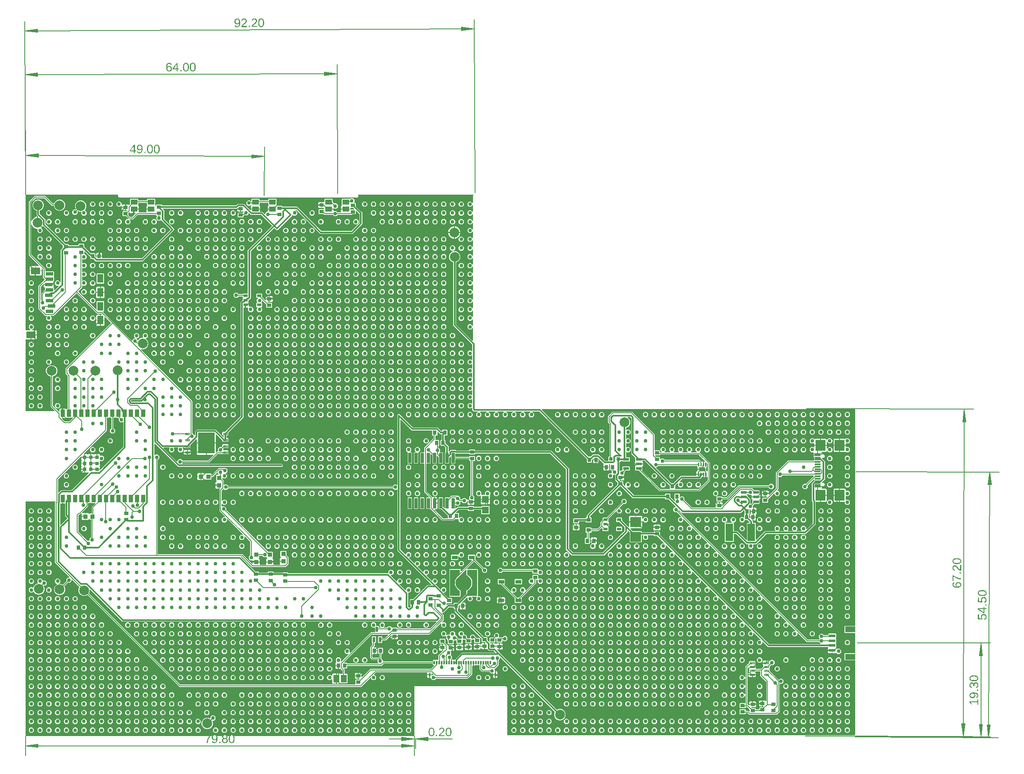
<source format=gbr>
G04 EAGLE Gerber RS-274X export*
G75*
%MOMM*%
%FSLAX34Y34*%
%LPD*%
%INTop Copper*%
%IPPOS*%
%AMOC8*
5,1,8,0,0,1.08239X$1,22.5*%
G01*
G04 Define Apertures*
%ADD10C,0.130000*%
%ADD11R,1.400000X1.050000*%
%ADD12R,0.900000X0.700000*%
%ADD13R,1.400000X1.400000*%
%ADD14R,0.700000X0.900000*%
%ADD15R,2.200000X2.000000*%
%ADD16R,0.800000X0.800000*%
%ADD17R,1.200000X0.600000*%
%ADD18R,0.940000X0.970000*%
%ADD19R,0.970000X0.940000*%
%ADD20R,0.900000X0.800000*%
%ADD21R,1.150000X0.800000*%
%ADD22R,0.800000X0.900000*%
%ADD23R,0.900000X0.600000*%
%ADD24R,0.300000X0.800000*%
%ADD25R,0.400000X0.800000*%
%ADD26R,1.150000X0.300000*%
%ADD27R,2.000000X2.180000*%
%ADD28R,2.000000X1.200000*%
%ADD29R,1.350000X0.600000*%
%ADD30R,1.200000X1.800000*%
%ADD31R,1.900000X1.400000*%
%ADD32R,1.500000X0.700000*%
%ADD33R,0.127000X0.127000*%
%ADD34R,1.500000X3.600000*%
%ADD35R,0.500000X1.050000*%
%ADD36C,0.125000*%
%ADD37R,1.168400X1.600200*%
%ADD38C,2.000000*%
%ADD39C,0.110000*%
%ADD40R,3.400000X4.300000*%
%ADD41R,1.200000X0.550000*%
%ADD42C,0.147500*%
%ADD43C,0.067500*%
%ADD44R,1.300000X0.900000*%
%ADD45R,0.900000X1.500000*%
%ADD46C,0.300000*%
%ADD47C,0.155400*%
%ADD48C,0.756400*%
G36*
X1630462Y188884D02*
X1630165Y188824D01*
X1526268Y188824D01*
X1525982Y188880D01*
X1525729Y189047D01*
X1301547Y413229D01*
X1301384Y413471D01*
X1301324Y413768D01*
X1301324Y419331D01*
X1300431Y420224D01*
X1290169Y420224D01*
X1289276Y419331D01*
X1289276Y418986D01*
X1289225Y418711D01*
X1289061Y418456D01*
X1288811Y418284D01*
X1288514Y418224D01*
X1265286Y418224D01*
X1265011Y418275D01*
X1264756Y418439D01*
X1264584Y418689D01*
X1264524Y418986D01*
X1264524Y419731D01*
X1263631Y420624D01*
X1246268Y420624D01*
X1245982Y420680D01*
X1245729Y420847D01*
X1241317Y425259D01*
X1241164Y425479D01*
X1241095Y425774D01*
X1241145Y426073D01*
X1241309Y426328D01*
X1241559Y426500D01*
X1241856Y426560D01*
X1251238Y426560D01*
X1251238Y438338D01*
X1238460Y438338D01*
X1238460Y429956D01*
X1238413Y429693D01*
X1238254Y429435D01*
X1238006Y429259D01*
X1237710Y429194D01*
X1237412Y429250D01*
X1237159Y429417D01*
X1224347Y442229D01*
X1224184Y442471D01*
X1224124Y442768D01*
X1224124Y447831D01*
X1223231Y448724D01*
X1212969Y448724D01*
X1212076Y447831D01*
X1212076Y440569D01*
X1212969Y439676D01*
X1218032Y439676D01*
X1218318Y439620D01*
X1218571Y439453D01*
X1228903Y429121D01*
X1229066Y428879D01*
X1229126Y428582D01*
X1229126Y421718D01*
X1229070Y421432D01*
X1228903Y421179D01*
X1184971Y377247D01*
X1184729Y377084D01*
X1184432Y377024D01*
X1123568Y377024D01*
X1123282Y377080D01*
X1123029Y377247D01*
X1115247Y385029D01*
X1115084Y385271D01*
X1115024Y385568D01*
X1115024Y549553D01*
X1078553Y586024D01*
X922886Y586024D01*
X922611Y586075D01*
X922356Y586239D01*
X922184Y586489D01*
X922124Y586786D01*
X922124Y587131D01*
X921231Y588024D01*
X910969Y588024D01*
X910076Y587131D01*
X910076Y586786D01*
X910025Y586511D01*
X909861Y586256D01*
X909611Y586084D01*
X909314Y586024D01*
X884113Y586024D01*
X883827Y586080D01*
X883574Y586247D01*
X882473Y587348D01*
X872427Y587348D01*
X869075Y583996D01*
X868855Y583843D01*
X868560Y583773D01*
X868261Y583824D01*
X868006Y583987D01*
X867834Y584238D01*
X867774Y584535D01*
X867774Y595003D01*
X861847Y600929D01*
X861684Y601171D01*
X861624Y601468D01*
X861624Y607031D01*
X860731Y607924D01*
X860386Y607924D01*
X860111Y607975D01*
X859856Y608139D01*
X859684Y608389D01*
X859624Y608686D01*
X859624Y616014D01*
X859675Y616289D01*
X859839Y616544D01*
X860089Y616716D01*
X860386Y616776D01*
X865031Y616776D01*
X865924Y617669D01*
X865924Y627931D01*
X865031Y628824D01*
X855769Y628824D01*
X854876Y627931D01*
X854876Y626586D01*
X854825Y626311D01*
X854661Y626056D01*
X854411Y625884D01*
X854114Y625824D01*
X853745Y625824D01*
X853459Y625880D01*
X853206Y626047D01*
X845905Y633348D01*
X795244Y633348D01*
X794958Y633404D01*
X794705Y633571D01*
X767253Y661024D01*
X764747Y661024D01*
X762976Y659253D01*
X762976Y516042D01*
X762929Y515779D01*
X762770Y515521D01*
X762522Y515346D01*
X762226Y515281D01*
X761928Y515336D01*
X761675Y515504D01*
X760925Y516254D01*
X756529Y516254D01*
X753747Y513472D01*
X753506Y513309D01*
X753209Y513249D01*
X416431Y513249D01*
X416145Y513305D01*
X415893Y513472D01*
X413111Y516254D01*
X408715Y516254D01*
X408359Y515898D01*
X408139Y515745D01*
X407844Y515675D01*
X407545Y515726D01*
X407290Y515889D01*
X407118Y516139D01*
X407058Y516436D01*
X407058Y524213D01*
X403747Y527524D01*
X403584Y527766D01*
X403524Y528063D01*
X403524Y529133D01*
X403571Y529396D01*
X403730Y529654D01*
X403978Y529829D01*
X404274Y529894D01*
X404572Y529839D01*
X404825Y529671D01*
X405802Y528694D01*
X410198Y528694D01*
X413306Y531802D01*
X413306Y536198D01*
X411305Y538199D01*
X411152Y538419D01*
X411082Y538714D01*
X411133Y539013D01*
X411296Y539268D01*
X411436Y539364D01*
X414680Y542608D01*
X414680Y547004D01*
X411572Y550112D01*
X407638Y550112D01*
X407352Y550168D01*
X407326Y550185D01*
X396109Y550185D01*
X382675Y536751D01*
X382455Y536598D01*
X382160Y536528D01*
X381861Y536579D01*
X381606Y536742D01*
X381434Y536993D01*
X381374Y537290D01*
X381374Y538131D01*
X380481Y539024D01*
X369519Y539024D01*
X368691Y538196D01*
X368471Y538043D01*
X368176Y537973D01*
X367877Y538024D01*
X367622Y538188D01*
X367450Y538438D01*
X367437Y538506D01*
X365902Y540040D01*
X360762Y540040D01*
X360762Y525560D01*
X365902Y525560D01*
X367430Y527088D01*
X367437Y527128D01*
X367596Y527386D01*
X367844Y527562D01*
X368140Y527627D01*
X368438Y527571D01*
X368691Y527404D01*
X369519Y526576D01*
X380481Y526576D01*
X381374Y527469D01*
X381374Y530970D01*
X381425Y531245D01*
X381589Y531500D01*
X381839Y531672D01*
X382136Y531732D01*
X384164Y531732D01*
X393533Y541101D01*
X393753Y541254D01*
X394048Y541324D01*
X394347Y541273D01*
X394602Y541110D01*
X394774Y540859D01*
X394834Y540562D01*
X394834Y539530D01*
X396789Y537575D01*
X396942Y537355D01*
X397012Y537060D01*
X396961Y536761D01*
X396798Y536506D01*
X396548Y536334D01*
X396251Y536274D01*
X391969Y536274D01*
X391076Y535381D01*
X391076Y524419D01*
X391904Y523591D01*
X392057Y523371D01*
X392127Y523076D01*
X392076Y522777D01*
X391912Y522522D01*
X391662Y522350D01*
X391594Y522337D01*
X390060Y520802D01*
X390060Y515662D01*
X398062Y515662D01*
X398062Y507442D01*
X398286Y507304D01*
X398461Y507056D01*
X398526Y506760D01*
X398471Y506462D01*
X398303Y506209D01*
X397839Y505745D01*
X397839Y462286D01*
X409518Y450607D01*
X409671Y450387D01*
X409741Y450092D01*
X409690Y449793D01*
X409527Y449538D01*
X409276Y449366D01*
X408979Y449306D01*
X405802Y449306D01*
X402694Y446198D01*
X402694Y441802D01*
X405802Y438694D01*
X410198Y438694D01*
X413306Y441802D01*
X413306Y444979D01*
X413353Y445243D01*
X413512Y445501D01*
X413760Y445676D01*
X414056Y445741D01*
X414354Y445686D01*
X414607Y445518D01*
X445518Y414607D01*
X445671Y414387D01*
X445741Y414092D01*
X445690Y413793D01*
X445527Y413538D01*
X445276Y413366D01*
X444979Y413306D01*
X441802Y413306D01*
X438694Y410198D01*
X438694Y405802D01*
X441802Y402694D01*
X446198Y402694D01*
X449306Y405802D01*
X449306Y408979D01*
X449353Y409243D01*
X449512Y409501D01*
X449760Y409676D01*
X450056Y409741D01*
X450354Y409686D01*
X450607Y409518D01*
X460715Y399410D01*
X460878Y399168D01*
X460938Y398871D01*
X460938Y371800D01*
X460882Y371514D01*
X460715Y371262D01*
X457933Y368480D01*
X457933Y364084D01*
X461041Y360976D01*
X465298Y360976D01*
X465573Y360925D01*
X465828Y360761D01*
X466000Y360511D01*
X466060Y360214D01*
X466060Y358262D01*
X480540Y358262D01*
X480540Y363402D01*
X479012Y364930D01*
X478972Y364937D01*
X478714Y365096D01*
X478538Y365344D01*
X478473Y365640D01*
X478529Y365938D01*
X478696Y366191D01*
X479524Y367019D01*
X479524Y369375D01*
X479575Y369650D01*
X479739Y369905D01*
X479989Y370077D01*
X480286Y370137D01*
X485423Y370137D01*
X485709Y370081D01*
X485961Y369914D01*
X488743Y367132D01*
X493139Y367132D01*
X493775Y367768D01*
X493995Y367921D01*
X494290Y367991D01*
X494589Y367940D01*
X494844Y367777D01*
X495016Y367527D01*
X495076Y367230D01*
X495076Y366819D01*
X495904Y365991D01*
X496057Y365771D01*
X496127Y365476D01*
X496076Y365177D01*
X495912Y364922D01*
X495662Y364750D01*
X495594Y364737D01*
X494060Y363202D01*
X494060Y358062D01*
X508540Y358062D01*
X508540Y363202D01*
X507012Y364730D01*
X506972Y364737D01*
X506714Y364896D01*
X506538Y365144D01*
X506473Y365440D01*
X506529Y365738D01*
X506696Y365991D01*
X507524Y366819D01*
X507524Y377781D01*
X506631Y378674D01*
X497509Y378674D01*
X497223Y378730D01*
X496970Y378897D01*
X411825Y464042D01*
X411662Y464284D01*
X411602Y464581D01*
X411602Y468515D01*
X408494Y471623D01*
X404098Y471623D01*
X403742Y471267D01*
X403522Y471114D01*
X403227Y471044D01*
X402928Y471095D01*
X402673Y471258D01*
X402501Y471508D01*
X402441Y471805D01*
X402441Y476216D01*
X402488Y476479D01*
X402647Y476737D01*
X402895Y476912D01*
X403191Y476977D01*
X403489Y476922D01*
X403742Y476754D01*
X405802Y474694D01*
X410198Y474694D01*
X413306Y477802D01*
X413306Y482198D01*
X410198Y485306D01*
X405802Y485306D01*
X403742Y483246D01*
X403522Y483093D01*
X403227Y483023D01*
X402928Y483074D01*
X402673Y483237D01*
X402501Y483487D01*
X402441Y483784D01*
X402441Y503523D01*
X402497Y503809D01*
X402664Y504062D01*
X405941Y507339D01*
X406171Y507497D01*
X406468Y507562D01*
X406766Y507506D01*
X407018Y507339D01*
X408715Y505642D01*
X413111Y505642D01*
X415893Y508424D01*
X416134Y508587D01*
X416431Y508647D01*
X753209Y508647D01*
X753495Y508591D01*
X753747Y508424D01*
X756529Y505642D01*
X760925Y505642D01*
X761675Y506392D01*
X761895Y506545D01*
X762190Y506615D01*
X762489Y506564D01*
X762744Y506401D01*
X762916Y506151D01*
X762976Y505854D01*
X762976Y380724D01*
X832387Y311313D01*
X832540Y311094D01*
X832610Y310799D01*
X832559Y310500D01*
X832395Y310244D01*
X832145Y310073D01*
X831848Y310012D01*
X824204Y310012D01*
X795186Y280995D01*
X794952Y280835D01*
X794656Y280771D01*
X789006Y280712D01*
X788123Y279810D01*
X788230Y269548D01*
X789132Y268665D01*
X789406Y268668D01*
X789689Y268617D01*
X789945Y268453D01*
X790116Y268203D01*
X790176Y267906D01*
X790176Y266769D01*
X790121Y266483D01*
X789953Y266230D01*
X787539Y263815D01*
X787308Y263657D01*
X787012Y263592D01*
X786714Y263648D01*
X786461Y263815D01*
X785247Y265029D01*
X785084Y265271D01*
X785024Y265568D01*
X785024Y293932D01*
X785075Y294207D01*
X785239Y294462D01*
X785489Y294634D01*
X785786Y294694D01*
X788198Y294694D01*
X791306Y297802D01*
X791306Y302198D01*
X788198Y305306D01*
X783802Y305306D01*
X780694Y302198D01*
X780694Y300092D01*
X780647Y299829D01*
X780488Y299571D01*
X780240Y299395D01*
X779944Y299330D01*
X779646Y299386D01*
X779393Y299553D01*
X767553Y311393D01*
X767400Y311613D01*
X767330Y311908D01*
X767381Y312207D01*
X767545Y312462D01*
X767795Y312634D01*
X768092Y312694D01*
X770198Y312694D01*
X773306Y315802D01*
X773306Y320198D01*
X770198Y323306D01*
X765802Y323306D01*
X762694Y320198D01*
X762694Y318092D01*
X762647Y317829D01*
X762488Y317571D01*
X762240Y317395D01*
X761944Y317330D01*
X761646Y317386D01*
X761393Y317553D01*
X749553Y329393D01*
X749400Y329613D01*
X749330Y329908D01*
X749381Y330207D01*
X749545Y330462D01*
X749795Y330634D01*
X750092Y330694D01*
X752198Y330694D01*
X755306Y333802D01*
X755306Y338198D01*
X752198Y341306D01*
X747802Y341306D01*
X744694Y338198D01*
X744694Y334886D01*
X744643Y334611D01*
X744479Y334356D01*
X744229Y334184D01*
X743932Y334124D01*
X539686Y334124D01*
X539411Y334175D01*
X539156Y334339D01*
X538984Y334589D01*
X538924Y334886D01*
X538924Y335231D01*
X538031Y336124D01*
X527769Y336124D01*
X527192Y335547D01*
X526950Y335384D01*
X526653Y335324D01*
X509686Y335324D01*
X509411Y335375D01*
X509156Y335539D01*
X508984Y335789D01*
X508924Y336086D01*
X508924Y336431D01*
X508031Y337324D01*
X497769Y337324D01*
X496876Y336431D01*
X496876Y336086D01*
X496825Y335811D01*
X496661Y335556D01*
X496411Y335384D01*
X496114Y335324D01*
X479686Y335324D01*
X479411Y335375D01*
X479156Y335539D01*
X478984Y335789D01*
X478924Y336086D01*
X478924Y336831D01*
X478031Y337724D01*
X472468Y337724D01*
X472182Y337780D01*
X471929Y337947D01*
X442579Y367297D01*
X442426Y367517D01*
X442357Y367812D01*
X442407Y368111D01*
X442571Y368366D01*
X442821Y368538D01*
X443118Y368598D01*
X443502Y368598D01*
X443788Y368542D01*
X444041Y368375D01*
X465364Y347052D01*
X533447Y347052D01*
X539412Y353017D01*
X539412Y367235D01*
X535747Y370900D01*
X535584Y371142D01*
X535524Y371439D01*
X535524Y379581D01*
X534631Y380474D01*
X523969Y380474D01*
X523076Y379581D01*
X523076Y368619D01*
X523904Y367791D01*
X524057Y367571D01*
X524127Y367276D01*
X524076Y366977D01*
X523912Y366722D01*
X523662Y366550D01*
X523594Y366537D01*
X522060Y365002D01*
X522060Y359862D01*
X530062Y359862D01*
X530062Y358338D01*
X522060Y358338D01*
X522060Y353198D01*
X522303Y352955D01*
X522456Y352735D01*
X522526Y352440D01*
X522475Y352141D01*
X522312Y351886D01*
X522062Y351714D01*
X521764Y351654D01*
X509302Y351654D01*
X509027Y351705D01*
X508772Y351869D01*
X508600Y352119D01*
X508540Y352416D01*
X508540Y356538D01*
X494060Y356538D01*
X494060Y352416D01*
X494009Y352141D01*
X493845Y351886D01*
X493595Y351714D01*
X493298Y351654D01*
X481302Y351654D01*
X481027Y351705D01*
X480772Y351869D01*
X480600Y352119D01*
X480540Y352416D01*
X480540Y356738D01*
X466060Y356738D01*
X466060Y354704D01*
X466013Y354440D01*
X465854Y354182D01*
X465606Y354007D01*
X465310Y353942D01*
X465012Y353997D01*
X464759Y354165D01*
X445724Y373200D01*
X272388Y373200D01*
X272113Y373251D01*
X271858Y373415D01*
X271686Y373665D01*
X271626Y373962D01*
X271626Y566990D01*
X271682Y567276D01*
X271849Y567528D01*
X274631Y570310D01*
X274631Y574706D01*
X271523Y577814D01*
X267127Y577814D01*
X265801Y576488D01*
X265581Y576335D01*
X265286Y576265D01*
X264987Y576316D01*
X264732Y576479D01*
X264560Y576729D01*
X264500Y577026D01*
X264500Y599384D01*
X264547Y599647D01*
X264706Y599905D01*
X264954Y600081D01*
X265250Y600146D01*
X265548Y600090D01*
X265801Y599923D01*
X312747Y552976D01*
X526320Y552976D01*
X528092Y554747D01*
X528092Y557253D01*
X526320Y559024D01*
X322127Y559024D01*
X321864Y559071D01*
X321606Y559230D01*
X321431Y559478D01*
X321366Y559774D01*
X321421Y560072D01*
X321589Y560325D01*
X322014Y560750D01*
X322255Y560913D01*
X322552Y560973D01*
X376469Y560973D01*
X394714Y579218D01*
X394956Y579381D01*
X395253Y579441D01*
X403910Y579441D01*
X404196Y579385D01*
X404449Y579218D01*
X404841Y578826D01*
X414859Y578826D01*
X416074Y580041D01*
X416074Y585059D01*
X414859Y586274D01*
X406208Y586274D01*
X405933Y586325D01*
X405678Y586489D01*
X405506Y586739D01*
X405446Y587036D01*
X405446Y589634D01*
X405502Y589920D01*
X405669Y590173D01*
X406799Y591303D01*
X407041Y591466D01*
X407338Y591526D01*
X409357Y591526D01*
X409420Y591514D01*
X409478Y591526D01*
X414859Y591526D01*
X416074Y592741D01*
X416074Y597759D01*
X414859Y598974D01*
X404841Y598974D01*
X403626Y597759D01*
X403626Y594954D01*
X403570Y594668D01*
X403403Y594415D01*
X402415Y593427D01*
X402173Y593264D01*
X401876Y593204D01*
X397942Y593204D01*
X394834Y590096D01*
X394834Y585700D01*
X395190Y585344D01*
X395343Y585124D01*
X395413Y584829D01*
X395362Y584530D01*
X395199Y584275D01*
X394949Y584103D01*
X394652Y584043D01*
X393031Y584043D01*
X391741Y582753D01*
X391521Y582600D01*
X391226Y582530D01*
X390927Y582581D01*
X390672Y582744D01*
X390500Y582995D01*
X390440Y583292D01*
X390440Y600838D01*
X371662Y600838D01*
X371662Y577560D01*
X384708Y577560D01*
X384972Y577513D01*
X385230Y577354D01*
X385405Y577106D01*
X385470Y576810D01*
X385415Y576512D01*
X385247Y576259D01*
X374786Y565798D01*
X374544Y565635D01*
X374247Y565575D01*
X322552Y565575D01*
X322266Y565631D01*
X322014Y565798D01*
X319232Y568580D01*
X314836Y568580D01*
X311728Y565472D01*
X311728Y564388D01*
X311681Y564125D01*
X311522Y563867D01*
X311274Y563691D01*
X310978Y563626D01*
X310680Y563682D01*
X310427Y563849D01*
X283351Y590925D01*
X283198Y591145D01*
X283129Y591440D01*
X283179Y591739D01*
X283343Y591994D01*
X283593Y592166D01*
X283890Y592226D01*
X294883Y592226D01*
X295146Y592179D01*
X295404Y592020D01*
X295579Y591772D01*
X295644Y591476D01*
X295589Y591178D01*
X295421Y590925D01*
X294694Y590198D01*
X294694Y585802D01*
X297802Y582694D01*
X302198Y582694D01*
X305306Y585802D01*
X305306Y590198D01*
X304579Y590925D01*
X304426Y591145D01*
X304356Y591440D01*
X304407Y591739D01*
X304570Y591994D01*
X304820Y592166D01*
X305117Y592226D01*
X312883Y592226D01*
X313146Y592179D01*
X313404Y592020D01*
X313579Y591772D01*
X313644Y591476D01*
X313589Y591178D01*
X313421Y590925D01*
X312694Y590198D01*
X312694Y585802D01*
X315802Y582694D01*
X320198Y582694D01*
X323325Y585821D01*
X323306Y585916D01*
X323306Y590198D01*
X322579Y590925D01*
X322426Y591145D01*
X322356Y591440D01*
X322407Y591739D01*
X322570Y591994D01*
X322820Y592166D01*
X323117Y592226D01*
X325925Y592226D01*
X326211Y592170D01*
X326464Y592003D01*
X326941Y591526D01*
X336959Y591526D01*
X338174Y592741D01*
X338174Y596882D01*
X338230Y597168D01*
X338397Y597421D01*
X350059Y609083D01*
X350279Y609236D01*
X350574Y609305D01*
X350873Y609255D01*
X351128Y609091D01*
X351300Y608841D01*
X351360Y608544D01*
X351360Y602362D01*
X390440Y602362D01*
X390440Y618720D01*
X390487Y618984D01*
X390646Y619242D01*
X390894Y619417D01*
X391190Y619482D01*
X391488Y619427D01*
X391741Y619259D01*
X403403Y607597D01*
X403566Y607356D01*
X403626Y607058D01*
X403626Y605441D01*
X404841Y604226D01*
X414859Y604226D01*
X416074Y605441D01*
X416074Y610459D01*
X414859Y611674D01*
X413636Y611674D01*
X413361Y611725D01*
X413106Y611889D01*
X412934Y612139D01*
X412874Y612436D01*
X412874Y616164D01*
X412925Y616439D01*
X413089Y616694D01*
X413339Y616866D01*
X413636Y616926D01*
X414859Y616926D01*
X416074Y618141D01*
X416074Y622282D01*
X416130Y622568D01*
X416297Y622821D01*
X447200Y653723D01*
X447200Y878898D01*
X447251Y879173D01*
X447415Y879428D01*
X447665Y879600D01*
X447962Y879660D01*
X450938Y879660D01*
X450938Y885962D01*
X458740Y885962D01*
X458740Y889252D01*
X457863Y890130D01*
X457705Y890360D01*
X457639Y890656D01*
X457695Y890954D01*
X457724Y890998D01*
X457724Y894390D01*
X457775Y894665D01*
X457939Y894920D01*
X458189Y895092D01*
X458486Y895152D01*
X458705Y895152D01*
X462248Y898695D01*
X462248Y994779D01*
X462304Y995065D01*
X462471Y995318D01*
X509899Y1042746D01*
X510130Y1042904D01*
X510426Y1042969D01*
X510724Y1042914D01*
X510977Y1042746D01*
X514747Y1038976D01*
X517253Y1038976D01*
X547024Y1068747D01*
X547024Y1069633D01*
X547071Y1069896D01*
X547230Y1070154D01*
X547478Y1070329D01*
X547774Y1070394D01*
X548072Y1070339D01*
X548325Y1070171D01*
X549802Y1068694D01*
X554198Y1068694D01*
X557306Y1071802D01*
X557306Y1076198D01*
X554129Y1079375D01*
X553976Y1079595D01*
X553906Y1079890D01*
X553957Y1080189D01*
X554120Y1080444D01*
X554370Y1080616D01*
X554667Y1080676D01*
X554732Y1080676D01*
X555018Y1080620D01*
X555271Y1080453D01*
X604747Y1030976D01*
X671253Y1030976D01*
X691024Y1050747D01*
X691024Y1075253D01*
X689253Y1077024D01*
X688568Y1077024D01*
X688282Y1077080D01*
X688029Y1077247D01*
X677847Y1087429D01*
X677684Y1087671D01*
X677624Y1087968D01*
X677624Y1093531D01*
X676731Y1094424D01*
X674386Y1094424D01*
X674123Y1094471D01*
X673865Y1094630D01*
X673690Y1094878D01*
X673625Y1095174D01*
X673680Y1095472D01*
X673848Y1095725D01*
X674771Y1096648D01*
X674771Y1101044D01*
X671663Y1104152D01*
X667267Y1104152D01*
X666144Y1103029D01*
X665914Y1102871D01*
X665617Y1102806D01*
X665319Y1102861D01*
X665066Y1103029D01*
X664731Y1103364D01*
X649469Y1103364D01*
X648576Y1102471D01*
X648576Y1090709D01*
X648938Y1090347D01*
X649096Y1090117D01*
X649161Y1089821D01*
X649105Y1089522D01*
X648938Y1089270D01*
X647560Y1087892D01*
X647560Y1082352D01*
X666640Y1082352D01*
X666640Y1083614D01*
X666691Y1083889D01*
X666855Y1084144D01*
X667105Y1084316D01*
X667402Y1084376D01*
X672032Y1084376D01*
X672318Y1084320D01*
X672571Y1084153D01*
X673999Y1082725D01*
X674152Y1082505D01*
X674221Y1082210D01*
X674171Y1081911D01*
X674007Y1081656D01*
X673757Y1081484D01*
X673460Y1081424D01*
X667402Y1081424D01*
X667127Y1081475D01*
X667021Y1081543D01*
X667021Y1080828D01*
X647560Y1080828D01*
X647560Y1075746D01*
X647509Y1075471D01*
X647345Y1075216D01*
X647095Y1075044D01*
X646798Y1074984D01*
X641125Y1074984D01*
X640839Y1075040D01*
X640587Y1075207D01*
X637805Y1077989D01*
X633409Y1077989D01*
X632941Y1077521D01*
X632721Y1077368D01*
X632426Y1077298D01*
X632127Y1077349D01*
X631872Y1077512D01*
X631700Y1077762D01*
X631640Y1078059D01*
X631640Y1080828D01*
X621338Y1080828D01*
X621338Y1082352D01*
X631640Y1082352D01*
X631640Y1082697D01*
X631687Y1082960D01*
X631846Y1083218D01*
X632094Y1083393D01*
X632390Y1083458D01*
X632688Y1083403D01*
X632941Y1083235D01*
X633409Y1082767D01*
X637805Y1082767D01*
X640913Y1085875D01*
X640913Y1090271D01*
X637805Y1093379D01*
X633871Y1093379D01*
X633585Y1093435D01*
X633332Y1093602D01*
X630847Y1096087D01*
X630684Y1096329D01*
X630624Y1096626D01*
X630624Y1102471D01*
X629731Y1103364D01*
X614469Y1103364D01*
X613576Y1102471D01*
X613576Y1096902D01*
X613525Y1096627D01*
X613361Y1096372D01*
X613111Y1096200D01*
X612814Y1096140D01*
X608462Y1096140D01*
X608462Y1084060D01*
X611798Y1084060D01*
X612073Y1084009D01*
X612328Y1083845D01*
X612500Y1083595D01*
X612560Y1083298D01*
X612560Y1082886D01*
X612509Y1082611D01*
X612345Y1082356D01*
X612095Y1082184D01*
X611798Y1082124D01*
X602569Y1082124D01*
X601676Y1081231D01*
X601676Y1072969D01*
X602569Y1072076D01*
X611098Y1072076D01*
X611384Y1072020D01*
X611637Y1071853D01*
X613108Y1070382D01*
X630089Y1070382D01*
X630375Y1070326D01*
X630627Y1070159D01*
X633409Y1067377D01*
X637805Y1067377D01*
X640587Y1070159D01*
X640828Y1070322D01*
X641125Y1070382D01*
X668879Y1070382D01*
X669650Y1071153D01*
X669892Y1071316D01*
X670189Y1071376D01*
X676731Y1071376D01*
X677624Y1072269D01*
X677624Y1077260D01*
X677671Y1077523D01*
X677830Y1077781D01*
X678078Y1077957D01*
X678374Y1078022D01*
X678672Y1077966D01*
X678925Y1077799D01*
X684753Y1071971D01*
X684916Y1071729D01*
X684976Y1071432D01*
X684976Y1053568D01*
X684920Y1053282D01*
X684753Y1053029D01*
X668971Y1037247D01*
X668729Y1037084D01*
X668432Y1037024D01*
X607568Y1037024D01*
X607282Y1037080D01*
X607029Y1037247D01*
X557553Y1086724D01*
X528086Y1086724D01*
X527811Y1086775D01*
X527556Y1086939D01*
X527384Y1087189D01*
X527324Y1087486D01*
X527324Y1087831D01*
X526431Y1088724D01*
X515917Y1088724D01*
X515851Y1088709D01*
X515552Y1088765D01*
X515300Y1088933D01*
X514963Y1089270D01*
X514805Y1089500D01*
X514739Y1089796D01*
X514795Y1090094D01*
X514963Y1090347D01*
X515324Y1090709D01*
X515324Y1102471D01*
X514431Y1103364D01*
X499169Y1103364D01*
X498276Y1102471D01*
X498276Y1100370D01*
X498225Y1100095D01*
X498061Y1099840D01*
X497811Y1099668D01*
X497514Y1099608D01*
X481086Y1099608D01*
X480811Y1099659D01*
X480556Y1099823D01*
X480384Y1100073D01*
X480324Y1100370D01*
X480324Y1102471D01*
X479431Y1103364D01*
X464169Y1103364D01*
X463276Y1102471D01*
X463276Y1098918D01*
X463229Y1098655D01*
X463070Y1098397D01*
X462822Y1098222D01*
X462526Y1098157D01*
X462228Y1098212D01*
X461975Y1098380D01*
X460820Y1099535D01*
X456424Y1099535D01*
X453316Y1096427D01*
X453316Y1092031D01*
X456424Y1088923D01*
X460820Y1088923D01*
X462402Y1090505D01*
X462633Y1090663D01*
X462929Y1090728D01*
X463227Y1090673D01*
X463480Y1090505D01*
X463638Y1090347D01*
X463796Y1090117D01*
X463861Y1089821D01*
X463805Y1089522D01*
X463638Y1089270D01*
X462260Y1087892D01*
X462260Y1082352D01*
X481340Y1082352D01*
X481340Y1087892D01*
X479963Y1089270D01*
X479805Y1089500D01*
X479739Y1089796D01*
X479795Y1090094D01*
X479963Y1090347D01*
X480324Y1090709D01*
X480324Y1094244D01*
X480375Y1094519D01*
X480539Y1094774D01*
X480789Y1094946D01*
X481086Y1095006D01*
X497514Y1095006D01*
X497789Y1094955D01*
X498044Y1094791D01*
X498216Y1094541D01*
X498276Y1094244D01*
X498276Y1090709D01*
X498638Y1090347D01*
X498796Y1090117D01*
X498861Y1089821D01*
X498805Y1089522D01*
X498638Y1089270D01*
X497260Y1087892D01*
X497260Y1082352D01*
X507562Y1082352D01*
X507562Y1080828D01*
X497260Y1080828D01*
X497260Y1077212D01*
X497209Y1076937D01*
X497045Y1076682D01*
X496795Y1076510D01*
X496498Y1076450D01*
X494899Y1076450D01*
X491791Y1073342D01*
X491791Y1072325D01*
X491744Y1072062D01*
X491585Y1071804D01*
X491337Y1071628D01*
X491041Y1071563D01*
X490743Y1071619D01*
X490490Y1071786D01*
X485937Y1076340D01*
X482102Y1076340D01*
X481827Y1076391D01*
X481572Y1076555D01*
X481400Y1076805D01*
X481340Y1077102D01*
X481340Y1080828D01*
X462260Y1080828D01*
X462260Y1080720D01*
X462213Y1080456D01*
X462054Y1080198D01*
X461806Y1080023D01*
X461510Y1079958D01*
X461212Y1080013D01*
X460959Y1080181D01*
X448892Y1092248D01*
X434695Y1092248D01*
X431894Y1089447D01*
X431652Y1089284D01*
X431355Y1089224D01*
X280886Y1089224D01*
X280611Y1089275D01*
X280356Y1089439D01*
X280184Y1089689D01*
X280124Y1089986D01*
X280124Y1090331D01*
X279231Y1091224D01*
X268969Y1091224D01*
X268076Y1090331D01*
X268076Y1089196D01*
X268029Y1088932D01*
X267870Y1088674D01*
X267622Y1088499D01*
X267326Y1088434D01*
X267028Y1088489D01*
X266775Y1088657D01*
X266163Y1089270D01*
X266005Y1089500D01*
X265939Y1089796D01*
X265995Y1090094D01*
X266163Y1090347D01*
X266524Y1090709D01*
X266524Y1102471D01*
X265631Y1103364D01*
X250369Y1103364D01*
X249476Y1102471D01*
X249476Y1100370D01*
X249425Y1100095D01*
X249261Y1099840D01*
X249011Y1099668D01*
X248714Y1099608D01*
X232286Y1099608D01*
X232011Y1099659D01*
X231756Y1099823D01*
X231584Y1100073D01*
X231524Y1100370D01*
X231524Y1102471D01*
X230631Y1103364D01*
X215369Y1103364D01*
X214476Y1102471D01*
X214476Y1092198D01*
X214420Y1091912D01*
X214253Y1091659D01*
X212832Y1090238D01*
X212601Y1090080D01*
X212305Y1090015D01*
X212007Y1090070D01*
X211754Y1090238D01*
X210452Y1091540D01*
X205662Y1091540D01*
X205662Y1079460D01*
X207909Y1079460D01*
X208173Y1079413D01*
X208431Y1079254D01*
X208606Y1079006D01*
X208671Y1078710D01*
X208616Y1078412D01*
X208448Y1078159D01*
X208036Y1077747D01*
X207794Y1077584D01*
X207497Y1077524D01*
X199769Y1077524D01*
X198876Y1076631D01*
X198876Y1068369D01*
X199769Y1067476D01*
X206324Y1067476D01*
X206610Y1067420D01*
X206863Y1067253D01*
X211509Y1062607D01*
X211662Y1062387D01*
X211732Y1062092D01*
X211681Y1061793D01*
X211518Y1061538D01*
X211267Y1061366D01*
X210970Y1061306D01*
X207802Y1061306D01*
X204694Y1058198D01*
X204694Y1053802D01*
X207802Y1050694D01*
X212198Y1050694D01*
X215306Y1053802D01*
X215306Y1058198D01*
X213657Y1059847D01*
X213504Y1060067D01*
X213434Y1060362D01*
X213485Y1060661D01*
X213648Y1060916D01*
X213898Y1061088D01*
X214195Y1061148D01*
X221030Y1061148D01*
X230041Y1070159D01*
X230283Y1070322D01*
X230580Y1070382D01*
X267314Y1070382D01*
X267589Y1070331D01*
X267844Y1070167D01*
X268016Y1069917D01*
X268076Y1069620D01*
X268076Y1069069D01*
X268969Y1068176D01*
X269326Y1068176D01*
X269589Y1068129D01*
X269847Y1067970D01*
X270022Y1067722D01*
X270087Y1067426D01*
X270032Y1067128D01*
X269864Y1066875D01*
X268636Y1065647D01*
X268636Y1061251D01*
X271744Y1058143D01*
X276140Y1058143D01*
X277321Y1059325D01*
X277552Y1059483D01*
X277848Y1059548D01*
X278146Y1059492D01*
X278399Y1059325D01*
X280595Y1057129D01*
X297185Y1040539D01*
X297343Y1040308D01*
X297408Y1040012D01*
X297352Y1039714D01*
X297185Y1039461D01*
X238747Y981023D01*
X238505Y980860D01*
X238208Y980800D01*
X158102Y980800D01*
X157827Y980851D01*
X157572Y981015D01*
X157400Y981265D01*
X157340Y981562D01*
X157340Y984538D01*
X145260Y984538D01*
X145260Y984456D01*
X145213Y984193D01*
X145054Y983935D01*
X144806Y983759D01*
X144510Y983694D01*
X144212Y983750D01*
X143959Y983917D01*
X143547Y984329D01*
X143384Y984571D01*
X143324Y984868D01*
X143324Y990431D01*
X142431Y991324D01*
X134068Y991324D01*
X133782Y991380D01*
X133529Y991547D01*
X121147Y1003929D01*
X120984Y1004171D01*
X120924Y1004468D01*
X120924Y1010031D01*
X120031Y1010924D01*
X109769Y1010924D01*
X108876Y1010031D01*
X108876Y1007786D01*
X108825Y1007511D01*
X108661Y1007256D01*
X108411Y1007084D01*
X108114Y1007024D01*
X89686Y1007024D01*
X89411Y1007075D01*
X89156Y1007239D01*
X88984Y1007489D01*
X88924Y1007786D01*
X88924Y1009231D01*
X88031Y1010124D01*
X82468Y1010124D01*
X82182Y1010180D01*
X81929Y1010347D01*
X41171Y1051105D01*
X41008Y1051347D01*
X40948Y1051644D01*
X40948Y1060547D01*
X29147Y1072348D01*
X28984Y1072590D01*
X28924Y1072887D01*
X28924Y1078170D01*
X28977Y1078450D01*
X29143Y1078704D01*
X29394Y1078874D01*
X32428Y1080130D01*
X35670Y1083372D01*
X37424Y1087608D01*
X37424Y1092192D01*
X35670Y1096428D01*
X32428Y1099670D01*
X28192Y1101424D01*
X23608Y1101424D01*
X19372Y1099670D01*
X16130Y1096428D01*
X14376Y1092192D01*
X14376Y1087608D01*
X16130Y1083372D01*
X19372Y1080130D01*
X22406Y1078874D01*
X22644Y1078717D01*
X22816Y1078467D01*
X22876Y1078170D01*
X22876Y1070066D01*
X25201Y1067741D01*
X25354Y1067521D01*
X25424Y1067226D01*
X25373Y1066927D01*
X25305Y1066821D01*
X25662Y1066821D01*
X25662Y1053138D01*
X24138Y1053138D01*
X24138Y1066440D01*
X22406Y1066440D01*
X17797Y1064531D01*
X14269Y1061003D01*
X13001Y1057942D01*
X12861Y1057721D01*
X12616Y1057542D01*
X12321Y1057472D01*
X12022Y1057523D01*
X11767Y1057686D01*
X11595Y1057936D01*
X11535Y1058233D01*
X11535Y1094499D01*
X11591Y1094785D01*
X11758Y1095038D01*
X20737Y1104017D01*
X20979Y1104180D01*
X21276Y1104240D01*
X38745Y1104240D01*
X39031Y1104184D01*
X39284Y1104017D01*
X54451Y1088850D01*
X57814Y1088850D01*
X58089Y1088799D01*
X58344Y1088635D01*
X58516Y1088385D01*
X58576Y1088088D01*
X58576Y1087608D01*
X60330Y1083372D01*
X63572Y1080130D01*
X67808Y1078376D01*
X72392Y1078376D01*
X76628Y1080130D01*
X79870Y1083372D01*
X81624Y1087608D01*
X81624Y1092192D01*
X79870Y1096428D01*
X76628Y1099670D01*
X72392Y1101424D01*
X67808Y1101424D01*
X63572Y1099670D01*
X60330Y1096428D01*
X59293Y1093922D01*
X59136Y1093684D01*
X58886Y1093512D01*
X58589Y1093452D01*
X56673Y1093452D01*
X56387Y1093508D01*
X56134Y1093675D01*
X40967Y1108842D01*
X19054Y1108842D01*
X6933Y1096721D01*
X6933Y987085D01*
X27853Y966165D01*
X28006Y965945D01*
X28076Y965650D01*
X28025Y965351D01*
X27862Y965096D01*
X27611Y964924D01*
X27314Y964864D01*
X21762Y964864D01*
X21762Y956086D01*
X33040Y956086D01*
X33040Y959138D01*
X33087Y959402D01*
X33246Y959660D01*
X33494Y959835D01*
X33790Y959900D01*
X34088Y959845D01*
X34341Y959677D01*
X35951Y958067D01*
X36114Y957825D01*
X36174Y957528D01*
X36174Y940915D01*
X39299Y937790D01*
X39457Y937559D01*
X39522Y937263D01*
X39467Y936965D01*
X39299Y936712D01*
X26940Y924353D01*
X26940Y876277D01*
X40600Y862617D01*
X43274Y862617D01*
X43537Y862570D01*
X43795Y862411D01*
X43970Y862163D01*
X44035Y861867D01*
X43980Y861569D01*
X43812Y861316D01*
X42694Y860198D01*
X42694Y855802D01*
X45802Y852694D01*
X50198Y852694D01*
X53306Y855802D01*
X53306Y860198D01*
X52188Y861316D01*
X52035Y861536D01*
X51965Y861831D01*
X52016Y862130D01*
X52179Y862385D01*
X52429Y862557D01*
X52726Y862617D01*
X57896Y862617D01*
X104113Y908834D01*
X104344Y908992D01*
X104640Y909057D01*
X104938Y909002D01*
X105191Y908834D01*
X146791Y867234D01*
X155709Y867234D01*
X155995Y867178D01*
X156248Y867011D01*
X156594Y866665D01*
X156747Y866445D01*
X156817Y866150D01*
X156766Y865851D01*
X156603Y865596D01*
X156352Y865424D01*
X156055Y865364D01*
X154262Y865364D01*
X154262Y854586D01*
X162040Y854586D01*
X162040Y859379D01*
X162087Y859643D01*
X162246Y859901D01*
X162494Y860076D01*
X162790Y860141D01*
X163088Y860086D01*
X163341Y859918D01*
X174731Y848528D01*
X174889Y848297D01*
X174954Y848001D01*
X174899Y847703D01*
X174731Y847450D01*
X82344Y755063D01*
X82344Y743923D01*
X86738Y739529D01*
X86901Y739287D01*
X86961Y738990D01*
X86961Y672286D01*
X86910Y672011D01*
X86746Y671756D01*
X86496Y671584D01*
X86199Y671524D01*
X84351Y671524D01*
X84177Y671405D01*
X83881Y671339D01*
X83582Y671395D01*
X83330Y671563D01*
X82352Y672540D01*
X77562Y672540D01*
X77562Y652460D01*
X82352Y652460D01*
X83330Y653438D01*
X83560Y653596D01*
X83856Y653661D01*
X84154Y653605D01*
X84349Y653476D01*
X94631Y653476D01*
X95311Y654156D01*
X95542Y654314D01*
X95838Y654379D01*
X96136Y654323D01*
X96389Y654156D01*
X96856Y653689D01*
X97014Y653458D01*
X97079Y653162D01*
X97024Y652864D01*
X96856Y652611D01*
X90071Y645826D01*
X89829Y645663D01*
X89532Y645603D01*
X81297Y645603D01*
X81011Y645659D01*
X80758Y645826D01*
X75425Y651159D01*
X75272Y651379D01*
X75202Y651674D01*
X75253Y651973D01*
X75416Y652228D01*
X75667Y652400D01*
X75964Y652460D01*
X76038Y652460D01*
X76038Y672540D01*
X71248Y672540D01*
X69760Y671052D01*
X69760Y666359D01*
X69713Y666095D01*
X69554Y665837D01*
X69306Y665662D01*
X69010Y665597D01*
X68712Y665652D01*
X68459Y665820D01*
X56389Y677890D01*
X56226Y678132D01*
X56166Y678429D01*
X56166Y737939D01*
X56219Y738219D01*
X56385Y738473D01*
X56636Y738643D01*
X60228Y740130D01*
X63470Y743372D01*
X65224Y747608D01*
X65224Y752192D01*
X63470Y756428D01*
X60228Y759670D01*
X55992Y761424D01*
X51408Y761424D01*
X47172Y759670D01*
X43930Y756428D01*
X42176Y752192D01*
X42176Y747608D01*
X43930Y743372D01*
X47172Y740130D01*
X51094Y738506D01*
X51332Y738349D01*
X51504Y738099D01*
X51564Y737802D01*
X51564Y676207D01*
X59548Y668223D01*
X59701Y668003D01*
X59771Y667708D01*
X59720Y667409D01*
X59557Y667154D01*
X59306Y666982D01*
X59009Y666922D01*
X1394Y666922D01*
X1108Y666978D01*
X855Y667145D01*
X383Y667617D01*
X220Y667858D01*
X160Y668156D01*
X160Y813522D01*
X211Y813797D01*
X375Y814052D01*
X625Y814224D01*
X922Y814284D01*
X10238Y814284D01*
X10238Y824586D01*
X23040Y824586D01*
X23040Y831876D01*
X21552Y833364D01*
X14707Y833364D01*
X14444Y833411D01*
X14186Y833570D01*
X14011Y833818D01*
X13946Y834114D01*
X14001Y834412D01*
X14169Y834665D01*
X17306Y837802D01*
X17306Y842198D01*
X14198Y845306D01*
X9802Y845306D01*
X6694Y842198D01*
X6694Y837802D01*
X9831Y834665D01*
X9984Y834445D01*
X10054Y834150D01*
X10003Y833851D01*
X9840Y833596D01*
X9590Y833424D01*
X9293Y833364D01*
X922Y833364D01*
X647Y833415D01*
X392Y833579D01*
X220Y833829D01*
X160Y834126D01*
X160Y1111078D01*
X211Y1111353D01*
X375Y1111608D01*
X625Y1111780D01*
X922Y1111840D01*
X189238Y1111840D01*
X189513Y1111789D01*
X189768Y1111625D01*
X189940Y1111375D01*
X190000Y1111078D01*
X190000Y1108088D01*
X190025Y1107983D01*
X190044Y1107956D01*
X190855Y1107145D01*
X191018Y1106904D01*
X191055Y1106717D01*
X191637Y1106136D01*
X191973Y1106040D01*
X192030Y1106005D01*
X192062Y1106000D01*
X681948Y1106000D01*
X681988Y1106006D01*
X682097Y1106056D01*
X682156Y1106094D01*
X682364Y1106137D01*
X682922Y1106695D01*
X682922Y1111078D01*
X682973Y1111353D01*
X683137Y1111608D01*
X683387Y1111780D01*
X683684Y1111840D01*
X918000Y1111840D01*
X918264Y1111793D01*
X918522Y1111634D01*
X918697Y1111386D01*
X918762Y1111090D01*
X918707Y1110792D01*
X918539Y1110539D01*
X918062Y1110062D01*
X918005Y1109970D01*
X918000Y1109938D01*
X918000Y1095343D01*
X917953Y1095080D01*
X917794Y1094822D01*
X917546Y1094647D01*
X917250Y1094582D01*
X916952Y1094637D01*
X916699Y1094805D01*
X914198Y1097306D01*
X909802Y1097306D01*
X906694Y1094198D01*
X906694Y1089802D01*
X909802Y1086694D01*
X914198Y1086694D01*
X916699Y1089195D01*
X916919Y1089348D01*
X917214Y1089418D01*
X917513Y1089367D01*
X917768Y1089204D01*
X917940Y1088954D01*
X918000Y1088657D01*
X918000Y1077343D01*
X917953Y1077080D01*
X917794Y1076822D01*
X917546Y1076647D01*
X917250Y1076582D01*
X916952Y1076637D01*
X916699Y1076805D01*
X914198Y1079306D01*
X909802Y1079306D01*
X906694Y1076198D01*
X906694Y1071802D01*
X909802Y1068694D01*
X914198Y1068694D01*
X916699Y1071195D01*
X916919Y1071348D01*
X917214Y1071418D01*
X917513Y1071367D01*
X917768Y1071204D01*
X917940Y1070954D01*
X918000Y1070657D01*
X918000Y1059343D01*
X917953Y1059080D01*
X917794Y1058822D01*
X917546Y1058647D01*
X917250Y1058582D01*
X916952Y1058637D01*
X916699Y1058805D01*
X914198Y1061306D01*
X909802Y1061306D01*
X906694Y1058198D01*
X906694Y1053802D01*
X909802Y1050694D01*
X914198Y1050694D01*
X916699Y1053195D01*
X916919Y1053348D01*
X917214Y1053418D01*
X917513Y1053367D01*
X917768Y1053204D01*
X917940Y1052954D01*
X918000Y1052657D01*
X918000Y1041343D01*
X917953Y1041080D01*
X917794Y1040822D01*
X917546Y1040647D01*
X917250Y1040582D01*
X916952Y1040637D01*
X916699Y1040805D01*
X914198Y1043306D01*
X909802Y1043306D01*
X906694Y1040198D01*
X906694Y1035802D01*
X909802Y1032694D01*
X914198Y1032694D01*
X916699Y1035195D01*
X916919Y1035348D01*
X917214Y1035418D01*
X917513Y1035367D01*
X917768Y1035204D01*
X917940Y1034954D01*
X918000Y1034657D01*
X918000Y1023343D01*
X917953Y1023080D01*
X917794Y1022822D01*
X917546Y1022647D01*
X917250Y1022582D01*
X916952Y1022637D01*
X916699Y1022805D01*
X914198Y1025306D01*
X909802Y1025306D01*
X906694Y1022198D01*
X906694Y1017802D01*
X909802Y1014694D01*
X914198Y1014694D01*
X916699Y1017195D01*
X916919Y1017348D01*
X917214Y1017418D01*
X917513Y1017367D01*
X917768Y1017204D01*
X917940Y1016954D01*
X918000Y1016657D01*
X918000Y1005343D01*
X917953Y1005080D01*
X917794Y1004822D01*
X917546Y1004647D01*
X917250Y1004582D01*
X916952Y1004637D01*
X916699Y1004805D01*
X914198Y1007306D01*
X909802Y1007306D01*
X906694Y1004198D01*
X906694Y999802D01*
X909802Y996694D01*
X914198Y996694D01*
X916699Y999195D01*
X916919Y999348D01*
X917214Y999418D01*
X917513Y999367D01*
X917768Y999204D01*
X917940Y998954D01*
X918000Y998657D01*
X918000Y987343D01*
X917953Y987080D01*
X917794Y986822D01*
X917546Y986647D01*
X917250Y986582D01*
X916952Y986637D01*
X916699Y986805D01*
X914198Y989306D01*
X909802Y989306D01*
X906694Y986198D01*
X906694Y981802D01*
X909802Y978694D01*
X914198Y978694D01*
X916699Y981195D01*
X916919Y981348D01*
X917214Y981418D01*
X917513Y981367D01*
X917768Y981204D01*
X917940Y980954D01*
X918000Y980657D01*
X918000Y969343D01*
X917953Y969080D01*
X917794Y968822D01*
X917546Y968647D01*
X917250Y968582D01*
X916952Y968637D01*
X916699Y968805D01*
X914198Y971306D01*
X909802Y971306D01*
X906694Y968198D01*
X906694Y963802D01*
X909802Y960694D01*
X914198Y960694D01*
X916699Y963195D01*
X916919Y963348D01*
X917214Y963418D01*
X917513Y963367D01*
X917768Y963204D01*
X917940Y962954D01*
X918000Y962657D01*
X918000Y951343D01*
X917953Y951080D01*
X917794Y950822D01*
X917546Y950647D01*
X917250Y950582D01*
X916952Y950637D01*
X916699Y950805D01*
X914198Y953306D01*
X909802Y953306D01*
X906694Y950198D01*
X906694Y945802D01*
X909802Y942694D01*
X914198Y942694D01*
X916699Y945195D01*
X916919Y945348D01*
X917214Y945418D01*
X917513Y945367D01*
X917768Y945204D01*
X917940Y944954D01*
X918000Y944657D01*
X918000Y933343D01*
X917953Y933080D01*
X917794Y932822D01*
X917546Y932647D01*
X917250Y932582D01*
X916952Y932637D01*
X916699Y932805D01*
X914198Y935306D01*
X909802Y935306D01*
X906694Y932198D01*
X906694Y927802D01*
X909802Y924694D01*
X914198Y924694D01*
X916699Y927195D01*
X916919Y927348D01*
X917214Y927418D01*
X917513Y927367D01*
X917768Y927204D01*
X917940Y926954D01*
X918000Y926657D01*
X918000Y915343D01*
X917953Y915080D01*
X917794Y914822D01*
X917546Y914647D01*
X917250Y914582D01*
X916952Y914637D01*
X916699Y914805D01*
X914198Y917306D01*
X909802Y917306D01*
X906694Y914198D01*
X906694Y909802D01*
X909802Y906694D01*
X914198Y906694D01*
X916699Y909195D01*
X916919Y909348D01*
X917214Y909418D01*
X917513Y909367D01*
X917768Y909204D01*
X917940Y908954D01*
X918000Y908657D01*
X918000Y897343D01*
X917953Y897080D01*
X917794Y896822D01*
X917546Y896647D01*
X917250Y896582D01*
X916952Y896637D01*
X916699Y896805D01*
X914198Y899306D01*
X909802Y899306D01*
X906694Y896198D01*
X906694Y891802D01*
X909802Y888694D01*
X914198Y888694D01*
X916699Y891195D01*
X916919Y891348D01*
X917214Y891418D01*
X917513Y891367D01*
X917768Y891204D01*
X917940Y890954D01*
X918000Y890657D01*
X918000Y879343D01*
X917953Y879080D01*
X917794Y878822D01*
X917546Y878647D01*
X917250Y878582D01*
X916952Y878637D01*
X916699Y878805D01*
X914198Y881306D01*
X909802Y881306D01*
X906694Y878198D01*
X906694Y873802D01*
X909802Y870694D01*
X914198Y870694D01*
X916699Y873195D01*
X916919Y873348D01*
X917214Y873418D01*
X917513Y873367D01*
X917768Y873204D01*
X917940Y872954D01*
X918000Y872657D01*
X918000Y861343D01*
X917953Y861080D01*
X917794Y860822D01*
X917546Y860647D01*
X917250Y860582D01*
X916952Y860637D01*
X916699Y860805D01*
X914198Y863306D01*
X909802Y863306D01*
X906694Y860198D01*
X906694Y855802D01*
X909802Y852694D01*
X914198Y852694D01*
X916699Y855195D01*
X916919Y855348D01*
X917214Y855418D01*
X917513Y855367D01*
X917768Y855204D01*
X917940Y854954D01*
X918000Y854657D01*
X918000Y843343D01*
X917953Y843080D01*
X917794Y842822D01*
X917546Y842647D01*
X917250Y842582D01*
X916952Y842637D01*
X916699Y842805D01*
X914198Y845306D01*
X909802Y845306D01*
X906694Y842198D01*
X906694Y837802D01*
X909802Y834694D01*
X914198Y834694D01*
X916699Y837195D01*
X916919Y837348D01*
X917214Y837418D01*
X917513Y837367D01*
X917768Y837204D01*
X917940Y836954D01*
X918000Y836657D01*
X918000Y812716D01*
X917953Y812453D01*
X917794Y812195D01*
X917546Y812019D01*
X917250Y811954D01*
X916952Y812010D01*
X916699Y812177D01*
X883747Y845129D01*
X883584Y845371D01*
X883524Y845668D01*
X883524Y972170D01*
X883577Y972450D01*
X883743Y972704D01*
X883994Y972874D01*
X887028Y974130D01*
X890270Y977372D01*
X892024Y981608D01*
X892024Y986192D01*
X890270Y990428D01*
X887028Y993670D01*
X882792Y995424D01*
X878767Y995424D01*
X878504Y995471D01*
X878246Y995630D01*
X878167Y995741D01*
X878152Y995652D01*
X877986Y995398D01*
X877735Y995228D01*
X873972Y993670D01*
X870730Y990428D01*
X868976Y986192D01*
X868976Y981608D01*
X870730Y977372D01*
X873972Y974130D01*
X877006Y972874D01*
X877244Y972717D01*
X877416Y972467D01*
X877476Y972170D01*
X877476Y842847D01*
X916331Y803993D01*
X916494Y803751D01*
X916554Y803454D01*
X916554Y790789D01*
X916507Y790526D01*
X916348Y790268D01*
X916100Y790093D01*
X915804Y790028D01*
X915506Y790083D01*
X915253Y790251D01*
X914198Y791306D01*
X909802Y791306D01*
X906694Y788198D01*
X906694Y783802D01*
X909802Y780694D01*
X914198Y780694D01*
X915253Y781749D01*
X915473Y781902D01*
X915768Y781972D01*
X916067Y781921D01*
X916322Y781758D01*
X916494Y781508D01*
X916554Y781211D01*
X916554Y772789D01*
X916507Y772526D01*
X916348Y772268D01*
X916100Y772093D01*
X915804Y772028D01*
X915506Y772083D01*
X915253Y772251D01*
X914198Y773306D01*
X909802Y773306D01*
X906694Y770198D01*
X906694Y765802D01*
X909802Y762694D01*
X914198Y762694D01*
X915253Y763749D01*
X915473Y763902D01*
X915768Y763972D01*
X916067Y763921D01*
X916322Y763758D01*
X916494Y763508D01*
X916554Y763211D01*
X916554Y754789D01*
X916507Y754526D01*
X916348Y754268D01*
X916100Y754093D01*
X915804Y754028D01*
X915506Y754083D01*
X915253Y754251D01*
X914198Y755306D01*
X909802Y755306D01*
X906694Y752198D01*
X906694Y747802D01*
X909802Y744694D01*
X914198Y744694D01*
X915253Y745749D01*
X915473Y745902D01*
X915768Y745972D01*
X916067Y745921D01*
X916322Y745758D01*
X916494Y745508D01*
X916554Y745211D01*
X916554Y736789D01*
X916507Y736526D01*
X916348Y736268D01*
X916100Y736093D01*
X915804Y736028D01*
X915506Y736083D01*
X915253Y736251D01*
X914198Y737306D01*
X909802Y737306D01*
X906694Y734198D01*
X906694Y729802D01*
X909802Y726694D01*
X914198Y726694D01*
X915253Y727749D01*
X915473Y727902D01*
X915768Y727972D01*
X916067Y727921D01*
X916322Y727758D01*
X916494Y727508D01*
X916554Y727211D01*
X916554Y718789D01*
X916507Y718526D01*
X916348Y718268D01*
X916100Y718093D01*
X915804Y718028D01*
X915506Y718083D01*
X915253Y718251D01*
X914198Y719306D01*
X909802Y719306D01*
X906694Y716198D01*
X906694Y711802D01*
X909802Y708694D01*
X914198Y708694D01*
X915253Y709749D01*
X915473Y709902D01*
X915768Y709972D01*
X916067Y709921D01*
X916322Y709758D01*
X916494Y709508D01*
X916554Y709211D01*
X916554Y700789D01*
X916507Y700526D01*
X916348Y700268D01*
X916100Y700093D01*
X915804Y700028D01*
X915506Y700083D01*
X915253Y700251D01*
X914198Y701306D01*
X909802Y701306D01*
X906694Y698198D01*
X906694Y693802D01*
X909802Y690694D01*
X914198Y690694D01*
X915253Y691749D01*
X915473Y691902D01*
X915768Y691972D01*
X916067Y691921D01*
X916322Y691758D01*
X916494Y691508D01*
X916554Y691211D01*
X916554Y682789D01*
X916507Y682526D01*
X916348Y682268D01*
X916100Y682093D01*
X915804Y682028D01*
X915506Y682083D01*
X915253Y682251D01*
X914198Y683306D01*
X909802Y683306D01*
X906694Y680198D01*
X906694Y675802D01*
X909802Y672694D01*
X914198Y672694D01*
X915253Y673749D01*
X915473Y673902D01*
X915768Y673972D01*
X916067Y673921D01*
X916322Y673758D01*
X916494Y673508D01*
X916554Y673211D01*
X916554Y669744D01*
X919744Y666554D01*
X927211Y666554D01*
X927474Y666507D01*
X927732Y666348D01*
X927907Y666100D01*
X927972Y665804D01*
X927917Y665506D01*
X927749Y665253D01*
X924694Y662198D01*
X924694Y657802D01*
X927802Y654694D01*
X932198Y654694D01*
X935306Y657802D01*
X935306Y662198D01*
X932251Y665253D01*
X932098Y665473D01*
X932028Y665768D01*
X932079Y666067D01*
X932242Y666322D01*
X932492Y666494D01*
X932789Y666554D01*
X945211Y666554D01*
X945474Y666507D01*
X945732Y666348D01*
X945907Y666100D01*
X945972Y665804D01*
X945917Y665506D01*
X945749Y665253D01*
X942694Y662198D01*
X942694Y657802D01*
X945802Y654694D01*
X950198Y654694D01*
X953306Y657802D01*
X953306Y662198D01*
X950251Y665253D01*
X950098Y665473D01*
X950028Y665768D01*
X950079Y666067D01*
X950242Y666322D01*
X950492Y666494D01*
X950789Y666554D01*
X963211Y666554D01*
X963474Y666507D01*
X963732Y666348D01*
X963907Y666100D01*
X963972Y665804D01*
X963917Y665506D01*
X963749Y665253D01*
X960694Y662198D01*
X960694Y657802D01*
X963802Y654694D01*
X968198Y654694D01*
X971306Y657802D01*
X971306Y662198D01*
X968251Y665253D01*
X968098Y665473D01*
X968028Y665768D01*
X968079Y666067D01*
X968242Y666322D01*
X968492Y666494D01*
X968789Y666554D01*
X981211Y666554D01*
X981474Y666507D01*
X981732Y666348D01*
X981907Y666100D01*
X981972Y665804D01*
X981917Y665506D01*
X981749Y665253D01*
X978694Y662198D01*
X978694Y657802D01*
X981802Y654694D01*
X986198Y654694D01*
X989306Y657802D01*
X989306Y662198D01*
X986251Y665253D01*
X986098Y665473D01*
X986028Y665768D01*
X986079Y666067D01*
X986242Y666322D01*
X986492Y666494D01*
X986789Y666554D01*
X999211Y666554D01*
X999474Y666507D01*
X999732Y666348D01*
X999907Y666100D01*
X999972Y665804D01*
X999917Y665506D01*
X999749Y665253D01*
X996694Y662198D01*
X996694Y657802D01*
X999802Y654694D01*
X1004198Y654694D01*
X1007306Y657802D01*
X1007306Y662198D01*
X1004251Y665253D01*
X1004098Y665473D01*
X1004028Y665768D01*
X1004079Y666067D01*
X1004242Y666322D01*
X1004492Y666494D01*
X1004789Y666554D01*
X1017211Y666554D01*
X1017474Y666507D01*
X1017732Y666348D01*
X1017907Y666100D01*
X1017972Y665804D01*
X1017917Y665506D01*
X1017749Y665253D01*
X1014694Y662198D01*
X1014694Y657802D01*
X1017802Y654694D01*
X1022198Y654694D01*
X1025306Y657802D01*
X1025306Y662198D01*
X1022251Y665253D01*
X1022098Y665473D01*
X1022028Y665768D01*
X1022079Y666067D01*
X1022242Y666322D01*
X1022492Y666494D01*
X1022789Y666554D01*
X1035211Y666554D01*
X1035474Y666507D01*
X1035732Y666348D01*
X1035907Y666100D01*
X1035972Y665804D01*
X1035917Y665506D01*
X1035749Y665253D01*
X1032694Y662198D01*
X1032694Y657802D01*
X1035802Y654694D01*
X1040198Y654694D01*
X1043306Y657802D01*
X1043306Y662198D01*
X1040251Y665253D01*
X1040098Y665473D01*
X1040028Y665768D01*
X1040079Y666067D01*
X1040242Y666322D01*
X1040492Y666494D01*
X1040789Y666554D01*
X1053454Y666554D01*
X1053740Y666498D01*
X1053993Y666331D01*
X1151853Y568471D01*
X1152016Y568229D01*
X1152076Y567932D01*
X1152076Y562369D01*
X1152969Y561476D01*
X1161231Y561476D01*
X1162124Y562369D01*
X1162124Y567208D01*
X1162180Y567494D01*
X1162347Y567747D01*
X1162759Y568159D01*
X1162979Y568312D01*
X1163274Y568382D01*
X1163573Y568331D01*
X1163681Y568262D01*
X1176516Y568262D01*
X1176594Y568317D01*
X1176890Y568382D01*
X1177188Y568327D01*
X1177441Y568159D01*
X1186015Y559585D01*
X1186173Y559354D01*
X1186238Y559058D01*
X1186183Y558760D01*
X1186015Y558507D01*
X1185360Y557852D01*
X1185360Y553062D01*
X1197440Y553062D01*
X1197440Y557890D01*
X1197491Y558165D01*
X1197655Y558420D01*
X1197905Y558592D01*
X1198202Y558652D01*
X1198757Y558652D01*
X1199020Y558605D01*
X1199278Y558446D01*
X1199454Y558198D01*
X1199519Y557902D01*
X1199463Y557604D01*
X1199376Y557472D01*
X1199376Y547169D01*
X1200269Y546276D01*
X1201974Y546276D01*
X1202249Y546225D01*
X1202504Y546061D01*
X1202676Y545811D01*
X1202736Y545514D01*
X1202736Y543780D01*
X1202749Y543761D01*
X1202809Y543464D01*
X1202809Y540068D01*
X1202758Y539793D01*
X1202594Y539538D01*
X1202344Y539366D01*
X1202047Y539306D01*
X1197802Y539306D01*
X1194694Y536198D01*
X1194694Y531802D01*
X1197802Y528694D01*
X1202198Y528694D01*
X1205306Y531802D01*
X1205306Y535660D01*
X1205357Y535935D01*
X1205521Y536190D01*
X1205771Y536362D01*
X1206068Y536422D01*
X1209190Y536422D01*
X1209465Y536371D01*
X1209720Y536207D01*
X1209892Y535957D01*
X1209952Y535660D01*
X1209952Y524995D01*
X1214253Y520694D01*
X1214416Y520452D01*
X1214476Y520155D01*
X1214476Y516568D01*
X1214420Y516282D01*
X1214253Y516029D01*
X1152176Y453953D01*
X1152176Y450186D01*
X1152125Y449911D01*
X1151961Y449656D01*
X1151711Y449484D01*
X1151414Y449424D01*
X1150069Y449424D01*
X1149176Y448531D01*
X1149176Y447686D01*
X1149125Y447411D01*
X1148961Y447156D01*
X1148711Y446984D01*
X1148414Y446924D01*
X1130536Y446924D01*
X1130329Y446784D01*
X1130032Y446724D01*
X1124469Y446724D01*
X1123576Y445831D01*
X1123576Y437569D01*
X1124469Y436676D01*
X1134731Y436676D01*
X1135624Y437569D01*
X1135624Y440114D01*
X1135675Y440389D01*
X1135839Y440644D01*
X1136089Y440816D01*
X1136386Y440876D01*
X1148414Y440876D01*
X1148689Y440825D01*
X1148944Y440661D01*
X1149116Y440411D01*
X1149176Y440114D01*
X1149176Y439269D01*
X1150069Y438376D01*
X1160331Y438376D01*
X1161224Y439269D01*
X1161224Y448531D01*
X1160331Y449424D01*
X1158986Y449424D01*
X1158711Y449475D01*
X1158456Y449639D01*
X1158284Y449889D01*
X1158224Y450186D01*
X1158224Y451132D01*
X1158280Y451418D01*
X1158447Y451671D01*
X1219529Y512753D01*
X1219771Y512916D01*
X1220068Y512976D01*
X1220932Y512976D01*
X1221218Y512920D01*
X1221471Y512753D01*
X1245647Y488576D01*
X1311314Y488576D01*
X1311589Y488525D01*
X1311844Y488361D01*
X1312016Y488111D01*
X1312076Y487814D01*
X1312076Y486469D01*
X1312969Y485576D01*
X1319032Y485576D01*
X1319318Y485520D01*
X1319571Y485353D01*
X1333539Y471385D01*
X1333692Y471165D01*
X1333761Y470870D01*
X1333711Y470571D01*
X1333547Y470316D01*
X1333297Y470144D01*
X1333000Y470084D01*
X1332115Y470084D01*
X1329007Y466976D01*
X1329007Y462580D01*
X1332115Y459472D01*
X1336049Y459472D01*
X1336335Y459416D01*
X1336588Y459249D01*
X1345230Y450607D01*
X1345383Y450387D01*
X1345453Y450092D01*
X1345402Y449793D01*
X1345239Y449538D01*
X1344988Y449366D01*
X1344691Y449306D01*
X1341802Y449306D01*
X1338694Y446198D01*
X1338694Y441802D01*
X1341802Y438694D01*
X1346198Y438694D01*
X1349306Y441802D01*
X1349306Y444691D01*
X1349353Y444955D01*
X1349512Y445213D01*
X1349760Y445388D01*
X1350056Y445453D01*
X1350354Y445398D01*
X1350607Y445230D01*
X1363230Y432607D01*
X1363383Y432387D01*
X1363453Y432092D01*
X1363402Y431793D01*
X1363239Y431538D01*
X1362988Y431366D01*
X1362691Y431306D01*
X1359802Y431306D01*
X1356694Y428198D01*
X1356694Y423802D01*
X1359802Y420694D01*
X1364198Y420694D01*
X1367306Y423802D01*
X1367306Y426691D01*
X1367353Y426955D01*
X1367512Y427213D01*
X1367760Y427388D01*
X1368056Y427453D01*
X1368354Y427398D01*
X1368607Y427230D01*
X1381230Y414607D01*
X1381383Y414387D01*
X1381453Y414092D01*
X1381402Y413793D01*
X1381239Y413538D01*
X1380988Y413366D01*
X1380691Y413306D01*
X1377802Y413306D01*
X1374694Y410198D01*
X1374694Y405802D01*
X1377802Y402694D01*
X1382198Y402694D01*
X1385306Y405802D01*
X1385306Y408691D01*
X1385353Y408955D01*
X1385512Y409213D01*
X1385760Y409388D01*
X1386056Y409453D01*
X1386354Y409398D01*
X1386607Y409230D01*
X1399230Y396607D01*
X1399383Y396387D01*
X1399453Y396092D01*
X1399402Y395793D01*
X1399239Y395538D01*
X1398988Y395366D01*
X1398691Y395306D01*
X1395802Y395306D01*
X1392694Y392198D01*
X1392694Y387802D01*
X1395802Y384694D01*
X1400198Y384694D01*
X1403306Y387802D01*
X1403306Y390691D01*
X1403353Y390955D01*
X1403512Y391213D01*
X1403760Y391388D01*
X1404056Y391453D01*
X1404354Y391398D01*
X1404607Y391230D01*
X1417230Y378607D01*
X1417383Y378387D01*
X1417453Y378092D01*
X1417402Y377793D01*
X1417239Y377538D01*
X1416988Y377366D01*
X1416691Y377306D01*
X1413802Y377306D01*
X1410694Y374198D01*
X1410694Y369802D01*
X1413802Y366694D01*
X1418198Y366694D01*
X1421306Y369802D01*
X1421306Y372691D01*
X1421353Y372955D01*
X1421512Y373213D01*
X1421760Y373388D01*
X1422056Y373453D01*
X1422354Y373398D01*
X1422607Y373230D01*
X1435230Y360607D01*
X1435383Y360387D01*
X1435453Y360092D01*
X1435402Y359793D01*
X1435239Y359538D01*
X1434988Y359366D01*
X1434691Y359306D01*
X1431802Y359306D01*
X1428694Y356198D01*
X1428694Y351802D01*
X1431802Y348694D01*
X1436198Y348694D01*
X1439306Y351802D01*
X1439306Y354691D01*
X1439353Y354955D01*
X1439512Y355213D01*
X1439760Y355388D01*
X1440056Y355453D01*
X1440354Y355398D01*
X1440607Y355230D01*
X1453230Y342607D01*
X1453383Y342387D01*
X1453453Y342092D01*
X1453402Y341793D01*
X1453239Y341538D01*
X1452988Y341366D01*
X1452691Y341306D01*
X1449802Y341306D01*
X1446694Y338198D01*
X1446694Y333802D01*
X1449802Y330694D01*
X1454198Y330694D01*
X1457306Y333802D01*
X1457306Y336691D01*
X1457353Y336955D01*
X1457512Y337213D01*
X1457760Y337388D01*
X1458056Y337453D01*
X1458354Y337398D01*
X1458607Y337230D01*
X1471230Y324607D01*
X1471383Y324387D01*
X1471453Y324092D01*
X1471402Y323793D01*
X1471239Y323538D01*
X1470988Y323366D01*
X1470691Y323306D01*
X1467802Y323306D01*
X1464694Y320198D01*
X1464694Y315802D01*
X1467802Y312694D01*
X1472198Y312694D01*
X1475306Y315802D01*
X1475306Y318691D01*
X1475353Y318955D01*
X1475512Y319213D01*
X1475760Y319388D01*
X1476056Y319453D01*
X1476354Y319398D01*
X1476607Y319230D01*
X1489230Y306607D01*
X1489383Y306387D01*
X1489453Y306092D01*
X1489402Y305793D01*
X1489239Y305538D01*
X1488988Y305366D01*
X1488691Y305306D01*
X1485802Y305306D01*
X1482694Y302198D01*
X1482694Y297802D01*
X1485802Y294694D01*
X1490198Y294694D01*
X1493306Y297802D01*
X1493306Y300691D01*
X1493353Y300955D01*
X1493512Y301213D01*
X1493760Y301388D01*
X1494056Y301453D01*
X1494354Y301398D01*
X1494607Y301230D01*
X1507230Y288607D01*
X1507383Y288387D01*
X1507453Y288092D01*
X1507402Y287793D01*
X1507239Y287538D01*
X1506988Y287366D01*
X1506691Y287306D01*
X1503802Y287306D01*
X1500694Y284198D01*
X1500694Y279802D01*
X1503802Y276694D01*
X1508198Y276694D01*
X1511306Y279802D01*
X1511306Y282691D01*
X1511353Y282955D01*
X1511512Y283213D01*
X1511760Y283388D01*
X1512056Y283453D01*
X1512354Y283398D01*
X1512607Y283230D01*
X1543230Y252607D01*
X1543383Y252387D01*
X1543453Y252092D01*
X1543402Y251793D01*
X1543239Y251538D01*
X1542988Y251366D01*
X1542691Y251306D01*
X1539802Y251306D01*
X1536694Y248198D01*
X1536694Y243802D01*
X1539802Y240694D01*
X1544198Y240694D01*
X1547306Y243802D01*
X1547306Y246691D01*
X1547353Y246955D01*
X1547512Y247213D01*
X1547760Y247388D01*
X1548056Y247453D01*
X1548354Y247398D01*
X1548607Y247230D01*
X1561230Y234607D01*
X1561383Y234387D01*
X1561453Y234092D01*
X1561402Y233793D01*
X1561239Y233538D01*
X1560988Y233366D01*
X1560691Y233306D01*
X1557802Y233306D01*
X1554694Y230198D01*
X1554694Y225802D01*
X1557802Y222694D01*
X1562198Y222694D01*
X1565306Y225802D01*
X1565306Y228691D01*
X1565353Y228955D01*
X1565512Y229213D01*
X1565760Y229388D01*
X1566056Y229453D01*
X1566354Y229398D01*
X1566607Y229230D01*
X1579230Y216607D01*
X1579383Y216387D01*
X1579453Y216092D01*
X1579402Y215793D01*
X1579239Y215538D01*
X1578988Y215366D01*
X1578691Y215306D01*
X1575802Y215306D01*
X1572694Y212198D01*
X1572694Y207802D01*
X1575802Y204694D01*
X1580198Y204694D01*
X1583306Y207802D01*
X1583306Y210691D01*
X1583353Y210955D01*
X1583512Y211213D01*
X1583760Y211388D01*
X1584056Y211453D01*
X1584354Y211398D01*
X1584607Y211230D01*
X1602685Y193152D01*
X1627361Y193152D01*
X1627647Y193096D01*
X1627899Y192929D01*
X1630703Y190125D01*
X1630856Y189905D01*
X1630926Y189610D01*
X1630875Y189311D01*
X1630712Y189056D01*
X1630462Y188884D01*
G37*
%LPC*%
G36*
X117802Y1068694D02*
X122198Y1068694D01*
X125306Y1071802D01*
X125306Y1076198D01*
X122139Y1079364D01*
X121981Y1079595D01*
X121916Y1079891D01*
X121972Y1080189D01*
X122139Y1080442D01*
X123070Y1081372D01*
X124824Y1085608D01*
X124824Y1090192D01*
X123070Y1094428D01*
X119828Y1097670D01*
X115592Y1099424D01*
X111008Y1099424D01*
X106772Y1097670D01*
X103530Y1094428D01*
X101776Y1090192D01*
X101776Y1085608D01*
X103220Y1082121D01*
X103278Y1081853D01*
X103227Y1081554D01*
X103064Y1081299D01*
X102814Y1081127D01*
X102516Y1081067D01*
X99376Y1081067D01*
X96268Y1077959D01*
X96268Y1073563D01*
X99376Y1070455D01*
X103772Y1070455D01*
X106880Y1073563D01*
X106880Y1076945D01*
X106929Y1077214D01*
X107090Y1077471D01*
X107339Y1077645D01*
X107636Y1077707D01*
X107934Y1077649D01*
X111008Y1076376D01*
X113932Y1076376D01*
X114207Y1076325D01*
X114462Y1076161D01*
X114634Y1075911D01*
X114694Y1075614D01*
X114694Y1071802D01*
X117802Y1068694D01*
G37*
G36*
X801802Y1086694D02*
X806198Y1086694D01*
X809306Y1089802D01*
X809306Y1094198D01*
X806198Y1097306D01*
X801802Y1097306D01*
X798694Y1094198D01*
X798694Y1089802D01*
X801802Y1086694D01*
G37*
G36*
X819802Y1086694D02*
X824198Y1086694D01*
X827306Y1089802D01*
X827306Y1094198D01*
X824198Y1097306D01*
X819802Y1097306D01*
X816694Y1094198D01*
X816694Y1089802D01*
X819802Y1086694D01*
G37*
G36*
X765802Y1086694D02*
X770198Y1086694D01*
X773306Y1089802D01*
X773306Y1094198D01*
X770198Y1097306D01*
X765802Y1097306D01*
X762694Y1094198D01*
X762694Y1089802D01*
X765802Y1086694D01*
G37*
G36*
X197860Y1086262D02*
X204138Y1086262D01*
X204138Y1091540D01*
X199348Y1091540D01*
X198607Y1090799D01*
X198387Y1090646D01*
X198092Y1090576D01*
X197793Y1090627D01*
X197538Y1090790D01*
X197366Y1091041D01*
X197306Y1091338D01*
X197306Y1094198D01*
X194198Y1097306D01*
X189802Y1097306D01*
X186694Y1094198D01*
X186694Y1089802D01*
X189802Y1086694D01*
X194198Y1086694D01*
X196559Y1089055D01*
X196779Y1089208D01*
X197074Y1089278D01*
X197373Y1089227D01*
X197628Y1089064D01*
X197800Y1088814D01*
X197860Y1088517D01*
X197860Y1086262D01*
G37*
G36*
X171802Y1086694D02*
X176198Y1086694D01*
X179306Y1089802D01*
X179306Y1094198D01*
X176198Y1097306D01*
X171802Y1097306D01*
X168694Y1094198D01*
X168694Y1089802D01*
X171802Y1086694D01*
G37*
G36*
X855802Y1086694D02*
X860198Y1086694D01*
X863306Y1089802D01*
X863306Y1094198D01*
X860198Y1097306D01*
X855802Y1097306D01*
X852694Y1094198D01*
X852694Y1089802D01*
X855802Y1086694D01*
G37*
G36*
X693802Y1086694D02*
X698198Y1086694D01*
X701306Y1089802D01*
X701306Y1094198D01*
X698198Y1097306D01*
X693802Y1097306D01*
X690694Y1094198D01*
X690694Y1089802D01*
X693802Y1086694D01*
G37*
G36*
X891802Y1086694D02*
X896198Y1086694D01*
X899306Y1089802D01*
X899306Y1094198D01*
X896198Y1097306D01*
X891802Y1097306D01*
X888694Y1094198D01*
X888694Y1089802D01*
X891802Y1086694D01*
G37*
G36*
X135802Y1086694D02*
X140198Y1086694D01*
X143306Y1089802D01*
X143306Y1094198D01*
X140198Y1097306D01*
X135802Y1097306D01*
X132694Y1094198D01*
X132694Y1089802D01*
X135802Y1086694D01*
G37*
G36*
X873802Y1086694D02*
X878198Y1086694D01*
X881306Y1089802D01*
X881306Y1094198D01*
X878198Y1097306D01*
X873802Y1097306D01*
X870694Y1094198D01*
X870694Y1089802D01*
X873802Y1086694D01*
G37*
G36*
X837802Y1086694D02*
X842198Y1086694D01*
X845306Y1089802D01*
X845306Y1094198D01*
X842198Y1097306D01*
X837802Y1097306D01*
X834694Y1094198D01*
X834694Y1089802D01*
X837802Y1086694D01*
G37*
G36*
X711802Y1086694D02*
X716198Y1086694D01*
X719306Y1089802D01*
X719306Y1094198D01*
X716198Y1097306D01*
X711802Y1097306D01*
X708694Y1094198D01*
X708694Y1089802D01*
X711802Y1086694D01*
G37*
G36*
X729802Y1086694D02*
X734198Y1086694D01*
X737306Y1089802D01*
X737306Y1094198D01*
X734198Y1097306D01*
X729802Y1097306D01*
X726694Y1094198D01*
X726694Y1089802D01*
X729802Y1086694D01*
G37*
G36*
X153802Y1086694D02*
X158198Y1086694D01*
X161306Y1089802D01*
X161306Y1094198D01*
X158198Y1097306D01*
X153802Y1097306D01*
X150694Y1094198D01*
X150694Y1089802D01*
X153802Y1086694D01*
G37*
G36*
X747802Y1086694D02*
X752198Y1086694D01*
X755306Y1089802D01*
X755306Y1094198D01*
X752198Y1097306D01*
X747802Y1097306D01*
X744694Y1094198D01*
X744694Y1089802D01*
X747802Y1086694D01*
G37*
G36*
X783802Y1086694D02*
X788198Y1086694D01*
X791306Y1089802D01*
X791306Y1094198D01*
X788198Y1097306D01*
X783802Y1097306D01*
X780694Y1094198D01*
X780694Y1089802D01*
X783802Y1086694D01*
G37*
G36*
X600660Y1090862D02*
X606938Y1090862D01*
X606938Y1096140D01*
X602148Y1096140D01*
X600660Y1094652D01*
X600660Y1090862D01*
G37*
G36*
X602148Y1084060D02*
X606938Y1084060D01*
X606938Y1089338D01*
X600660Y1089338D01*
X600660Y1085548D01*
X602148Y1084060D01*
G37*
G36*
X199348Y1079460D02*
X204138Y1079460D01*
X204138Y1084738D01*
X197860Y1084738D01*
X197860Y1080948D01*
X199348Y1079460D01*
G37*
G36*
X801802Y1068694D02*
X806198Y1068694D01*
X809306Y1071802D01*
X809306Y1076198D01*
X806198Y1079306D01*
X801802Y1079306D01*
X798694Y1076198D01*
X798694Y1071802D01*
X801802Y1068694D01*
G37*
G36*
X585802Y1068694D02*
X590198Y1068694D01*
X593306Y1071802D01*
X593306Y1076198D01*
X590198Y1079306D01*
X585802Y1079306D01*
X582694Y1076198D01*
X582694Y1071802D01*
X585802Y1068694D01*
G37*
G36*
X819802Y1068694D02*
X824198Y1068694D01*
X827306Y1071802D01*
X827306Y1076198D01*
X824198Y1079306D01*
X819802Y1079306D01*
X816694Y1076198D01*
X816694Y1071802D01*
X819802Y1068694D01*
G37*
G36*
X711802Y1068694D02*
X716198Y1068694D01*
X719306Y1071802D01*
X719306Y1076198D01*
X716198Y1079306D01*
X711802Y1079306D01*
X708694Y1076198D01*
X708694Y1071802D01*
X711802Y1068694D01*
G37*
G36*
X729802Y1068694D02*
X734198Y1068694D01*
X737306Y1071802D01*
X737306Y1076198D01*
X734198Y1079306D01*
X729802Y1079306D01*
X726694Y1076198D01*
X726694Y1071802D01*
X729802Y1068694D01*
G37*
G36*
X747802Y1068694D02*
X752198Y1068694D01*
X755306Y1071802D01*
X755306Y1076198D01*
X752198Y1079306D01*
X747802Y1079306D01*
X744694Y1076198D01*
X744694Y1071802D01*
X747802Y1068694D01*
G37*
G36*
X765802Y1068694D02*
X770198Y1068694D01*
X773306Y1071802D01*
X773306Y1076198D01*
X770198Y1079306D01*
X765802Y1079306D01*
X762694Y1076198D01*
X762694Y1071802D01*
X765802Y1068694D01*
G37*
G36*
X783802Y1068694D02*
X788198Y1068694D01*
X791306Y1071802D01*
X791306Y1076198D01*
X788198Y1079306D01*
X783802Y1079306D01*
X780694Y1076198D01*
X780694Y1071802D01*
X783802Y1068694D01*
G37*
G36*
X837802Y1068694D02*
X842198Y1068694D01*
X845306Y1071802D01*
X845306Y1076198D01*
X842198Y1079306D01*
X837802Y1079306D01*
X834694Y1076198D01*
X834694Y1071802D01*
X837802Y1068694D01*
G37*
G36*
X873802Y1068694D02*
X878198Y1068694D01*
X881306Y1071802D01*
X881306Y1076198D01*
X878198Y1079306D01*
X873802Y1079306D01*
X870694Y1076198D01*
X870694Y1071802D01*
X873802Y1068694D01*
G37*
G36*
X891802Y1068694D02*
X896198Y1068694D01*
X899306Y1071802D01*
X899306Y1076198D01*
X896198Y1079306D01*
X891802Y1079306D01*
X888694Y1076198D01*
X888694Y1071802D01*
X891802Y1068694D01*
G37*
G36*
X171802Y1068694D02*
X176198Y1068694D01*
X179306Y1071802D01*
X179306Y1076198D01*
X176198Y1079306D01*
X171802Y1079306D01*
X168694Y1076198D01*
X168694Y1071802D01*
X171802Y1068694D01*
G37*
G36*
X45802Y1068694D02*
X50198Y1068694D01*
X53306Y1071802D01*
X53306Y1076198D01*
X50198Y1079306D01*
X45802Y1079306D01*
X42694Y1076198D01*
X42694Y1071802D01*
X45802Y1068694D01*
G37*
G36*
X135802Y1068694D02*
X140198Y1068694D01*
X143306Y1071802D01*
X143306Y1076198D01*
X140198Y1079306D01*
X135802Y1079306D01*
X132694Y1076198D01*
X132694Y1071802D01*
X135802Y1068694D01*
G37*
G36*
X81802Y1068694D02*
X86198Y1068694D01*
X89306Y1071802D01*
X89306Y1076198D01*
X86198Y1079306D01*
X81802Y1079306D01*
X78694Y1076198D01*
X78694Y1071802D01*
X81802Y1068694D01*
G37*
G36*
X855802Y1068694D02*
X860198Y1068694D01*
X863306Y1071802D01*
X863306Y1076198D01*
X860198Y1079306D01*
X855802Y1079306D01*
X852694Y1076198D01*
X852694Y1071802D01*
X855802Y1068694D01*
G37*
G36*
X153802Y1068694D02*
X158198Y1068694D01*
X161306Y1071802D01*
X161306Y1076198D01*
X158198Y1079306D01*
X153802Y1079306D01*
X150694Y1076198D01*
X150694Y1071802D01*
X153802Y1068694D01*
G37*
G36*
X153802Y1050694D02*
X158198Y1050694D01*
X161306Y1053802D01*
X161306Y1058198D01*
X158198Y1061306D01*
X153802Y1061306D01*
X150694Y1058198D01*
X150694Y1053802D01*
X153802Y1050694D01*
G37*
G36*
X135802Y1050694D02*
X140198Y1050694D01*
X143306Y1053802D01*
X143306Y1058198D01*
X140198Y1061306D01*
X135802Y1061306D01*
X132694Y1058198D01*
X132694Y1053802D01*
X135802Y1050694D01*
G37*
G36*
X855802Y1050694D02*
X860198Y1050694D01*
X863306Y1053802D01*
X863306Y1058198D01*
X860198Y1061306D01*
X855802Y1061306D01*
X852694Y1058198D01*
X852694Y1053802D01*
X855802Y1050694D01*
G37*
G36*
X891802Y1050694D02*
X896198Y1050694D01*
X899306Y1053802D01*
X899306Y1058198D01*
X896198Y1061306D01*
X891802Y1061306D01*
X888694Y1058198D01*
X888694Y1053802D01*
X891802Y1050694D01*
G37*
G36*
X243802Y1050694D02*
X248198Y1050694D01*
X251306Y1053802D01*
X251306Y1058198D01*
X248198Y1061306D01*
X243802Y1061306D01*
X240694Y1058198D01*
X240694Y1053802D01*
X243802Y1050694D01*
G37*
G36*
X261802Y1050694D02*
X266198Y1050694D01*
X269306Y1053802D01*
X269306Y1058198D01*
X266198Y1061306D01*
X261802Y1061306D01*
X258694Y1058198D01*
X258694Y1053802D01*
X261802Y1050694D01*
G37*
G36*
X549802Y1050694D02*
X554198Y1050694D01*
X557306Y1053802D01*
X557306Y1058198D01*
X554198Y1061306D01*
X549802Y1061306D01*
X546694Y1058198D01*
X546694Y1053802D01*
X549802Y1050694D01*
G37*
G36*
X117802Y1050694D02*
X122198Y1050694D01*
X125306Y1053802D01*
X125306Y1058198D01*
X122198Y1061306D01*
X117802Y1061306D01*
X114694Y1058198D01*
X114694Y1053802D01*
X117802Y1050694D01*
G37*
G36*
X837802Y1050694D02*
X842198Y1050694D01*
X845306Y1053802D01*
X845306Y1058198D01*
X842198Y1061306D01*
X837802Y1061306D01*
X834694Y1058198D01*
X834694Y1053802D01*
X837802Y1050694D01*
G37*
G36*
X99802Y1050694D02*
X104198Y1050694D01*
X107306Y1053802D01*
X107306Y1058198D01*
X104198Y1061306D01*
X99802Y1061306D01*
X96694Y1058198D01*
X96694Y1053802D01*
X99802Y1050694D01*
G37*
G36*
X819802Y1050694D02*
X824198Y1050694D01*
X827306Y1053802D01*
X827306Y1058198D01*
X824198Y1061306D01*
X819802Y1061306D01*
X816694Y1058198D01*
X816694Y1053802D01*
X819802Y1050694D01*
G37*
G36*
X801802Y1050694D02*
X806198Y1050694D01*
X809306Y1053802D01*
X809306Y1058198D01*
X806198Y1061306D01*
X801802Y1061306D01*
X798694Y1058198D01*
X798694Y1053802D01*
X801802Y1050694D01*
G37*
G36*
X675802Y1050694D02*
X680198Y1050694D01*
X683306Y1053802D01*
X683306Y1058198D01*
X680198Y1061306D01*
X675802Y1061306D01*
X672694Y1058198D01*
X672694Y1053802D01*
X675802Y1050694D01*
G37*
G36*
X657802Y1050694D02*
X662198Y1050694D01*
X665306Y1053802D01*
X665306Y1058198D01*
X662198Y1061306D01*
X657802Y1061306D01*
X654694Y1058198D01*
X654694Y1053802D01*
X657802Y1050694D01*
G37*
G36*
X639802Y1050694D02*
X644198Y1050694D01*
X647306Y1053802D01*
X647306Y1058198D01*
X644198Y1061306D01*
X639802Y1061306D01*
X636694Y1058198D01*
X636694Y1053802D01*
X639802Y1050694D01*
G37*
G36*
X603802Y1050694D02*
X608198Y1050694D01*
X611306Y1053802D01*
X611306Y1058198D01*
X608198Y1061306D01*
X603802Y1061306D01*
X600694Y1058198D01*
X600694Y1053802D01*
X603802Y1050694D01*
G37*
G36*
X567802Y1050694D02*
X572198Y1050694D01*
X575306Y1053802D01*
X575306Y1058198D01*
X572198Y1061306D01*
X567802Y1061306D01*
X564694Y1058198D01*
X564694Y1053802D01*
X567802Y1050694D01*
G37*
G36*
X729802Y1050694D02*
X734198Y1050694D01*
X737306Y1053802D01*
X737306Y1058198D01*
X734198Y1061306D01*
X729802Y1061306D01*
X726694Y1058198D01*
X726694Y1053802D01*
X729802Y1050694D01*
G37*
G36*
X747802Y1050694D02*
X752198Y1050694D01*
X755306Y1053802D01*
X755306Y1058198D01*
X752198Y1061306D01*
X747802Y1061306D01*
X744694Y1058198D01*
X744694Y1053802D01*
X747802Y1050694D01*
G37*
G36*
X783802Y1050694D02*
X788198Y1050694D01*
X791306Y1053802D01*
X791306Y1058198D01*
X788198Y1061306D01*
X783802Y1061306D01*
X780694Y1058198D01*
X780694Y1053802D01*
X783802Y1050694D01*
G37*
G36*
X63802Y1050694D02*
X68198Y1050694D01*
X71306Y1053802D01*
X71306Y1058198D01*
X68198Y1061306D01*
X63802Y1061306D01*
X60694Y1058198D01*
X60694Y1053802D01*
X63802Y1050694D01*
G37*
G36*
X45802Y1050694D02*
X50198Y1050694D01*
X53306Y1053802D01*
X53306Y1058198D01*
X50198Y1061306D01*
X45802Y1061306D01*
X42694Y1058198D01*
X42694Y1053802D01*
X45802Y1050694D01*
G37*
G36*
X765802Y1050694D02*
X770198Y1050694D01*
X773306Y1053802D01*
X773306Y1058198D01*
X770198Y1061306D01*
X765802Y1061306D01*
X762694Y1058198D01*
X762694Y1053802D01*
X765802Y1050694D01*
G37*
G36*
X873802Y1050694D02*
X878198Y1050694D01*
X881306Y1053802D01*
X881306Y1058198D01*
X878198Y1061306D01*
X873802Y1061306D01*
X870694Y1058198D01*
X870694Y1053802D01*
X873802Y1050694D01*
G37*
G36*
X189802Y1050694D02*
X194198Y1050694D01*
X197306Y1053802D01*
X197306Y1058198D01*
X194198Y1061306D01*
X189802Y1061306D01*
X186694Y1058198D01*
X186694Y1053802D01*
X189802Y1050694D01*
G37*
G36*
X867160Y1034662D02*
X878938Y1034662D01*
X878938Y1046440D01*
X877206Y1046440D01*
X872597Y1044531D01*
X869069Y1041003D01*
X867160Y1036394D01*
X867160Y1034662D01*
G37*
G36*
X880462Y1034662D02*
X892240Y1034662D01*
X892240Y1036394D01*
X890331Y1041003D01*
X886803Y1044531D01*
X882194Y1046440D01*
X880462Y1046440D01*
X880462Y1034662D01*
G37*
G36*
X279802Y1032694D02*
X284198Y1032694D01*
X287306Y1035802D01*
X287306Y1040198D01*
X284198Y1043306D01*
X279802Y1043306D01*
X276694Y1040198D01*
X276694Y1035802D01*
X279802Y1032694D01*
G37*
G36*
X567802Y1032694D02*
X572198Y1032694D01*
X575306Y1035802D01*
X575306Y1040198D01*
X572198Y1043306D01*
X567802Y1043306D01*
X564694Y1040198D01*
X564694Y1035802D01*
X567802Y1032694D01*
G37*
G36*
X693802Y1032694D02*
X698198Y1032694D01*
X701306Y1035802D01*
X701306Y1040198D01*
X698198Y1043306D01*
X693802Y1043306D01*
X690694Y1040198D01*
X690694Y1035802D01*
X693802Y1032694D01*
G37*
G36*
X549802Y1032694D02*
X554198Y1032694D01*
X557306Y1035802D01*
X557306Y1040198D01*
X554198Y1043306D01*
X549802Y1043306D01*
X546694Y1040198D01*
X546694Y1035802D01*
X549802Y1032694D01*
G37*
G36*
X207802Y1032694D02*
X212198Y1032694D01*
X215306Y1035802D01*
X215306Y1040198D01*
X212198Y1043306D01*
X207802Y1043306D01*
X204694Y1040198D01*
X204694Y1035802D01*
X207802Y1032694D01*
G37*
G36*
X531802Y1032694D02*
X536198Y1032694D01*
X539306Y1035802D01*
X539306Y1040198D01*
X536198Y1043306D01*
X531802Y1043306D01*
X528694Y1040198D01*
X528694Y1035802D01*
X531802Y1032694D01*
G37*
G36*
X81802Y1032694D02*
X86198Y1032694D01*
X89306Y1035802D01*
X89306Y1040198D01*
X86198Y1043306D01*
X81802Y1043306D01*
X78694Y1040198D01*
X78694Y1035802D01*
X81802Y1032694D01*
G37*
G36*
X585802Y1032694D02*
X590198Y1032694D01*
X593306Y1035802D01*
X593306Y1040198D01*
X590198Y1043306D01*
X585802Y1043306D01*
X582694Y1040198D01*
X582694Y1035802D01*
X585802Y1032694D01*
G37*
G36*
X189802Y1032694D02*
X194198Y1032694D01*
X197306Y1035802D01*
X197306Y1040198D01*
X194198Y1043306D01*
X189802Y1043306D01*
X186694Y1040198D01*
X186694Y1035802D01*
X189802Y1032694D01*
G37*
G36*
X711802Y1032694D02*
X716198Y1032694D01*
X719306Y1035802D01*
X719306Y1040198D01*
X716198Y1043306D01*
X711802Y1043306D01*
X708694Y1040198D01*
X708694Y1035802D01*
X711802Y1032694D01*
G37*
G36*
X225802Y1032694D02*
X230198Y1032694D01*
X233306Y1035802D01*
X233306Y1040198D01*
X230198Y1043306D01*
X225802Y1043306D01*
X222694Y1040198D01*
X222694Y1035802D01*
X225802Y1032694D01*
G37*
G36*
X261802Y1032694D02*
X266198Y1032694D01*
X269306Y1035802D01*
X269306Y1040198D01*
X266198Y1043306D01*
X261802Y1043306D01*
X258694Y1040198D01*
X258694Y1035802D01*
X261802Y1032694D01*
G37*
G36*
X63802Y1032694D02*
X68198Y1032694D01*
X71306Y1035802D01*
X71306Y1040198D01*
X68198Y1043306D01*
X63802Y1043306D01*
X60694Y1040198D01*
X60694Y1035802D01*
X63802Y1032694D01*
G37*
G36*
X171802Y1032694D02*
X176198Y1032694D01*
X179306Y1035802D01*
X179306Y1040198D01*
X176198Y1043306D01*
X171802Y1043306D01*
X168694Y1040198D01*
X168694Y1035802D01*
X171802Y1032694D01*
G37*
G36*
X877206Y1021360D02*
X878938Y1021360D01*
X878938Y1033138D01*
X867160Y1033138D01*
X867160Y1031406D01*
X869069Y1026797D01*
X872597Y1023269D01*
X877206Y1021360D01*
G37*
G36*
X880462Y1021360D02*
X882194Y1021360D01*
X886803Y1023269D01*
X890331Y1026797D01*
X892240Y1031406D01*
X892240Y1033138D01*
X880462Y1033138D01*
X880462Y1021360D01*
G37*
G36*
X117802Y1014694D02*
X122198Y1014694D01*
X125306Y1017802D01*
X125306Y1022198D01*
X122198Y1025306D01*
X117802Y1025306D01*
X114694Y1022198D01*
X114694Y1017802D01*
X117802Y1014694D01*
G37*
G36*
X225802Y1014694D02*
X230198Y1014694D01*
X233306Y1017802D01*
X233306Y1022198D01*
X230198Y1025306D01*
X225802Y1025306D01*
X222694Y1022198D01*
X222694Y1017802D01*
X225802Y1014694D01*
G37*
G36*
X99802Y1014694D02*
X104198Y1014694D01*
X107306Y1017802D01*
X107306Y1022198D01*
X104198Y1025306D01*
X99802Y1025306D01*
X96694Y1022198D01*
X96694Y1017802D01*
X99802Y1014694D01*
G37*
G36*
X135802Y1014694D02*
X140198Y1014694D01*
X143306Y1017802D01*
X143306Y1022198D01*
X140198Y1025306D01*
X135802Y1025306D01*
X132694Y1022198D01*
X132694Y1017802D01*
X135802Y1014694D01*
G37*
G36*
X171802Y1014694D02*
X176198Y1014694D01*
X179306Y1017802D01*
X179306Y1022198D01*
X176198Y1025306D01*
X171802Y1025306D01*
X168694Y1022198D01*
X168694Y1017802D01*
X171802Y1014694D01*
G37*
G36*
X549802Y1014694D02*
X554198Y1014694D01*
X557306Y1017802D01*
X557306Y1022198D01*
X554198Y1025306D01*
X549802Y1025306D01*
X546694Y1022198D01*
X546694Y1017802D01*
X549802Y1014694D01*
G37*
G36*
X243802Y1014694D02*
X248198Y1014694D01*
X251306Y1017802D01*
X251306Y1022198D01*
X248198Y1025306D01*
X243802Y1025306D01*
X240694Y1022198D01*
X240694Y1017802D01*
X243802Y1014694D01*
G37*
G36*
X747802Y1014694D02*
X752198Y1014694D01*
X755306Y1017802D01*
X755306Y1022198D01*
X752198Y1025306D01*
X747802Y1025306D01*
X744694Y1022198D01*
X744694Y1017802D01*
X747802Y1014694D01*
G37*
G36*
X495802Y1014694D02*
X500198Y1014694D01*
X503306Y1017802D01*
X503306Y1022198D01*
X500198Y1025306D01*
X495802Y1025306D01*
X492694Y1022198D01*
X492694Y1017802D01*
X495802Y1014694D01*
G37*
G36*
X513802Y1014694D02*
X518198Y1014694D01*
X521306Y1017802D01*
X521306Y1022198D01*
X518198Y1025306D01*
X513802Y1025306D01*
X510694Y1022198D01*
X510694Y1017802D01*
X513802Y1014694D01*
G37*
G36*
X531802Y1014694D02*
X536198Y1014694D01*
X539306Y1017802D01*
X539306Y1022198D01*
X536198Y1025306D01*
X531802Y1025306D01*
X528694Y1022198D01*
X528694Y1017802D01*
X531802Y1014694D01*
G37*
G36*
X891802Y1014694D02*
X896198Y1014694D01*
X899306Y1017802D01*
X899306Y1022198D01*
X896198Y1025306D01*
X891802Y1025306D01*
X888694Y1022198D01*
X888694Y1017802D01*
X891802Y1014694D01*
G37*
G36*
X819802Y1014694D02*
X824198Y1014694D01*
X827306Y1017802D01*
X827306Y1022198D01*
X824198Y1025306D01*
X819802Y1025306D01*
X816694Y1022198D01*
X816694Y1017802D01*
X819802Y1014694D01*
G37*
G36*
X855802Y1014694D02*
X860198Y1014694D01*
X863306Y1017802D01*
X863306Y1022198D01*
X860198Y1025306D01*
X855802Y1025306D01*
X852694Y1022198D01*
X852694Y1017802D01*
X855802Y1014694D01*
G37*
G36*
X801802Y1014694D02*
X806198Y1014694D01*
X809306Y1017802D01*
X809306Y1022198D01*
X806198Y1025306D01*
X801802Y1025306D01*
X798694Y1022198D01*
X798694Y1017802D01*
X801802Y1014694D01*
G37*
G36*
X783802Y1014694D02*
X788198Y1014694D01*
X791306Y1017802D01*
X791306Y1022198D01*
X788198Y1025306D01*
X783802Y1025306D01*
X780694Y1022198D01*
X780694Y1017802D01*
X783802Y1014694D01*
G37*
G36*
X81802Y1014694D02*
X86198Y1014694D01*
X89306Y1017802D01*
X89306Y1022198D01*
X86198Y1025306D01*
X81802Y1025306D01*
X78694Y1022198D01*
X78694Y1017802D01*
X81802Y1014694D01*
G37*
G36*
X765802Y1014694D02*
X770198Y1014694D01*
X773306Y1017802D01*
X773306Y1022198D01*
X770198Y1025306D01*
X765802Y1025306D01*
X762694Y1022198D01*
X762694Y1017802D01*
X765802Y1014694D01*
G37*
G36*
X729802Y1014694D02*
X734198Y1014694D01*
X737306Y1017802D01*
X737306Y1022198D01*
X734198Y1025306D01*
X729802Y1025306D01*
X726694Y1022198D01*
X726694Y1017802D01*
X729802Y1014694D01*
G37*
G36*
X567802Y1014694D02*
X572198Y1014694D01*
X575306Y1017802D01*
X575306Y1022198D01*
X572198Y1025306D01*
X567802Y1025306D01*
X564694Y1022198D01*
X564694Y1017802D01*
X567802Y1014694D01*
G37*
G36*
X603802Y1014694D02*
X608198Y1014694D01*
X611306Y1017802D01*
X611306Y1022198D01*
X608198Y1025306D01*
X603802Y1025306D01*
X600694Y1022198D01*
X600694Y1017802D01*
X603802Y1014694D01*
G37*
G36*
X189802Y1014694D02*
X194198Y1014694D01*
X197306Y1017802D01*
X197306Y1022198D01*
X194198Y1025306D01*
X189802Y1025306D01*
X186694Y1022198D01*
X186694Y1017802D01*
X189802Y1014694D01*
G37*
G36*
X207802Y1014694D02*
X212198Y1014694D01*
X215306Y1017802D01*
X215306Y1022198D01*
X212198Y1025306D01*
X207802Y1025306D01*
X204694Y1022198D01*
X204694Y1017802D01*
X207802Y1014694D01*
G37*
G36*
X621802Y1014694D02*
X626198Y1014694D01*
X629306Y1017802D01*
X629306Y1022198D01*
X626198Y1025306D01*
X621802Y1025306D01*
X618694Y1022198D01*
X618694Y1017802D01*
X621802Y1014694D01*
G37*
G36*
X639802Y1014694D02*
X644198Y1014694D01*
X647306Y1017802D01*
X647306Y1022198D01*
X644198Y1025306D01*
X639802Y1025306D01*
X636694Y1022198D01*
X636694Y1017802D01*
X639802Y1014694D01*
G37*
G36*
X675802Y1014694D02*
X680198Y1014694D01*
X683306Y1017802D01*
X683306Y1022198D01*
X680198Y1025306D01*
X675802Y1025306D01*
X672694Y1022198D01*
X672694Y1017802D01*
X675802Y1014694D01*
G37*
G36*
X693802Y1014694D02*
X698198Y1014694D01*
X701306Y1017802D01*
X701306Y1022198D01*
X698198Y1025306D01*
X693802Y1025306D01*
X690694Y1022198D01*
X690694Y1017802D01*
X693802Y1014694D01*
G37*
G36*
X711802Y1014694D02*
X716198Y1014694D01*
X719306Y1017802D01*
X719306Y1022198D01*
X716198Y1025306D01*
X711802Y1025306D01*
X708694Y1022198D01*
X708694Y1017802D01*
X711802Y1014694D01*
G37*
G36*
X837802Y1014694D02*
X842198Y1014694D01*
X845306Y1017802D01*
X845306Y1022198D01*
X842198Y1025306D01*
X837802Y1025306D01*
X834694Y1022198D01*
X834694Y1017802D01*
X837802Y1014694D01*
G37*
G36*
X765802Y996694D02*
X770198Y996694D01*
X773306Y999802D01*
X773306Y1004198D01*
X770198Y1007306D01*
X765802Y1007306D01*
X762694Y1004198D01*
X762694Y999802D01*
X765802Y996694D01*
G37*
G36*
X783802Y996694D02*
X788198Y996694D01*
X791306Y999802D01*
X791306Y1004198D01*
X788198Y1007306D01*
X783802Y1007306D01*
X780694Y1004198D01*
X780694Y999802D01*
X783802Y996694D01*
G37*
G36*
X801802Y996694D02*
X806198Y996694D01*
X809306Y999802D01*
X809306Y1004198D01*
X806198Y1007306D01*
X801802Y1007306D01*
X798694Y1004198D01*
X798694Y999802D01*
X801802Y996694D01*
G37*
G36*
X819802Y996694D02*
X824198Y996694D01*
X827306Y999802D01*
X827306Y1004198D01*
X824198Y1007306D01*
X819802Y1007306D01*
X816694Y1004198D01*
X816694Y999802D01*
X819802Y996694D01*
G37*
G36*
X837802Y996694D02*
X842198Y996694D01*
X845306Y999802D01*
X845306Y1004198D01*
X842198Y1007306D01*
X837802Y1007306D01*
X834694Y1004198D01*
X834694Y999802D01*
X837802Y996694D01*
G37*
G36*
X855802Y996694D02*
X860198Y996694D01*
X863306Y999802D01*
X863306Y1004198D01*
X860198Y1007306D01*
X855802Y1007306D01*
X852694Y1004198D01*
X852694Y999802D01*
X855802Y996694D01*
G37*
G36*
X877960Y996492D02*
X878043Y996376D01*
X878061Y996472D01*
X878229Y996725D01*
X881306Y999802D01*
X881306Y1004198D01*
X878198Y1007306D01*
X873802Y1007306D01*
X870694Y1004198D01*
X870694Y999802D01*
X873802Y996694D01*
X877443Y996694D01*
X877701Y996649D01*
X877960Y996492D01*
G37*
G36*
X585802Y996694D02*
X590198Y996694D01*
X593306Y999802D01*
X593306Y1004198D01*
X590198Y1007306D01*
X585802Y1007306D01*
X582694Y1004198D01*
X582694Y999802D01*
X585802Y996694D01*
G37*
G36*
X621802Y996694D02*
X626198Y996694D01*
X629306Y999802D01*
X629306Y1004198D01*
X626198Y1007306D01*
X621802Y1007306D01*
X618694Y1004198D01*
X618694Y999802D01*
X621802Y996694D01*
G37*
G36*
X675802Y996694D02*
X680198Y996694D01*
X683306Y999802D01*
X683306Y1004198D01*
X680198Y1007306D01*
X675802Y1007306D01*
X672694Y1004198D01*
X672694Y999802D01*
X675802Y996694D01*
G37*
G36*
X657802Y996694D02*
X662198Y996694D01*
X665306Y999802D01*
X665306Y1004198D01*
X662198Y1007306D01*
X657802Y1007306D01*
X654694Y1004198D01*
X654694Y999802D01*
X657802Y996694D01*
G37*
G36*
X693802Y996694D02*
X698198Y996694D01*
X701306Y999802D01*
X701306Y1004198D01*
X698198Y1007306D01*
X693802Y1007306D01*
X690694Y1004198D01*
X690694Y999802D01*
X693802Y996694D01*
G37*
G36*
X549802Y996694D02*
X554198Y996694D01*
X557306Y999802D01*
X557306Y1004198D01*
X554198Y1007306D01*
X549802Y1007306D01*
X546694Y1004198D01*
X546694Y999802D01*
X549802Y996694D01*
G37*
G36*
X747802Y996694D02*
X752198Y996694D01*
X755306Y999802D01*
X755306Y1004198D01*
X752198Y1007306D01*
X747802Y1007306D01*
X744694Y1004198D01*
X744694Y999802D01*
X747802Y996694D01*
G37*
G36*
X729802Y996694D02*
X734198Y996694D01*
X737306Y999802D01*
X737306Y1004198D01*
X734198Y1007306D01*
X729802Y1007306D01*
X726694Y1004198D01*
X726694Y999802D01*
X729802Y996694D01*
G37*
G36*
X711802Y996694D02*
X716198Y996694D01*
X719306Y999802D01*
X719306Y1004198D01*
X716198Y1007306D01*
X711802Y1007306D01*
X708694Y1004198D01*
X708694Y999802D01*
X711802Y996694D01*
G37*
G36*
X891802Y996694D02*
X896198Y996694D01*
X899306Y999802D01*
X899306Y1004198D01*
X896198Y1007306D01*
X891802Y1007306D01*
X888694Y1004198D01*
X888694Y999802D01*
X891802Y996694D01*
G37*
G36*
X243802Y996694D02*
X248198Y996694D01*
X251306Y999802D01*
X251306Y1004198D01*
X248198Y1007306D01*
X243802Y1007306D01*
X240694Y1004198D01*
X240694Y999802D01*
X243802Y996694D01*
G37*
G36*
X207802Y996694D02*
X212198Y996694D01*
X215306Y999802D01*
X215306Y1004198D01*
X212198Y1007306D01*
X207802Y1007306D01*
X204694Y1004198D01*
X204694Y999802D01*
X207802Y996694D01*
G37*
G36*
X189802Y996694D02*
X194198Y996694D01*
X197306Y999802D01*
X197306Y1004198D01*
X194198Y1007306D01*
X189802Y1007306D01*
X186694Y1004198D01*
X186694Y999802D01*
X189802Y996694D01*
G37*
G36*
X171802Y996694D02*
X176198Y996694D01*
X179306Y999802D01*
X179306Y1004198D01*
X176198Y1007306D01*
X171802Y1007306D01*
X168694Y1004198D01*
X168694Y999802D01*
X171802Y996694D01*
G37*
G36*
X135802Y996694D02*
X140198Y996694D01*
X143306Y999802D01*
X143306Y1004198D01*
X140198Y1007306D01*
X135802Y1007306D01*
X132694Y1004198D01*
X132694Y999802D01*
X135802Y996694D01*
G37*
G36*
X603802Y996694D02*
X608198Y996694D01*
X611306Y999802D01*
X611306Y1004198D01*
X608198Y1007306D01*
X603802Y1007306D01*
X600694Y1004198D01*
X600694Y999802D01*
X603802Y996694D01*
G37*
G36*
X225802Y996694D02*
X230198Y996694D01*
X233306Y999802D01*
X233306Y1004198D01*
X230198Y1007306D01*
X225802Y1007306D01*
X222694Y1004198D01*
X222694Y999802D01*
X225802Y996694D01*
G37*
G36*
X531802Y996694D02*
X536198Y996694D01*
X539306Y999802D01*
X539306Y1004198D01*
X536198Y1007306D01*
X531802Y1007306D01*
X528694Y1004198D01*
X528694Y999802D01*
X531802Y996694D01*
G37*
G36*
X513802Y996694D02*
X518198Y996694D01*
X521306Y999802D01*
X521306Y1004198D01*
X518198Y1007306D01*
X513802Y1007306D01*
X510694Y1004198D01*
X510694Y999802D01*
X513802Y996694D01*
G37*
G36*
X495802Y996694D02*
X500198Y996694D01*
X503306Y999802D01*
X503306Y1004198D01*
X500198Y1007306D01*
X495802Y1007306D01*
X492694Y1004198D01*
X492694Y999802D01*
X495802Y996694D01*
G37*
G36*
X477802Y996694D02*
X482198Y996694D01*
X485306Y999802D01*
X485306Y1004198D01*
X482198Y1007306D01*
X477802Y1007306D01*
X474694Y1004198D01*
X474694Y999802D01*
X477802Y996694D01*
G37*
G36*
X152062Y986062D02*
X157340Y986062D01*
X157340Y990852D01*
X155852Y992340D01*
X152062Y992340D01*
X152062Y986062D01*
G37*
G36*
X145260Y986062D02*
X150538Y986062D01*
X150538Y992340D01*
X146748Y992340D01*
X145260Y990852D01*
X145260Y986062D01*
G37*
G36*
X765802Y978694D02*
X770198Y978694D01*
X773306Y981802D01*
X773306Y986198D01*
X770198Y989306D01*
X765802Y989306D01*
X762694Y986198D01*
X762694Y981802D01*
X765802Y978694D01*
G37*
G36*
X729802Y978694D02*
X734198Y978694D01*
X737306Y981802D01*
X737306Y986198D01*
X734198Y989306D01*
X729802Y989306D01*
X726694Y986198D01*
X726694Y981802D01*
X729802Y978694D01*
G37*
G36*
X747802Y978694D02*
X752198Y978694D01*
X755306Y981802D01*
X755306Y986198D01*
X752198Y989306D01*
X747802Y989306D01*
X744694Y986198D01*
X744694Y981802D01*
X747802Y978694D01*
G37*
G36*
X495802Y978694D02*
X500198Y978694D01*
X503306Y981802D01*
X503306Y986198D01*
X500198Y989306D01*
X495802Y989306D01*
X492694Y986198D01*
X492694Y981802D01*
X495802Y978694D01*
G37*
G36*
X513802Y978694D02*
X518198Y978694D01*
X521306Y981802D01*
X521306Y986198D01*
X518198Y989306D01*
X513802Y989306D01*
X510694Y986198D01*
X510694Y981802D01*
X513802Y978694D01*
G37*
G36*
X531802Y978694D02*
X536198Y978694D01*
X539306Y981802D01*
X539306Y986198D01*
X536198Y989306D01*
X531802Y989306D01*
X528694Y986198D01*
X528694Y981802D01*
X531802Y978694D01*
G37*
G36*
X855802Y978694D02*
X860198Y978694D01*
X863306Y981802D01*
X863306Y986198D01*
X860198Y989306D01*
X855802Y989306D01*
X852694Y986198D01*
X852694Y981802D01*
X855802Y978694D01*
G37*
G36*
X567802Y978694D02*
X572198Y978694D01*
X575306Y981802D01*
X575306Y986198D01*
X572198Y989306D01*
X567802Y989306D01*
X564694Y986198D01*
X564694Y981802D01*
X567802Y978694D01*
G37*
G36*
X585802Y978694D02*
X590198Y978694D01*
X593306Y981802D01*
X593306Y986198D01*
X590198Y989306D01*
X585802Y989306D01*
X582694Y986198D01*
X582694Y981802D01*
X585802Y978694D01*
G37*
G36*
X603802Y978694D02*
X608198Y978694D01*
X611306Y981802D01*
X611306Y986198D01*
X608198Y989306D01*
X603802Y989306D01*
X600694Y986198D01*
X600694Y981802D01*
X603802Y978694D01*
G37*
G36*
X783802Y978694D02*
X788198Y978694D01*
X791306Y981802D01*
X791306Y986198D01*
X788198Y989306D01*
X783802Y989306D01*
X780694Y986198D01*
X780694Y981802D01*
X783802Y978694D01*
G37*
G36*
X675802Y978694D02*
X680198Y978694D01*
X683306Y981802D01*
X683306Y986198D01*
X680198Y989306D01*
X675802Y989306D01*
X672694Y986198D01*
X672694Y981802D01*
X675802Y978694D01*
G37*
G36*
X639802Y978694D02*
X644198Y978694D01*
X647306Y981802D01*
X647306Y986198D01*
X644198Y989306D01*
X639802Y989306D01*
X636694Y986198D01*
X636694Y981802D01*
X639802Y978694D01*
G37*
G36*
X477802Y978694D02*
X482198Y978694D01*
X485306Y981802D01*
X485306Y986198D01*
X482198Y989306D01*
X477802Y989306D01*
X474694Y986198D01*
X474694Y981802D01*
X477802Y978694D01*
G37*
G36*
X657802Y978694D02*
X662198Y978694D01*
X665306Y981802D01*
X665306Y986198D01*
X662198Y989306D01*
X657802Y989306D01*
X654694Y986198D01*
X654694Y981802D01*
X657802Y978694D01*
G37*
G36*
X711802Y978694D02*
X716198Y978694D01*
X719306Y981802D01*
X719306Y986198D01*
X716198Y989306D01*
X711802Y989306D01*
X708694Y986198D01*
X708694Y981802D01*
X711802Y978694D01*
G37*
G36*
X693802Y978694D02*
X698198Y978694D01*
X701306Y981802D01*
X701306Y986198D01*
X698198Y989306D01*
X693802Y989306D01*
X690694Y986198D01*
X690694Y981802D01*
X693802Y978694D01*
G37*
G36*
X801802Y978694D02*
X806198Y978694D01*
X809306Y981802D01*
X809306Y986198D01*
X806198Y989306D01*
X801802Y989306D01*
X798694Y986198D01*
X798694Y981802D01*
X801802Y978694D01*
G37*
G36*
X819802Y978694D02*
X824198Y978694D01*
X827306Y981802D01*
X827306Y986198D01*
X824198Y989306D01*
X819802Y989306D01*
X816694Y986198D01*
X816694Y981802D01*
X819802Y978694D01*
G37*
G36*
X837802Y978694D02*
X842198Y978694D01*
X845306Y981802D01*
X845306Y986198D01*
X842198Y989306D01*
X837802Y989306D01*
X834694Y986198D01*
X834694Y981802D01*
X837802Y978694D01*
G37*
G36*
X729802Y960694D02*
X734198Y960694D01*
X737306Y963802D01*
X737306Y968198D01*
X734198Y971306D01*
X729802Y971306D01*
X726694Y968198D01*
X726694Y963802D01*
X729802Y960694D01*
G37*
G36*
X477802Y960694D02*
X482198Y960694D01*
X485306Y963802D01*
X485306Y968198D01*
X482198Y971306D01*
X477802Y971306D01*
X474694Y968198D01*
X474694Y963802D01*
X477802Y960694D01*
G37*
G36*
X495802Y960694D02*
X500198Y960694D01*
X503306Y963802D01*
X503306Y968198D01*
X500198Y971306D01*
X495802Y971306D01*
X492694Y968198D01*
X492694Y963802D01*
X495802Y960694D01*
G37*
G36*
X513802Y960694D02*
X518198Y960694D01*
X521306Y963802D01*
X521306Y968198D01*
X518198Y971306D01*
X513802Y971306D01*
X510694Y968198D01*
X510694Y963802D01*
X513802Y960694D01*
G37*
G36*
X549802Y960694D02*
X554198Y960694D01*
X557306Y963802D01*
X557306Y968198D01*
X554198Y971306D01*
X549802Y971306D01*
X546694Y968198D01*
X546694Y963802D01*
X549802Y960694D01*
G37*
G36*
X567802Y960694D02*
X572198Y960694D01*
X575306Y963802D01*
X575306Y968198D01*
X572198Y971306D01*
X567802Y971306D01*
X564694Y968198D01*
X564694Y963802D01*
X567802Y960694D01*
G37*
G36*
X585802Y960694D02*
X590198Y960694D01*
X593306Y963802D01*
X593306Y968198D01*
X590198Y971306D01*
X585802Y971306D01*
X582694Y968198D01*
X582694Y963802D01*
X585802Y960694D01*
G37*
G36*
X819802Y960694D02*
X824198Y960694D01*
X827306Y963802D01*
X827306Y968198D01*
X824198Y971306D01*
X819802Y971306D01*
X816694Y968198D01*
X816694Y963802D01*
X819802Y960694D01*
G37*
G36*
X621802Y960694D02*
X626198Y960694D01*
X629306Y963802D01*
X629306Y968198D01*
X626198Y971306D01*
X621802Y971306D01*
X618694Y968198D01*
X618694Y963802D01*
X621802Y960694D01*
G37*
G36*
X639802Y960694D02*
X644198Y960694D01*
X647306Y963802D01*
X647306Y968198D01*
X644198Y971306D01*
X639802Y971306D01*
X636694Y968198D01*
X636694Y963802D01*
X639802Y960694D01*
G37*
G36*
X657802Y960694D02*
X662198Y960694D01*
X665306Y963802D01*
X665306Y968198D01*
X662198Y971306D01*
X657802Y971306D01*
X654694Y968198D01*
X654694Y963802D01*
X657802Y960694D01*
G37*
G36*
X711802Y960694D02*
X716198Y960694D01*
X719306Y963802D01*
X719306Y968198D01*
X716198Y971306D01*
X711802Y971306D01*
X708694Y968198D01*
X708694Y963802D01*
X711802Y960694D01*
G37*
G36*
X747802Y960694D02*
X752198Y960694D01*
X755306Y963802D01*
X755306Y968198D01*
X752198Y971306D01*
X747802Y971306D01*
X744694Y968198D01*
X744694Y963802D01*
X747802Y960694D01*
G37*
G36*
X765802Y960694D02*
X770198Y960694D01*
X773306Y963802D01*
X773306Y968198D01*
X770198Y971306D01*
X765802Y971306D01*
X762694Y968198D01*
X762694Y963802D01*
X765802Y960694D01*
G37*
G36*
X675802Y960694D02*
X680198Y960694D01*
X683306Y963802D01*
X683306Y968198D01*
X680198Y971306D01*
X675802Y971306D01*
X672694Y968198D01*
X672694Y963802D01*
X675802Y960694D01*
G37*
G36*
X693802Y960694D02*
X698198Y960694D01*
X701306Y963802D01*
X701306Y968198D01*
X698198Y971306D01*
X693802Y971306D01*
X690694Y968198D01*
X690694Y963802D01*
X693802Y960694D01*
G37*
G36*
X783802Y960694D02*
X788198Y960694D01*
X791306Y963802D01*
X791306Y968198D01*
X788198Y971306D01*
X783802Y971306D01*
X780694Y968198D01*
X780694Y963802D01*
X783802Y960694D01*
G37*
G36*
X837802Y960694D02*
X842198Y960694D01*
X845306Y963802D01*
X845306Y968198D01*
X842198Y971306D01*
X837802Y971306D01*
X834694Y968198D01*
X834694Y963802D01*
X837802Y960694D01*
G37*
G36*
X855802Y960694D02*
X860198Y960694D01*
X863306Y963802D01*
X863306Y968198D01*
X860198Y971306D01*
X855802Y971306D01*
X852694Y968198D01*
X852694Y963802D01*
X855802Y960694D01*
G37*
G36*
X891802Y960694D02*
X896198Y960694D01*
X899306Y963802D01*
X899306Y968198D01*
X896198Y971306D01*
X891802Y971306D01*
X888694Y968198D01*
X888694Y963802D01*
X891802Y960694D01*
G37*
G36*
X801802Y960694D02*
X806198Y960694D01*
X809306Y963802D01*
X809306Y968198D01*
X806198Y971306D01*
X801802Y971306D01*
X798694Y968198D01*
X798694Y963802D01*
X801802Y960694D01*
G37*
G36*
X8960Y956086D02*
X20238Y956086D01*
X20238Y964864D01*
X10448Y964864D01*
X8960Y963376D01*
X8960Y956086D01*
G37*
G36*
X21762Y945784D02*
X31552Y945784D01*
X33040Y947272D01*
X33040Y954562D01*
X21762Y954562D01*
X21762Y945784D01*
G37*
G36*
X10448Y945784D02*
X20238Y945784D01*
X20238Y954562D01*
X8960Y954562D01*
X8960Y947272D01*
X10448Y945784D01*
G37*
G36*
X567802Y942694D02*
X572198Y942694D01*
X575306Y945802D01*
X575306Y950198D01*
X572198Y953306D01*
X567802Y953306D01*
X564694Y950198D01*
X564694Y945802D01*
X567802Y942694D01*
G37*
G36*
X549802Y942694D02*
X554198Y942694D01*
X557306Y945802D01*
X557306Y950198D01*
X554198Y953306D01*
X549802Y953306D01*
X546694Y950198D01*
X546694Y945802D01*
X549802Y942694D01*
G37*
G36*
X693802Y942694D02*
X698198Y942694D01*
X701306Y945802D01*
X701306Y950198D01*
X698198Y953306D01*
X693802Y953306D01*
X690694Y950198D01*
X690694Y945802D01*
X693802Y942694D01*
G37*
G36*
X603802Y942694D02*
X608198Y942694D01*
X611306Y945802D01*
X611306Y950198D01*
X608198Y953306D01*
X603802Y953306D01*
X600694Y950198D01*
X600694Y945802D01*
X603802Y942694D01*
G37*
G36*
X477802Y942694D02*
X482198Y942694D01*
X485306Y945802D01*
X485306Y950198D01*
X482198Y953306D01*
X477802Y953306D01*
X474694Y950198D01*
X474694Y945802D01*
X477802Y942694D01*
G37*
G36*
X531802Y942694D02*
X536198Y942694D01*
X539306Y945802D01*
X539306Y950198D01*
X536198Y953306D01*
X531802Y953306D01*
X528694Y950198D01*
X528694Y945802D01*
X531802Y942694D01*
G37*
G36*
X495802Y942694D02*
X500198Y942694D01*
X503306Y945802D01*
X503306Y950198D01*
X500198Y953306D01*
X495802Y953306D01*
X492694Y950198D01*
X492694Y945802D01*
X495802Y942694D01*
G37*
G36*
X675802Y942694D02*
X680198Y942694D01*
X683306Y945802D01*
X683306Y950198D01*
X680198Y953306D01*
X675802Y953306D01*
X672694Y950198D01*
X672694Y945802D01*
X675802Y942694D01*
G37*
G36*
X657802Y942694D02*
X662198Y942694D01*
X665306Y945802D01*
X665306Y950198D01*
X662198Y953306D01*
X657802Y953306D01*
X654694Y950198D01*
X654694Y945802D01*
X657802Y942694D01*
G37*
G36*
X639802Y942694D02*
X644198Y942694D01*
X647306Y945802D01*
X647306Y950198D01*
X644198Y953306D01*
X639802Y953306D01*
X636694Y950198D01*
X636694Y945802D01*
X639802Y942694D01*
G37*
G36*
X621802Y942694D02*
X626198Y942694D01*
X629306Y945802D01*
X629306Y950198D01*
X626198Y953306D01*
X621802Y953306D01*
X618694Y950198D01*
X618694Y945802D01*
X621802Y942694D01*
G37*
G36*
X891802Y942694D02*
X896198Y942694D01*
X899306Y945802D01*
X899306Y950198D01*
X896198Y953306D01*
X891802Y953306D01*
X888694Y950198D01*
X888694Y945802D01*
X891802Y942694D01*
G37*
G36*
X855802Y942694D02*
X860198Y942694D01*
X863306Y945802D01*
X863306Y950198D01*
X860198Y953306D01*
X855802Y953306D01*
X852694Y950198D01*
X852694Y945802D01*
X855802Y942694D01*
G37*
G36*
X837802Y942694D02*
X842198Y942694D01*
X845306Y945802D01*
X845306Y950198D01*
X842198Y953306D01*
X837802Y953306D01*
X834694Y950198D01*
X834694Y945802D01*
X837802Y942694D01*
G37*
G36*
X819802Y942694D02*
X824198Y942694D01*
X827306Y945802D01*
X827306Y950198D01*
X824198Y953306D01*
X819802Y953306D01*
X816694Y950198D01*
X816694Y945802D01*
X819802Y942694D01*
G37*
G36*
X801802Y942694D02*
X806198Y942694D01*
X809306Y945802D01*
X809306Y950198D01*
X806198Y953306D01*
X801802Y953306D01*
X798694Y950198D01*
X798694Y945802D01*
X801802Y942694D01*
G37*
G36*
X783802Y942694D02*
X788198Y942694D01*
X791306Y945802D01*
X791306Y950198D01*
X788198Y953306D01*
X783802Y953306D01*
X780694Y950198D01*
X780694Y945802D01*
X783802Y942694D01*
G37*
G36*
X765802Y942694D02*
X770198Y942694D01*
X773306Y945802D01*
X773306Y950198D01*
X770198Y953306D01*
X765802Y953306D01*
X762694Y950198D01*
X762694Y945802D01*
X765802Y942694D01*
G37*
G36*
X747802Y942694D02*
X752198Y942694D01*
X755306Y945802D01*
X755306Y950198D01*
X752198Y953306D01*
X747802Y953306D01*
X744694Y950198D01*
X744694Y945802D01*
X747802Y942694D01*
G37*
G36*
X729802Y942694D02*
X734198Y942694D01*
X737306Y945802D01*
X737306Y950198D01*
X734198Y953306D01*
X729802Y953306D01*
X726694Y950198D01*
X726694Y945802D01*
X729802Y942694D01*
G37*
G36*
X711802Y942694D02*
X716198Y942694D01*
X719306Y945802D01*
X719306Y950198D01*
X716198Y953306D01*
X711802Y953306D01*
X708694Y950198D01*
X708694Y945802D01*
X711802Y942694D01*
G37*
G36*
X603802Y924694D02*
X608198Y924694D01*
X611306Y927802D01*
X611306Y932198D01*
X608198Y935306D01*
X603802Y935306D01*
X600694Y932198D01*
X600694Y927802D01*
X603802Y924694D01*
G37*
G36*
X585802Y924694D02*
X590198Y924694D01*
X593306Y927802D01*
X593306Y932198D01*
X590198Y935306D01*
X585802Y935306D01*
X582694Y932198D01*
X582694Y927802D01*
X585802Y924694D01*
G37*
G36*
X549802Y924694D02*
X554198Y924694D01*
X557306Y927802D01*
X557306Y932198D01*
X554198Y935306D01*
X549802Y935306D01*
X546694Y932198D01*
X546694Y927802D01*
X549802Y924694D01*
G37*
G36*
X531802Y924694D02*
X536198Y924694D01*
X539306Y927802D01*
X539306Y932198D01*
X536198Y935306D01*
X531802Y935306D01*
X528694Y932198D01*
X528694Y927802D01*
X531802Y924694D01*
G37*
G36*
X477802Y924694D02*
X482198Y924694D01*
X485306Y927802D01*
X485306Y932198D01*
X482198Y935306D01*
X477802Y935306D01*
X474694Y932198D01*
X474694Y927802D01*
X477802Y924694D01*
G37*
G36*
X801802Y924694D02*
X806198Y924694D01*
X809306Y927802D01*
X809306Y932198D01*
X806198Y935306D01*
X801802Y935306D01*
X798694Y932198D01*
X798694Y927802D01*
X801802Y924694D01*
G37*
G36*
X783802Y924694D02*
X788198Y924694D01*
X791306Y927802D01*
X791306Y932198D01*
X788198Y935306D01*
X783802Y935306D01*
X780694Y932198D01*
X780694Y927802D01*
X783802Y924694D01*
G37*
G36*
X765802Y924694D02*
X770198Y924694D01*
X773306Y927802D01*
X773306Y932198D01*
X770198Y935306D01*
X765802Y935306D01*
X762694Y932198D01*
X762694Y927802D01*
X765802Y924694D01*
G37*
G36*
X819802Y924694D02*
X824198Y924694D01*
X827306Y927802D01*
X827306Y932198D01*
X824198Y935306D01*
X819802Y935306D01*
X816694Y932198D01*
X816694Y927802D01*
X819802Y924694D01*
G37*
G36*
X837802Y924694D02*
X842198Y924694D01*
X845306Y927802D01*
X845306Y932198D01*
X842198Y935306D01*
X837802Y935306D01*
X834694Y932198D01*
X834694Y927802D01*
X837802Y924694D01*
G37*
G36*
X891802Y924694D02*
X896198Y924694D01*
X899306Y927802D01*
X899306Y932198D01*
X896198Y935306D01*
X891802Y935306D01*
X888694Y932198D01*
X888694Y927802D01*
X891802Y924694D01*
G37*
G36*
X9802Y924694D02*
X14198Y924694D01*
X17306Y927802D01*
X17306Y932198D01*
X14198Y935306D01*
X9802Y935306D01*
X6694Y932198D01*
X6694Y927802D01*
X9802Y924694D01*
G37*
G36*
X657802Y924694D02*
X662198Y924694D01*
X665306Y927802D01*
X665306Y932198D01*
X662198Y935306D01*
X657802Y935306D01*
X654694Y932198D01*
X654694Y927802D01*
X657802Y924694D01*
G37*
G36*
X855802Y924694D02*
X860198Y924694D01*
X863306Y927802D01*
X863306Y932198D01*
X860198Y935306D01*
X855802Y935306D01*
X852694Y932198D01*
X852694Y927802D01*
X855802Y924694D01*
G37*
G36*
X747802Y924694D02*
X752198Y924694D01*
X755306Y927802D01*
X755306Y932198D01*
X752198Y935306D01*
X747802Y935306D01*
X744694Y932198D01*
X744694Y927802D01*
X747802Y924694D01*
G37*
G36*
X729802Y924694D02*
X734198Y924694D01*
X737306Y927802D01*
X737306Y932198D01*
X734198Y935306D01*
X729802Y935306D01*
X726694Y932198D01*
X726694Y927802D01*
X729802Y924694D01*
G37*
G36*
X711802Y924694D02*
X716198Y924694D01*
X719306Y927802D01*
X719306Y932198D01*
X716198Y935306D01*
X711802Y935306D01*
X708694Y932198D01*
X708694Y927802D01*
X711802Y924694D01*
G37*
G36*
X693802Y924694D02*
X698198Y924694D01*
X701306Y927802D01*
X701306Y932198D01*
X698198Y935306D01*
X693802Y935306D01*
X690694Y932198D01*
X690694Y927802D01*
X693802Y924694D01*
G37*
G36*
X675802Y924694D02*
X680198Y924694D01*
X683306Y927802D01*
X683306Y932198D01*
X680198Y935306D01*
X675802Y935306D01*
X672694Y932198D01*
X672694Y927802D01*
X675802Y924694D01*
G37*
G36*
X639802Y924694D02*
X644198Y924694D01*
X647306Y927802D01*
X647306Y932198D01*
X644198Y935306D01*
X639802Y935306D01*
X636694Y932198D01*
X636694Y927802D01*
X639802Y924694D01*
G37*
G36*
X513802Y924694D02*
X518198Y924694D01*
X521306Y927802D01*
X521306Y932198D01*
X518198Y935306D01*
X513802Y935306D01*
X510694Y932198D01*
X510694Y927802D01*
X513802Y924694D01*
G37*
G36*
X621802Y924694D02*
X626198Y924694D01*
X629306Y927802D01*
X629306Y932198D01*
X626198Y935306D01*
X621802Y935306D01*
X618694Y932198D01*
X618694Y927802D01*
X621802Y924694D01*
G37*
G36*
X693802Y906694D02*
X698198Y906694D01*
X701306Y909802D01*
X701306Y914198D01*
X698198Y917306D01*
X693802Y917306D01*
X690694Y914198D01*
X690694Y909802D01*
X693802Y906694D01*
G37*
G36*
X675802Y906694D02*
X680198Y906694D01*
X683306Y909802D01*
X683306Y914198D01*
X680198Y917306D01*
X675802Y917306D01*
X672694Y914198D01*
X672694Y909802D01*
X675802Y906694D01*
G37*
G36*
X729802Y906694D02*
X734198Y906694D01*
X737306Y909802D01*
X737306Y914198D01*
X734198Y917306D01*
X729802Y917306D01*
X726694Y914198D01*
X726694Y909802D01*
X729802Y906694D01*
G37*
G36*
X657802Y906694D02*
X662198Y906694D01*
X665306Y909802D01*
X665306Y914198D01*
X662198Y917306D01*
X657802Y917306D01*
X654694Y914198D01*
X654694Y909802D01*
X657802Y906694D01*
G37*
G36*
X783802Y906694D02*
X788198Y906694D01*
X791306Y909802D01*
X791306Y914198D01*
X788198Y917306D01*
X783802Y917306D01*
X780694Y914198D01*
X780694Y909802D01*
X783802Y906694D01*
G37*
G36*
X621802Y906694D02*
X626198Y906694D01*
X629306Y909802D01*
X629306Y914198D01*
X626198Y917306D01*
X621802Y917306D01*
X618694Y914198D01*
X618694Y909802D01*
X621802Y906694D01*
G37*
G36*
X603802Y906694D02*
X608198Y906694D01*
X611306Y909802D01*
X611306Y914198D01*
X608198Y917306D01*
X603802Y917306D01*
X600694Y914198D01*
X600694Y909802D01*
X603802Y906694D01*
G37*
G36*
X585802Y906694D02*
X590198Y906694D01*
X593306Y909802D01*
X593306Y914198D01*
X590198Y917306D01*
X585802Y917306D01*
X582694Y914198D01*
X582694Y909802D01*
X585802Y906694D01*
G37*
G36*
X567802Y906694D02*
X572198Y906694D01*
X575306Y909802D01*
X575306Y914198D01*
X572198Y917306D01*
X567802Y917306D01*
X564694Y914198D01*
X564694Y909802D01*
X567802Y906694D01*
G37*
G36*
X513802Y906694D02*
X518198Y906694D01*
X521306Y909802D01*
X521306Y914198D01*
X518198Y917306D01*
X513802Y917306D01*
X510694Y914198D01*
X510694Y909802D01*
X513802Y906694D01*
G37*
G36*
X495802Y906694D02*
X500198Y906694D01*
X503306Y909802D01*
X503306Y914198D01*
X500198Y917306D01*
X495802Y917306D01*
X492694Y914198D01*
X492694Y909802D01*
X495802Y906694D01*
G37*
G36*
X711802Y906694D02*
X716198Y906694D01*
X719306Y909802D01*
X719306Y914198D01*
X716198Y917306D01*
X711802Y917306D01*
X708694Y914198D01*
X708694Y909802D01*
X711802Y906694D01*
G37*
G36*
X639802Y906694D02*
X644198Y906694D01*
X647306Y909802D01*
X647306Y914198D01*
X644198Y917306D01*
X639802Y917306D01*
X636694Y914198D01*
X636694Y909802D01*
X639802Y906694D01*
G37*
G36*
X531802Y906694D02*
X536198Y906694D01*
X539306Y909802D01*
X539306Y914198D01*
X536198Y917306D01*
X531802Y917306D01*
X528694Y914198D01*
X528694Y909802D01*
X531802Y906694D01*
G37*
G36*
X9802Y906694D02*
X14198Y906694D01*
X17306Y909802D01*
X17306Y914198D01*
X14198Y917306D01*
X9802Y917306D01*
X6694Y914198D01*
X6694Y909802D01*
X9802Y906694D01*
G37*
G36*
X855802Y906694D02*
X860198Y906694D01*
X863306Y909802D01*
X863306Y914198D01*
X860198Y917306D01*
X855802Y917306D01*
X852694Y914198D01*
X852694Y909802D01*
X855802Y906694D01*
G37*
G36*
X891802Y906694D02*
X896198Y906694D01*
X899306Y909802D01*
X899306Y914198D01*
X896198Y917306D01*
X891802Y917306D01*
X888694Y914198D01*
X888694Y909802D01*
X891802Y906694D01*
G37*
G36*
X837802Y906694D02*
X842198Y906694D01*
X845306Y909802D01*
X845306Y914198D01*
X842198Y917306D01*
X837802Y917306D01*
X834694Y914198D01*
X834694Y909802D01*
X837802Y906694D01*
G37*
G36*
X819802Y906694D02*
X824198Y906694D01*
X827306Y909802D01*
X827306Y914198D01*
X824198Y917306D01*
X819802Y917306D01*
X816694Y914198D01*
X816694Y909802D01*
X819802Y906694D01*
G37*
G36*
X801802Y906694D02*
X806198Y906694D01*
X809306Y909802D01*
X809306Y914198D01*
X806198Y917306D01*
X801802Y917306D01*
X798694Y914198D01*
X798694Y909802D01*
X801802Y906694D01*
G37*
G36*
X765802Y906694D02*
X770198Y906694D01*
X773306Y909802D01*
X773306Y914198D01*
X770198Y917306D01*
X765802Y917306D01*
X762694Y914198D01*
X762694Y909802D01*
X765802Y906694D01*
G37*
G36*
X747802Y906694D02*
X752198Y906694D01*
X755306Y909802D01*
X755306Y914198D01*
X752198Y917306D01*
X747802Y917306D01*
X744694Y914198D01*
X744694Y909802D01*
X747802Y906694D01*
G37*
G36*
X477802Y870694D02*
X482198Y870694D01*
X485306Y873802D01*
X485306Y878198D01*
X484129Y879375D01*
X483976Y879595D01*
X483906Y879890D01*
X483957Y880189D01*
X484120Y880444D01*
X484370Y880616D01*
X484667Y880676D01*
X484831Y880676D01*
X485724Y881569D01*
X485724Y888831D01*
X484752Y889803D01*
X484546Y889930D01*
X484371Y890178D01*
X484306Y890474D01*
X484361Y890772D01*
X484529Y891025D01*
X485306Y891802D01*
X485306Y893161D01*
X485353Y893425D01*
X485512Y893683D01*
X485760Y893858D01*
X486056Y893923D01*
X486354Y893868D01*
X486607Y893700D01*
X493853Y886454D01*
X494016Y886212D01*
X494076Y885915D01*
X494076Y880269D01*
X494969Y879376D01*
X505231Y879376D01*
X506124Y880269D01*
X506124Y888531D01*
X505231Y889424D01*
X497707Y889424D01*
X497421Y889480D01*
X497168Y889647D01*
X496756Y890059D01*
X496603Y890279D01*
X496533Y890574D01*
X496584Y890873D01*
X496747Y891128D01*
X496998Y891300D01*
X497295Y891360D01*
X499338Y891360D01*
X499338Y896638D01*
X493060Y896638D01*
X493060Y895595D01*
X493013Y895331D01*
X492854Y895073D01*
X492606Y894898D01*
X492310Y894833D01*
X492012Y894888D01*
X491759Y895056D01*
X485947Y900868D01*
X485784Y901110D01*
X485724Y901407D01*
X485724Y907831D01*
X484831Y908724D01*
X474569Y908724D01*
X473676Y907831D01*
X473676Y900569D01*
X474569Y899676D01*
X476333Y899676D01*
X476596Y899629D01*
X476854Y899470D01*
X477029Y899222D01*
X477094Y898926D01*
X477039Y898628D01*
X476871Y898375D01*
X474694Y896198D01*
X474694Y891802D01*
X475471Y891025D01*
X475624Y890805D01*
X475694Y890510D01*
X475643Y890211D01*
X475480Y889956D01*
X475230Y889784D01*
X474933Y889724D01*
X474569Y889724D01*
X473676Y888831D01*
X473676Y881569D01*
X474569Y880676D01*
X475333Y880676D01*
X475596Y880629D01*
X475854Y880470D01*
X476029Y880222D01*
X476094Y879926D01*
X476039Y879628D01*
X475871Y879375D01*
X474694Y878198D01*
X474694Y873802D01*
X477802Y870694D01*
G37*
G36*
X493060Y898162D02*
X499338Y898162D01*
X499338Y903440D01*
X494548Y903440D01*
X493060Y901952D01*
X493060Y898162D01*
G37*
G36*
X500862Y898162D02*
X507140Y898162D01*
X507140Y901952D01*
X505652Y903440D01*
X500862Y903440D01*
X500862Y898162D01*
G37*
G36*
X621802Y888694D02*
X626198Y888694D01*
X629306Y891802D01*
X629306Y896198D01*
X626198Y899306D01*
X621802Y899306D01*
X618694Y896198D01*
X618694Y891802D01*
X621802Y888694D01*
G37*
G36*
X639802Y888694D02*
X644198Y888694D01*
X647306Y891802D01*
X647306Y896198D01*
X644198Y899306D01*
X639802Y899306D01*
X636694Y896198D01*
X636694Y891802D01*
X639802Y888694D01*
G37*
G36*
X657802Y888694D02*
X662198Y888694D01*
X665306Y891802D01*
X665306Y896198D01*
X662198Y899306D01*
X657802Y899306D01*
X654694Y896198D01*
X654694Y891802D01*
X657802Y888694D01*
G37*
G36*
X675802Y888694D02*
X680198Y888694D01*
X683306Y891802D01*
X683306Y896198D01*
X680198Y899306D01*
X675802Y899306D01*
X672694Y896198D01*
X672694Y891802D01*
X675802Y888694D01*
G37*
G36*
X693802Y888694D02*
X698198Y888694D01*
X701306Y891802D01*
X701306Y896198D01*
X698198Y899306D01*
X693802Y899306D01*
X690694Y896198D01*
X690694Y891802D01*
X693802Y888694D01*
G37*
G36*
X819802Y888694D02*
X824198Y888694D01*
X827306Y891802D01*
X827306Y896198D01*
X824198Y899306D01*
X819802Y899306D01*
X816694Y896198D01*
X816694Y891802D01*
X819802Y888694D01*
G37*
G36*
X711802Y888694D02*
X716198Y888694D01*
X719306Y891802D01*
X719306Y896198D01*
X716198Y899306D01*
X711802Y899306D01*
X708694Y896198D01*
X708694Y891802D01*
X711802Y888694D01*
G37*
G36*
X729802Y888694D02*
X734198Y888694D01*
X737306Y891802D01*
X737306Y896198D01*
X734198Y899306D01*
X729802Y899306D01*
X726694Y896198D01*
X726694Y891802D01*
X729802Y888694D01*
G37*
G36*
X747802Y888694D02*
X752198Y888694D01*
X755306Y891802D01*
X755306Y896198D01*
X752198Y899306D01*
X747802Y899306D01*
X744694Y896198D01*
X744694Y891802D01*
X747802Y888694D01*
G37*
G36*
X783802Y888694D02*
X788198Y888694D01*
X791306Y891802D01*
X791306Y896198D01*
X788198Y899306D01*
X783802Y899306D01*
X780694Y896198D01*
X780694Y891802D01*
X783802Y888694D01*
G37*
G36*
X801802Y888694D02*
X806198Y888694D01*
X809306Y891802D01*
X809306Y896198D01*
X806198Y899306D01*
X801802Y899306D01*
X798694Y896198D01*
X798694Y891802D01*
X801802Y888694D01*
G37*
G36*
X837802Y888694D02*
X842198Y888694D01*
X845306Y891802D01*
X845306Y896198D01*
X842198Y899306D01*
X837802Y899306D01*
X834694Y896198D01*
X834694Y891802D01*
X837802Y888694D01*
G37*
G36*
X855802Y888694D02*
X860198Y888694D01*
X863306Y891802D01*
X863306Y896198D01*
X860198Y899306D01*
X855802Y899306D01*
X852694Y896198D01*
X852694Y891802D01*
X855802Y888694D01*
G37*
G36*
X891802Y888694D02*
X896198Y888694D01*
X899306Y891802D01*
X899306Y896198D01*
X896198Y899306D01*
X891802Y899306D01*
X888694Y896198D01*
X888694Y891802D01*
X891802Y888694D01*
G37*
G36*
X9802Y888694D02*
X14198Y888694D01*
X17306Y891802D01*
X17306Y896198D01*
X14198Y899306D01*
X9802Y899306D01*
X6694Y896198D01*
X6694Y891802D01*
X9802Y888694D01*
G37*
G36*
X585802Y888694D02*
X590198Y888694D01*
X593306Y891802D01*
X593306Y896198D01*
X590198Y899306D01*
X585802Y899306D01*
X582694Y896198D01*
X582694Y891802D01*
X585802Y888694D01*
G37*
G36*
X567802Y888694D02*
X572198Y888694D01*
X575306Y891802D01*
X575306Y896198D01*
X572198Y899306D01*
X567802Y899306D01*
X564694Y896198D01*
X564694Y891802D01*
X567802Y888694D01*
G37*
G36*
X549802Y888694D02*
X554198Y888694D01*
X557306Y891802D01*
X557306Y896198D01*
X554198Y899306D01*
X549802Y899306D01*
X546694Y896198D01*
X546694Y891802D01*
X549802Y888694D01*
G37*
G36*
X765802Y888694D02*
X770198Y888694D01*
X773306Y891802D01*
X773306Y896198D01*
X770198Y899306D01*
X765802Y899306D01*
X762694Y896198D01*
X762694Y891802D01*
X765802Y888694D01*
G37*
G36*
X99802Y888694D02*
X104198Y888694D01*
X107306Y891802D01*
X107306Y896198D01*
X104198Y899306D01*
X99802Y899306D01*
X96694Y896198D01*
X96694Y891802D01*
X99802Y888694D01*
G37*
G36*
X603802Y888694D02*
X608198Y888694D01*
X611306Y891802D01*
X611306Y896198D01*
X608198Y899306D01*
X603802Y899306D01*
X600694Y896198D01*
X600694Y891802D01*
X603802Y888694D01*
G37*
G36*
X500862Y891360D02*
X505652Y891360D01*
X507140Y892848D01*
X507140Y896638D01*
X500862Y896638D01*
X500862Y891360D01*
G37*
G36*
X459802Y870694D02*
X464198Y870694D01*
X467306Y873802D01*
X467306Y878198D01*
X464198Y881306D01*
X459502Y881306D01*
X459227Y881357D01*
X458972Y881521D01*
X458800Y881771D01*
X458740Y882068D01*
X458740Y884438D01*
X452462Y884438D01*
X452462Y879660D01*
X456317Y879660D01*
X456580Y879613D01*
X456838Y879454D01*
X457013Y879206D01*
X457078Y878910D01*
X457023Y878612D01*
X456855Y878359D01*
X456694Y878198D01*
X456694Y873802D01*
X459802Y870694D01*
G37*
G36*
X9802Y870694D02*
X14198Y870694D01*
X17306Y873802D01*
X17306Y878198D01*
X14198Y881306D01*
X9802Y881306D01*
X6694Y878198D01*
X6694Y873802D01*
X9802Y870694D01*
G37*
G36*
X711802Y870694D02*
X716198Y870694D01*
X719306Y873802D01*
X719306Y878198D01*
X716198Y881306D01*
X711802Y881306D01*
X708694Y878198D01*
X708694Y873802D01*
X711802Y870694D01*
G37*
G36*
X675802Y870694D02*
X680198Y870694D01*
X683306Y873802D01*
X683306Y878198D01*
X680198Y881306D01*
X675802Y881306D01*
X672694Y878198D01*
X672694Y873802D01*
X675802Y870694D01*
G37*
G36*
X513802Y870694D02*
X518198Y870694D01*
X521306Y873802D01*
X521306Y878198D01*
X518198Y881306D01*
X513802Y881306D01*
X510694Y878198D01*
X510694Y873802D01*
X513802Y870694D01*
G37*
G36*
X531802Y870694D02*
X536198Y870694D01*
X539306Y873802D01*
X539306Y878198D01*
X536198Y881306D01*
X531802Y881306D01*
X528694Y878198D01*
X528694Y873802D01*
X531802Y870694D01*
G37*
G36*
X549802Y870694D02*
X554198Y870694D01*
X557306Y873802D01*
X557306Y878198D01*
X554198Y881306D01*
X549802Y881306D01*
X546694Y878198D01*
X546694Y873802D01*
X549802Y870694D01*
G37*
G36*
X693802Y870694D02*
X698198Y870694D01*
X701306Y873802D01*
X701306Y878198D01*
X698198Y881306D01*
X693802Y881306D01*
X690694Y878198D01*
X690694Y873802D01*
X693802Y870694D01*
G37*
G36*
X585802Y870694D02*
X590198Y870694D01*
X593306Y873802D01*
X593306Y878198D01*
X590198Y881306D01*
X585802Y881306D01*
X582694Y878198D01*
X582694Y873802D01*
X585802Y870694D01*
G37*
G36*
X603802Y870694D02*
X608198Y870694D01*
X611306Y873802D01*
X611306Y878198D01*
X608198Y881306D01*
X603802Y881306D01*
X600694Y878198D01*
X600694Y873802D01*
X603802Y870694D01*
G37*
G36*
X621802Y870694D02*
X626198Y870694D01*
X629306Y873802D01*
X629306Y878198D01*
X626198Y881306D01*
X621802Y881306D01*
X618694Y878198D01*
X618694Y873802D01*
X621802Y870694D01*
G37*
G36*
X747802Y870694D02*
X752198Y870694D01*
X755306Y873802D01*
X755306Y878198D01*
X752198Y881306D01*
X747802Y881306D01*
X744694Y878198D01*
X744694Y873802D01*
X747802Y870694D01*
G37*
G36*
X639802Y870694D02*
X644198Y870694D01*
X647306Y873802D01*
X647306Y878198D01*
X644198Y881306D01*
X639802Y881306D01*
X636694Y878198D01*
X636694Y873802D01*
X639802Y870694D01*
G37*
G36*
X729802Y870694D02*
X734198Y870694D01*
X737306Y873802D01*
X737306Y878198D01*
X734198Y881306D01*
X729802Y881306D01*
X726694Y878198D01*
X726694Y873802D01*
X729802Y870694D01*
G37*
G36*
X657802Y870694D02*
X662198Y870694D01*
X665306Y873802D01*
X665306Y878198D01*
X662198Y881306D01*
X657802Y881306D01*
X654694Y878198D01*
X654694Y873802D01*
X657802Y870694D01*
G37*
G36*
X819802Y870694D02*
X824198Y870694D01*
X827306Y873802D01*
X827306Y878198D01*
X824198Y881306D01*
X819802Y881306D01*
X816694Y878198D01*
X816694Y873802D01*
X819802Y870694D01*
G37*
G36*
X99802Y870694D02*
X104198Y870694D01*
X107306Y873802D01*
X107306Y878198D01*
X104198Y881306D01*
X99802Y881306D01*
X96694Y878198D01*
X96694Y873802D01*
X99802Y870694D01*
G37*
G36*
X783802Y870694D02*
X788198Y870694D01*
X791306Y873802D01*
X791306Y878198D01*
X788198Y881306D01*
X783802Y881306D01*
X780694Y878198D01*
X780694Y873802D01*
X783802Y870694D01*
G37*
G36*
X801802Y870694D02*
X806198Y870694D01*
X809306Y873802D01*
X809306Y878198D01*
X806198Y881306D01*
X801802Y881306D01*
X798694Y878198D01*
X798694Y873802D01*
X801802Y870694D01*
G37*
G36*
X837802Y870694D02*
X842198Y870694D01*
X845306Y873802D01*
X845306Y878198D01*
X842198Y881306D01*
X837802Y881306D01*
X834694Y878198D01*
X834694Y873802D01*
X837802Y870694D01*
G37*
G36*
X855802Y870694D02*
X860198Y870694D01*
X863306Y873802D01*
X863306Y878198D01*
X860198Y881306D01*
X855802Y881306D01*
X852694Y878198D01*
X852694Y873802D01*
X855802Y870694D01*
G37*
G36*
X891802Y870694D02*
X896198Y870694D01*
X899306Y873802D01*
X899306Y878198D01*
X896198Y881306D01*
X891802Y881306D01*
X888694Y878198D01*
X888694Y873802D01*
X891802Y870694D01*
G37*
G36*
X117802Y870694D02*
X122198Y870694D01*
X125306Y873802D01*
X125306Y878198D01*
X122198Y881306D01*
X117802Y881306D01*
X114694Y878198D01*
X114694Y873802D01*
X117802Y870694D01*
G37*
G36*
X765802Y870694D02*
X770198Y870694D01*
X773306Y873802D01*
X773306Y878198D01*
X770198Y881306D01*
X765802Y881306D01*
X762694Y878198D01*
X762694Y873802D01*
X765802Y870694D01*
G37*
G36*
X567802Y870694D02*
X572198Y870694D01*
X575306Y873802D01*
X575306Y878198D01*
X572198Y881306D01*
X567802Y881306D01*
X564694Y878198D01*
X564694Y873802D01*
X567802Y870694D01*
G37*
G36*
X81802Y870694D02*
X86198Y870694D01*
X89306Y873802D01*
X89306Y878198D01*
X86198Y881306D01*
X81802Y881306D01*
X78694Y878198D01*
X78694Y873802D01*
X81802Y870694D01*
G37*
G36*
X144960Y854586D02*
X152738Y854586D01*
X152738Y865364D01*
X146448Y865364D01*
X144960Y863876D01*
X144960Y854586D01*
G37*
G36*
X639802Y852694D02*
X644198Y852694D01*
X647306Y855802D01*
X647306Y860198D01*
X644198Y863306D01*
X639802Y863306D01*
X636694Y860198D01*
X636694Y855802D01*
X639802Y852694D01*
G37*
G36*
X621802Y852694D02*
X626198Y852694D01*
X629306Y855802D01*
X629306Y860198D01*
X626198Y863306D01*
X621802Y863306D01*
X618694Y860198D01*
X618694Y855802D01*
X621802Y852694D01*
G37*
G36*
X603802Y852694D02*
X608198Y852694D01*
X611306Y855802D01*
X611306Y860198D01*
X608198Y863306D01*
X603802Y863306D01*
X600694Y860198D01*
X600694Y855802D01*
X603802Y852694D01*
G37*
G36*
X99802Y852694D02*
X104198Y852694D01*
X107306Y855802D01*
X107306Y860198D01*
X104198Y863306D01*
X99802Y863306D01*
X96694Y860198D01*
X96694Y855802D01*
X99802Y852694D01*
G37*
G36*
X675802Y852694D02*
X680198Y852694D01*
X683306Y855802D01*
X683306Y860198D01*
X680198Y863306D01*
X675802Y863306D01*
X672694Y860198D01*
X672694Y855802D01*
X675802Y852694D01*
G37*
G36*
X891802Y852694D02*
X896198Y852694D01*
X899306Y855802D01*
X899306Y860198D01*
X896198Y863306D01*
X891802Y863306D01*
X888694Y860198D01*
X888694Y855802D01*
X891802Y852694D01*
G37*
G36*
X531802Y852694D02*
X536198Y852694D01*
X539306Y855802D01*
X539306Y860198D01*
X536198Y863306D01*
X531802Y863306D01*
X528694Y860198D01*
X528694Y855802D01*
X531802Y852694D01*
G37*
G36*
X549802Y852694D02*
X554198Y852694D01*
X557306Y855802D01*
X557306Y860198D01*
X554198Y863306D01*
X549802Y863306D01*
X546694Y860198D01*
X546694Y855802D01*
X549802Y852694D01*
G37*
G36*
X855802Y852694D02*
X860198Y852694D01*
X863306Y855802D01*
X863306Y860198D01*
X860198Y863306D01*
X855802Y863306D01*
X852694Y860198D01*
X852694Y855802D01*
X855802Y852694D01*
G37*
G36*
X585802Y852694D02*
X590198Y852694D01*
X593306Y855802D01*
X593306Y860198D01*
X590198Y863306D01*
X585802Y863306D01*
X582694Y860198D01*
X582694Y855802D01*
X585802Y852694D01*
G37*
G36*
X513802Y852694D02*
X518198Y852694D01*
X521306Y855802D01*
X521306Y860198D01*
X518198Y863306D01*
X513802Y863306D01*
X510694Y860198D01*
X510694Y855802D01*
X513802Y852694D01*
G37*
G36*
X81802Y852694D02*
X86198Y852694D01*
X89306Y855802D01*
X89306Y860198D01*
X86198Y863306D01*
X81802Y863306D01*
X78694Y860198D01*
X78694Y855802D01*
X81802Y852694D01*
G37*
G36*
X9802Y852694D02*
X14198Y852694D01*
X17306Y855802D01*
X17306Y860198D01*
X14198Y863306D01*
X9802Y863306D01*
X6694Y860198D01*
X6694Y855802D01*
X9802Y852694D01*
G37*
G36*
X837802Y852694D02*
X842198Y852694D01*
X845306Y855802D01*
X845306Y860198D01*
X842198Y863306D01*
X837802Y863306D01*
X834694Y860198D01*
X834694Y855802D01*
X837802Y852694D01*
G37*
G36*
X819802Y852694D02*
X824198Y852694D01*
X827306Y855802D01*
X827306Y860198D01*
X824198Y863306D01*
X819802Y863306D01*
X816694Y860198D01*
X816694Y855802D01*
X819802Y852694D01*
G37*
G36*
X801802Y852694D02*
X806198Y852694D01*
X809306Y855802D01*
X809306Y860198D01*
X806198Y863306D01*
X801802Y863306D01*
X798694Y860198D01*
X798694Y855802D01*
X801802Y852694D01*
G37*
G36*
X765802Y852694D02*
X770198Y852694D01*
X773306Y855802D01*
X773306Y860198D01*
X770198Y863306D01*
X765802Y863306D01*
X762694Y860198D01*
X762694Y855802D01*
X765802Y852694D01*
G37*
G36*
X747802Y852694D02*
X752198Y852694D01*
X755306Y855802D01*
X755306Y860198D01*
X752198Y863306D01*
X747802Y863306D01*
X744694Y860198D01*
X744694Y855802D01*
X747802Y852694D01*
G37*
G36*
X729802Y852694D02*
X734198Y852694D01*
X737306Y855802D01*
X737306Y860198D01*
X734198Y863306D01*
X729802Y863306D01*
X726694Y860198D01*
X726694Y855802D01*
X729802Y852694D01*
G37*
G36*
X693802Y852694D02*
X698198Y852694D01*
X701306Y855802D01*
X701306Y860198D01*
X698198Y863306D01*
X693802Y863306D01*
X690694Y860198D01*
X690694Y855802D01*
X693802Y852694D01*
G37*
G36*
X567802Y852694D02*
X572198Y852694D01*
X575306Y855802D01*
X575306Y860198D01*
X572198Y863306D01*
X567802Y863306D01*
X564694Y860198D01*
X564694Y855802D01*
X567802Y852694D01*
G37*
G36*
X783802Y852694D02*
X788198Y852694D01*
X791306Y855802D01*
X791306Y860198D01*
X788198Y863306D01*
X783802Y863306D01*
X780694Y860198D01*
X780694Y855802D01*
X783802Y852694D01*
G37*
G36*
X495802Y852694D02*
X500198Y852694D01*
X503306Y855802D01*
X503306Y860198D01*
X500198Y863306D01*
X495802Y863306D01*
X492694Y860198D01*
X492694Y855802D01*
X495802Y852694D01*
G37*
G36*
X477802Y852694D02*
X482198Y852694D01*
X485306Y855802D01*
X485306Y860198D01*
X482198Y863306D01*
X477802Y863306D01*
X474694Y860198D01*
X474694Y855802D01*
X477802Y852694D01*
G37*
G36*
X459802Y852694D02*
X464198Y852694D01*
X467306Y855802D01*
X467306Y860198D01*
X464198Y863306D01*
X459802Y863306D01*
X456694Y860198D01*
X456694Y855802D01*
X459802Y852694D01*
G37*
G36*
X711802Y852694D02*
X716198Y852694D01*
X719306Y855802D01*
X719306Y860198D01*
X716198Y863306D01*
X711802Y863306D01*
X708694Y860198D01*
X708694Y855802D01*
X711802Y852694D01*
G37*
G36*
X135802Y852694D02*
X140198Y852694D01*
X143306Y855802D01*
X143306Y860198D01*
X140198Y863306D01*
X135802Y863306D01*
X132694Y860198D01*
X132694Y855802D01*
X135802Y852694D01*
G37*
G36*
X117802Y852694D02*
X122198Y852694D01*
X125306Y855802D01*
X125306Y860198D01*
X122198Y863306D01*
X117802Y863306D01*
X114694Y860198D01*
X114694Y855802D01*
X117802Y852694D01*
G37*
G36*
X657802Y852694D02*
X662198Y852694D01*
X665306Y855802D01*
X665306Y860198D01*
X662198Y863306D01*
X657802Y863306D01*
X654694Y860198D01*
X654694Y855802D01*
X657802Y852694D01*
G37*
G36*
X146448Y842284D02*
X152738Y842284D01*
X152738Y853062D01*
X144960Y853062D01*
X144960Y843772D01*
X146448Y842284D01*
G37*
G36*
X154262Y842284D02*
X160552Y842284D01*
X162040Y843772D01*
X162040Y853062D01*
X154262Y853062D01*
X154262Y842284D01*
G37*
G36*
X99802Y834694D02*
X104198Y834694D01*
X107306Y837802D01*
X107306Y842198D01*
X104198Y845306D01*
X99802Y845306D01*
X96694Y842198D01*
X96694Y837802D01*
X99802Y834694D01*
G37*
G36*
X63802Y834694D02*
X68198Y834694D01*
X71306Y837802D01*
X71306Y842198D01*
X68198Y845306D01*
X63802Y845306D01*
X60694Y842198D01*
X60694Y837802D01*
X63802Y834694D01*
G37*
G36*
X45802Y834694D02*
X50198Y834694D01*
X53306Y837802D01*
X53306Y842198D01*
X50198Y845306D01*
X45802Y845306D01*
X42694Y842198D01*
X42694Y837802D01*
X45802Y834694D01*
G37*
G36*
X459802Y834694D02*
X464198Y834694D01*
X467306Y837802D01*
X467306Y842198D01*
X464198Y845306D01*
X459802Y845306D01*
X456694Y842198D01*
X456694Y837802D01*
X459802Y834694D01*
G37*
G36*
X855802Y834694D02*
X860198Y834694D01*
X863306Y837802D01*
X863306Y842198D01*
X860198Y845306D01*
X855802Y845306D01*
X852694Y842198D01*
X852694Y837802D01*
X855802Y834694D01*
G37*
G36*
X837802Y834694D02*
X842198Y834694D01*
X845306Y837802D01*
X845306Y842198D01*
X842198Y845306D01*
X837802Y845306D01*
X834694Y842198D01*
X834694Y837802D01*
X837802Y834694D01*
G37*
G36*
X819802Y834694D02*
X824198Y834694D01*
X827306Y837802D01*
X827306Y842198D01*
X824198Y845306D01*
X819802Y845306D01*
X816694Y842198D01*
X816694Y837802D01*
X819802Y834694D01*
G37*
G36*
X801802Y834694D02*
X806198Y834694D01*
X809306Y837802D01*
X809306Y842198D01*
X806198Y845306D01*
X801802Y845306D01*
X798694Y842198D01*
X798694Y837802D01*
X801802Y834694D01*
G37*
G36*
X783802Y834694D02*
X788198Y834694D01*
X791306Y837802D01*
X791306Y842198D01*
X788198Y845306D01*
X783802Y845306D01*
X780694Y842198D01*
X780694Y837802D01*
X783802Y834694D01*
G37*
G36*
X765802Y834694D02*
X770198Y834694D01*
X773306Y837802D01*
X773306Y842198D01*
X770198Y845306D01*
X765802Y845306D01*
X762694Y842198D01*
X762694Y837802D01*
X765802Y834694D01*
G37*
G36*
X747802Y834694D02*
X752198Y834694D01*
X755306Y837802D01*
X755306Y842198D01*
X752198Y845306D01*
X747802Y845306D01*
X744694Y842198D01*
X744694Y837802D01*
X747802Y834694D01*
G37*
G36*
X729802Y834694D02*
X734198Y834694D01*
X737306Y837802D01*
X737306Y842198D01*
X734198Y845306D01*
X729802Y845306D01*
X726694Y842198D01*
X726694Y837802D01*
X729802Y834694D01*
G37*
G36*
X477802Y834694D02*
X482198Y834694D01*
X485306Y837802D01*
X485306Y842198D01*
X482198Y845306D01*
X477802Y845306D01*
X474694Y842198D01*
X474694Y837802D01*
X477802Y834694D01*
G37*
G36*
X495802Y834694D02*
X500198Y834694D01*
X503306Y837802D01*
X503306Y842198D01*
X500198Y845306D01*
X495802Y845306D01*
X492694Y842198D01*
X492694Y837802D01*
X495802Y834694D01*
G37*
G36*
X513802Y834694D02*
X518198Y834694D01*
X521306Y837802D01*
X521306Y842198D01*
X518198Y845306D01*
X513802Y845306D01*
X510694Y842198D01*
X510694Y837802D01*
X513802Y834694D01*
G37*
G36*
X549802Y834694D02*
X554198Y834694D01*
X557306Y837802D01*
X557306Y842198D01*
X554198Y845306D01*
X549802Y845306D01*
X546694Y842198D01*
X546694Y837802D01*
X549802Y834694D01*
G37*
G36*
X567802Y834694D02*
X572198Y834694D01*
X575306Y837802D01*
X575306Y842198D01*
X572198Y845306D01*
X567802Y845306D01*
X564694Y842198D01*
X564694Y837802D01*
X567802Y834694D01*
G37*
G36*
X585802Y834694D02*
X590198Y834694D01*
X593306Y837802D01*
X593306Y842198D01*
X590198Y845306D01*
X585802Y845306D01*
X582694Y842198D01*
X582694Y837802D01*
X585802Y834694D01*
G37*
G36*
X603802Y834694D02*
X608198Y834694D01*
X611306Y837802D01*
X611306Y842198D01*
X608198Y845306D01*
X603802Y845306D01*
X600694Y842198D01*
X600694Y837802D01*
X603802Y834694D01*
G37*
G36*
X621802Y834694D02*
X626198Y834694D01*
X629306Y837802D01*
X629306Y842198D01*
X626198Y845306D01*
X621802Y845306D01*
X618694Y842198D01*
X618694Y837802D01*
X621802Y834694D01*
G37*
G36*
X639802Y834694D02*
X644198Y834694D01*
X647306Y837802D01*
X647306Y842198D01*
X644198Y845306D01*
X639802Y845306D01*
X636694Y842198D01*
X636694Y837802D01*
X639802Y834694D01*
G37*
G36*
X117802Y834694D02*
X122198Y834694D01*
X125306Y837802D01*
X125306Y842198D01*
X122198Y845306D01*
X117802Y845306D01*
X114694Y842198D01*
X114694Y837802D01*
X117802Y834694D01*
G37*
G36*
X531802Y834694D02*
X536198Y834694D01*
X539306Y837802D01*
X539306Y842198D01*
X536198Y845306D01*
X531802Y845306D01*
X528694Y842198D01*
X528694Y837802D01*
X531802Y834694D01*
G37*
G36*
X711802Y834694D02*
X716198Y834694D01*
X719306Y837802D01*
X719306Y842198D01*
X716198Y845306D01*
X711802Y845306D01*
X708694Y842198D01*
X708694Y837802D01*
X711802Y834694D01*
G37*
G36*
X693802Y834694D02*
X698198Y834694D01*
X701306Y837802D01*
X701306Y842198D01*
X698198Y845306D01*
X693802Y845306D01*
X690694Y842198D01*
X690694Y837802D01*
X693802Y834694D01*
G37*
G36*
X675802Y834694D02*
X680198Y834694D01*
X683306Y837802D01*
X683306Y842198D01*
X680198Y845306D01*
X675802Y845306D01*
X672694Y842198D01*
X672694Y837802D01*
X675802Y834694D01*
G37*
G36*
X657802Y834694D02*
X662198Y834694D01*
X665306Y837802D01*
X665306Y842198D01*
X662198Y845306D01*
X657802Y845306D01*
X654694Y842198D01*
X654694Y837802D01*
X657802Y834694D01*
G37*
G36*
X711802Y816694D02*
X716198Y816694D01*
X719306Y819802D01*
X719306Y824198D01*
X716198Y827306D01*
X711802Y827306D01*
X708694Y824198D01*
X708694Y819802D01*
X711802Y816694D01*
G37*
G36*
X693802Y816694D02*
X698198Y816694D01*
X701306Y819802D01*
X701306Y824198D01*
X698198Y827306D01*
X693802Y827306D01*
X690694Y824198D01*
X690694Y819802D01*
X693802Y816694D01*
G37*
G36*
X675802Y816694D02*
X680198Y816694D01*
X683306Y819802D01*
X683306Y824198D01*
X680198Y827306D01*
X675802Y827306D01*
X672694Y824198D01*
X672694Y819802D01*
X675802Y816694D01*
G37*
G36*
X621802Y816694D02*
X626198Y816694D01*
X629306Y819802D01*
X629306Y824198D01*
X626198Y827306D01*
X621802Y827306D01*
X618694Y824198D01*
X618694Y819802D01*
X621802Y816694D01*
G37*
G36*
X135802Y816694D02*
X140198Y816694D01*
X143306Y819802D01*
X143306Y824198D01*
X140198Y827306D01*
X135802Y827306D01*
X132694Y824198D01*
X132694Y819802D01*
X135802Y816694D01*
G37*
G36*
X873802Y816694D02*
X878198Y816694D01*
X881306Y819802D01*
X881306Y824198D01*
X878198Y827306D01*
X873802Y827306D01*
X870694Y824198D01*
X870694Y819802D01*
X873802Y816694D01*
G37*
G36*
X81802Y816694D02*
X86198Y816694D01*
X89306Y819802D01*
X89306Y824198D01*
X86198Y827306D01*
X81802Y827306D01*
X78694Y824198D01*
X78694Y819802D01*
X81802Y816694D01*
G37*
G36*
X45802Y816694D02*
X50198Y816694D01*
X53306Y819802D01*
X53306Y824198D01*
X50198Y827306D01*
X45802Y827306D01*
X42694Y824198D01*
X42694Y819802D01*
X45802Y816694D01*
G37*
G36*
X63802Y816694D02*
X68198Y816694D01*
X71306Y819802D01*
X71306Y824198D01*
X68198Y827306D01*
X63802Y827306D01*
X60694Y824198D01*
X60694Y819802D01*
X63802Y816694D01*
G37*
G36*
X477802Y816694D02*
X482198Y816694D01*
X485306Y819802D01*
X485306Y824198D01*
X482198Y827306D01*
X477802Y827306D01*
X474694Y824198D01*
X474694Y819802D01*
X477802Y816694D01*
G37*
G36*
X495802Y816694D02*
X500198Y816694D01*
X503306Y819802D01*
X503306Y824198D01*
X500198Y827306D01*
X495802Y827306D01*
X492694Y824198D01*
X492694Y819802D01*
X495802Y816694D01*
G37*
G36*
X513802Y816694D02*
X518198Y816694D01*
X521306Y819802D01*
X521306Y824198D01*
X518198Y827306D01*
X513802Y827306D01*
X510694Y824198D01*
X510694Y819802D01*
X513802Y816694D01*
G37*
G36*
X531802Y816694D02*
X536198Y816694D01*
X539306Y819802D01*
X539306Y824198D01*
X536198Y827306D01*
X531802Y827306D01*
X528694Y824198D01*
X528694Y819802D01*
X531802Y816694D01*
G37*
G36*
X549802Y816694D02*
X554198Y816694D01*
X557306Y819802D01*
X557306Y824198D01*
X554198Y827306D01*
X549802Y827306D01*
X546694Y824198D01*
X546694Y819802D01*
X549802Y816694D01*
G37*
G36*
X567802Y816694D02*
X572198Y816694D01*
X575306Y819802D01*
X575306Y824198D01*
X572198Y827306D01*
X567802Y827306D01*
X564694Y824198D01*
X564694Y819802D01*
X567802Y816694D01*
G37*
G36*
X585802Y816694D02*
X590198Y816694D01*
X593306Y819802D01*
X593306Y824198D01*
X590198Y827306D01*
X585802Y827306D01*
X582694Y824198D01*
X582694Y819802D01*
X585802Y816694D01*
G37*
G36*
X603802Y816694D02*
X608198Y816694D01*
X611306Y819802D01*
X611306Y824198D01*
X608198Y827306D01*
X603802Y827306D01*
X600694Y824198D01*
X600694Y819802D01*
X603802Y816694D01*
G37*
G36*
X639802Y816694D02*
X644198Y816694D01*
X647306Y819802D01*
X647306Y824198D01*
X644198Y827306D01*
X639802Y827306D01*
X636694Y824198D01*
X636694Y819802D01*
X639802Y816694D01*
G37*
G36*
X657802Y816694D02*
X662198Y816694D01*
X665306Y819802D01*
X665306Y824198D01*
X662198Y827306D01*
X657802Y827306D01*
X654694Y824198D01*
X654694Y819802D01*
X657802Y816694D01*
G37*
G36*
X855802Y816694D02*
X860198Y816694D01*
X863306Y819802D01*
X863306Y824198D01*
X860198Y827306D01*
X855802Y827306D01*
X852694Y824198D01*
X852694Y819802D01*
X855802Y816694D01*
G37*
G36*
X837802Y816694D02*
X842198Y816694D01*
X845306Y819802D01*
X845306Y824198D01*
X842198Y827306D01*
X837802Y827306D01*
X834694Y824198D01*
X834694Y819802D01*
X837802Y816694D01*
G37*
G36*
X747802Y816694D02*
X752198Y816694D01*
X755306Y819802D01*
X755306Y824198D01*
X752198Y827306D01*
X747802Y827306D01*
X744694Y824198D01*
X744694Y819802D01*
X747802Y816694D01*
G37*
G36*
X819802Y816694D02*
X824198Y816694D01*
X827306Y819802D01*
X827306Y824198D01*
X824198Y827306D01*
X819802Y827306D01*
X816694Y824198D01*
X816694Y819802D01*
X819802Y816694D01*
G37*
G36*
X801802Y816694D02*
X806198Y816694D01*
X809306Y819802D01*
X809306Y824198D01*
X806198Y827306D01*
X801802Y827306D01*
X798694Y824198D01*
X798694Y819802D01*
X801802Y816694D01*
G37*
G36*
X783802Y816694D02*
X788198Y816694D01*
X791306Y819802D01*
X791306Y824198D01*
X788198Y827306D01*
X783802Y827306D01*
X780694Y824198D01*
X780694Y819802D01*
X783802Y816694D01*
G37*
G36*
X765802Y816694D02*
X770198Y816694D01*
X773306Y819802D01*
X773306Y824198D01*
X770198Y827306D01*
X765802Y827306D01*
X762694Y824198D01*
X762694Y819802D01*
X765802Y816694D01*
G37*
G36*
X459802Y816694D02*
X464198Y816694D01*
X467306Y819802D01*
X467306Y824198D01*
X464198Y827306D01*
X459802Y827306D01*
X456694Y824198D01*
X456694Y819802D01*
X459802Y816694D01*
G37*
G36*
X729802Y816694D02*
X734198Y816694D01*
X737306Y819802D01*
X737306Y824198D01*
X734198Y827306D01*
X729802Y827306D01*
X726694Y824198D01*
X726694Y819802D01*
X729802Y816694D01*
G37*
G36*
X11762Y814284D02*
X21552Y814284D01*
X23040Y815772D01*
X23040Y823062D01*
X11762Y823062D01*
X11762Y814284D01*
G37*
G36*
X747802Y798694D02*
X752198Y798694D01*
X755306Y801802D01*
X755306Y806198D01*
X752198Y809306D01*
X747802Y809306D01*
X744694Y806198D01*
X744694Y801802D01*
X747802Y798694D01*
G37*
G36*
X783802Y798694D02*
X788198Y798694D01*
X791306Y801802D01*
X791306Y806198D01*
X788198Y809306D01*
X783802Y809306D01*
X780694Y806198D01*
X780694Y801802D01*
X783802Y798694D01*
G37*
G36*
X801802Y798694D02*
X806198Y798694D01*
X809306Y801802D01*
X809306Y806198D01*
X806198Y809306D01*
X801802Y809306D01*
X798694Y806198D01*
X798694Y801802D01*
X801802Y798694D01*
G37*
G36*
X819802Y798694D02*
X824198Y798694D01*
X827306Y801802D01*
X827306Y806198D01*
X824198Y809306D01*
X819802Y809306D01*
X816694Y806198D01*
X816694Y801802D01*
X819802Y798694D01*
G37*
G36*
X837802Y798694D02*
X842198Y798694D01*
X845306Y801802D01*
X845306Y806198D01*
X842198Y809306D01*
X837802Y809306D01*
X834694Y806198D01*
X834694Y801802D01*
X837802Y798694D01*
G37*
G36*
X765802Y798694D02*
X770198Y798694D01*
X773306Y801802D01*
X773306Y806198D01*
X770198Y809306D01*
X765802Y809306D01*
X762694Y806198D01*
X762694Y801802D01*
X765802Y798694D01*
G37*
G36*
X855802Y798694D02*
X860198Y798694D01*
X863306Y801802D01*
X863306Y806198D01*
X860198Y809306D01*
X855802Y809306D01*
X852694Y806198D01*
X852694Y801802D01*
X855802Y798694D01*
G37*
G36*
X729802Y798694D02*
X734198Y798694D01*
X737306Y801802D01*
X737306Y806198D01*
X734198Y809306D01*
X729802Y809306D01*
X726694Y806198D01*
X726694Y801802D01*
X729802Y798694D01*
G37*
G36*
X711802Y798694D02*
X716198Y798694D01*
X719306Y801802D01*
X719306Y806198D01*
X716198Y809306D01*
X711802Y809306D01*
X708694Y806198D01*
X708694Y801802D01*
X711802Y798694D01*
G37*
G36*
X693802Y798694D02*
X698198Y798694D01*
X701306Y801802D01*
X701306Y806198D01*
X698198Y809306D01*
X693802Y809306D01*
X690694Y806198D01*
X690694Y801802D01*
X693802Y798694D01*
G37*
G36*
X675802Y798694D02*
X680198Y798694D01*
X683306Y801802D01*
X683306Y806198D01*
X680198Y809306D01*
X675802Y809306D01*
X672694Y806198D01*
X672694Y801802D01*
X675802Y798694D01*
G37*
G36*
X657802Y798694D02*
X662198Y798694D01*
X665306Y801802D01*
X665306Y806198D01*
X662198Y809306D01*
X657802Y809306D01*
X654694Y806198D01*
X654694Y801802D01*
X657802Y798694D01*
G37*
G36*
X639802Y798694D02*
X644198Y798694D01*
X647306Y801802D01*
X647306Y806198D01*
X644198Y809306D01*
X639802Y809306D01*
X636694Y806198D01*
X636694Y801802D01*
X639802Y798694D01*
G37*
G36*
X621802Y798694D02*
X626198Y798694D01*
X629306Y801802D01*
X629306Y806198D01*
X626198Y809306D01*
X621802Y809306D01*
X618694Y806198D01*
X618694Y801802D01*
X621802Y798694D01*
G37*
G36*
X603802Y798694D02*
X608198Y798694D01*
X611306Y801802D01*
X611306Y806198D01*
X608198Y809306D01*
X603802Y809306D01*
X600694Y806198D01*
X600694Y801802D01*
X603802Y798694D01*
G37*
G36*
X585802Y798694D02*
X590198Y798694D01*
X593306Y801802D01*
X593306Y806198D01*
X590198Y809306D01*
X585802Y809306D01*
X582694Y806198D01*
X582694Y801802D01*
X585802Y798694D01*
G37*
G36*
X549802Y798694D02*
X554198Y798694D01*
X557306Y801802D01*
X557306Y806198D01*
X554198Y809306D01*
X549802Y809306D01*
X546694Y806198D01*
X546694Y801802D01*
X549802Y798694D01*
G37*
G36*
X531802Y798694D02*
X536198Y798694D01*
X539306Y801802D01*
X539306Y806198D01*
X536198Y809306D01*
X531802Y809306D01*
X528694Y806198D01*
X528694Y801802D01*
X531802Y798694D01*
G37*
G36*
X513802Y798694D02*
X518198Y798694D01*
X521306Y801802D01*
X521306Y806198D01*
X518198Y809306D01*
X513802Y809306D01*
X510694Y806198D01*
X510694Y801802D01*
X513802Y798694D01*
G37*
G36*
X495802Y798694D02*
X500198Y798694D01*
X503306Y801802D01*
X503306Y806198D01*
X500198Y809306D01*
X495802Y809306D01*
X492694Y806198D01*
X492694Y801802D01*
X495802Y798694D01*
G37*
G36*
X477802Y798694D02*
X482198Y798694D01*
X485306Y801802D01*
X485306Y806198D01*
X482198Y809306D01*
X477802Y809306D01*
X474694Y806198D01*
X474694Y801802D01*
X477802Y798694D01*
G37*
G36*
X459802Y798694D02*
X464198Y798694D01*
X467306Y801802D01*
X467306Y806198D01*
X464198Y809306D01*
X459802Y809306D01*
X456694Y806198D01*
X456694Y801802D01*
X459802Y798694D01*
G37*
G36*
X873802Y798694D02*
X878198Y798694D01*
X881306Y801802D01*
X881306Y806198D01*
X878198Y809306D01*
X873802Y809306D01*
X870694Y806198D01*
X870694Y801802D01*
X873802Y798694D01*
G37*
G36*
X81802Y798694D02*
X86198Y798694D01*
X89306Y801802D01*
X89306Y806198D01*
X86198Y809306D01*
X81802Y809306D01*
X78694Y806198D01*
X78694Y801802D01*
X81802Y798694D01*
G37*
G36*
X567802Y798694D02*
X572198Y798694D01*
X575306Y801802D01*
X575306Y806198D01*
X572198Y809306D01*
X567802Y809306D01*
X564694Y806198D01*
X564694Y801802D01*
X567802Y798694D01*
G37*
G36*
X891802Y798694D02*
X896198Y798694D01*
X899306Y801802D01*
X899306Y806198D01*
X896198Y809306D01*
X891802Y809306D01*
X888694Y806198D01*
X888694Y801802D01*
X891802Y798694D01*
G37*
G36*
X9802Y798694D02*
X14198Y798694D01*
X17306Y801802D01*
X17306Y806198D01*
X14198Y809306D01*
X9802Y809306D01*
X6694Y806198D01*
X6694Y801802D01*
X9802Y798694D01*
G37*
G36*
X45802Y798694D02*
X50198Y798694D01*
X53306Y801802D01*
X53306Y806198D01*
X50198Y809306D01*
X45802Y809306D01*
X42694Y806198D01*
X42694Y801802D01*
X45802Y798694D01*
G37*
G36*
X63802Y798694D02*
X68198Y798694D01*
X71306Y801802D01*
X71306Y806198D01*
X68198Y809306D01*
X63802Y809306D01*
X60694Y806198D01*
X60694Y801802D01*
X63802Y798694D01*
G37*
G36*
X9802Y780694D02*
X14198Y780694D01*
X17306Y783802D01*
X17306Y788198D01*
X14198Y791306D01*
X9802Y791306D01*
X6694Y788198D01*
X6694Y783802D01*
X9802Y780694D01*
G37*
G36*
X891802Y780694D02*
X896198Y780694D01*
X899306Y783802D01*
X899306Y788198D01*
X896198Y791306D01*
X891802Y791306D01*
X888694Y788198D01*
X888694Y783802D01*
X891802Y780694D01*
G37*
G36*
X873802Y780694D02*
X878198Y780694D01*
X881306Y783802D01*
X881306Y788198D01*
X878198Y791306D01*
X873802Y791306D01*
X870694Y788198D01*
X870694Y783802D01*
X873802Y780694D01*
G37*
G36*
X855802Y780694D02*
X860198Y780694D01*
X863306Y783802D01*
X863306Y788198D01*
X860198Y791306D01*
X855802Y791306D01*
X852694Y788198D01*
X852694Y783802D01*
X855802Y780694D01*
G37*
G36*
X837802Y780694D02*
X842198Y780694D01*
X845306Y783802D01*
X845306Y788198D01*
X842198Y791306D01*
X837802Y791306D01*
X834694Y788198D01*
X834694Y783802D01*
X837802Y780694D01*
G37*
G36*
X819802Y780694D02*
X824198Y780694D01*
X827306Y783802D01*
X827306Y788198D01*
X824198Y791306D01*
X819802Y791306D01*
X816694Y788198D01*
X816694Y783802D01*
X819802Y780694D01*
G37*
G36*
X801802Y780694D02*
X806198Y780694D01*
X809306Y783802D01*
X809306Y788198D01*
X806198Y791306D01*
X801802Y791306D01*
X798694Y788198D01*
X798694Y783802D01*
X801802Y780694D01*
G37*
G36*
X783802Y780694D02*
X788198Y780694D01*
X791306Y783802D01*
X791306Y788198D01*
X788198Y791306D01*
X783802Y791306D01*
X780694Y788198D01*
X780694Y783802D01*
X783802Y780694D01*
G37*
G36*
X765802Y780694D02*
X770198Y780694D01*
X773306Y783802D01*
X773306Y788198D01*
X770198Y791306D01*
X765802Y791306D01*
X762694Y788198D01*
X762694Y783802D01*
X765802Y780694D01*
G37*
G36*
X747802Y780694D02*
X752198Y780694D01*
X755306Y783802D01*
X755306Y788198D01*
X752198Y791306D01*
X747802Y791306D01*
X744694Y788198D01*
X744694Y783802D01*
X747802Y780694D01*
G37*
G36*
X729802Y780694D02*
X734198Y780694D01*
X737306Y783802D01*
X737306Y788198D01*
X734198Y791306D01*
X729802Y791306D01*
X726694Y788198D01*
X726694Y783802D01*
X729802Y780694D01*
G37*
G36*
X711802Y780694D02*
X716198Y780694D01*
X719306Y783802D01*
X719306Y788198D01*
X716198Y791306D01*
X711802Y791306D01*
X708694Y788198D01*
X708694Y783802D01*
X711802Y780694D01*
G37*
G36*
X693802Y780694D02*
X698198Y780694D01*
X701306Y783802D01*
X701306Y788198D01*
X698198Y791306D01*
X693802Y791306D01*
X690694Y788198D01*
X690694Y783802D01*
X693802Y780694D01*
G37*
G36*
X675802Y780694D02*
X680198Y780694D01*
X683306Y783802D01*
X683306Y788198D01*
X680198Y791306D01*
X675802Y791306D01*
X672694Y788198D01*
X672694Y783802D01*
X675802Y780694D01*
G37*
G36*
X657802Y780694D02*
X662198Y780694D01*
X665306Y783802D01*
X665306Y788198D01*
X662198Y791306D01*
X657802Y791306D01*
X654694Y788198D01*
X654694Y783802D01*
X657802Y780694D01*
G37*
G36*
X621802Y780694D02*
X626198Y780694D01*
X629306Y783802D01*
X629306Y788198D01*
X626198Y791306D01*
X621802Y791306D01*
X618694Y788198D01*
X618694Y783802D01*
X621802Y780694D01*
G37*
G36*
X603802Y780694D02*
X608198Y780694D01*
X611306Y783802D01*
X611306Y788198D01*
X608198Y791306D01*
X603802Y791306D01*
X600694Y788198D01*
X600694Y783802D01*
X603802Y780694D01*
G37*
G36*
X585802Y780694D02*
X590198Y780694D01*
X593306Y783802D01*
X593306Y788198D01*
X590198Y791306D01*
X585802Y791306D01*
X582694Y788198D01*
X582694Y783802D01*
X585802Y780694D01*
G37*
G36*
X567802Y780694D02*
X572198Y780694D01*
X575306Y783802D01*
X575306Y788198D01*
X572198Y791306D01*
X567802Y791306D01*
X564694Y788198D01*
X564694Y783802D01*
X567802Y780694D01*
G37*
G36*
X549802Y780694D02*
X554198Y780694D01*
X557306Y783802D01*
X557306Y788198D01*
X554198Y791306D01*
X549802Y791306D01*
X546694Y788198D01*
X546694Y783802D01*
X549802Y780694D01*
G37*
G36*
X531802Y780694D02*
X536198Y780694D01*
X539306Y783802D01*
X539306Y788198D01*
X536198Y791306D01*
X531802Y791306D01*
X528694Y788198D01*
X528694Y783802D01*
X531802Y780694D01*
G37*
G36*
X513802Y780694D02*
X518198Y780694D01*
X521306Y783802D01*
X521306Y788198D01*
X518198Y791306D01*
X513802Y791306D01*
X510694Y788198D01*
X510694Y783802D01*
X513802Y780694D01*
G37*
G36*
X495802Y780694D02*
X500198Y780694D01*
X503306Y783802D01*
X503306Y788198D01*
X500198Y791306D01*
X495802Y791306D01*
X492694Y788198D01*
X492694Y783802D01*
X495802Y780694D01*
G37*
G36*
X477802Y780694D02*
X482198Y780694D01*
X485306Y783802D01*
X485306Y788198D01*
X482198Y791306D01*
X477802Y791306D01*
X474694Y788198D01*
X474694Y783802D01*
X477802Y780694D01*
G37*
G36*
X63802Y780694D02*
X68198Y780694D01*
X71306Y783802D01*
X71306Y788198D01*
X68198Y791306D01*
X63802Y791306D01*
X60694Y788198D01*
X60694Y783802D01*
X63802Y780694D01*
G37*
G36*
X459802Y780694D02*
X464198Y780694D01*
X467306Y783802D01*
X467306Y788198D01*
X464198Y791306D01*
X459802Y791306D01*
X456694Y788198D01*
X456694Y783802D01*
X459802Y780694D01*
G37*
G36*
X639802Y780694D02*
X644198Y780694D01*
X647306Y783802D01*
X647306Y788198D01*
X644198Y791306D01*
X639802Y791306D01*
X636694Y788198D01*
X636694Y783802D01*
X639802Y780694D01*
G37*
G36*
X99802Y780694D02*
X104198Y780694D01*
X107306Y783802D01*
X107306Y788198D01*
X104198Y791306D01*
X99802Y791306D01*
X96694Y788198D01*
X96694Y783802D01*
X99802Y780694D01*
G37*
G36*
X819802Y762694D02*
X824198Y762694D01*
X827306Y765802D01*
X827306Y770198D01*
X824198Y773306D01*
X819802Y773306D01*
X816694Y770198D01*
X816694Y765802D01*
X819802Y762694D01*
G37*
G36*
X711802Y762694D02*
X716198Y762694D01*
X719306Y765802D01*
X719306Y770198D01*
X716198Y773306D01*
X711802Y773306D01*
X708694Y770198D01*
X708694Y765802D01*
X711802Y762694D01*
G37*
G36*
X495802Y762694D02*
X500198Y762694D01*
X503306Y765802D01*
X503306Y770198D01*
X500198Y773306D01*
X495802Y773306D01*
X492694Y770198D01*
X492694Y765802D01*
X495802Y762694D01*
G37*
G36*
X513802Y762694D02*
X518198Y762694D01*
X521306Y765802D01*
X521306Y770198D01*
X518198Y773306D01*
X513802Y773306D01*
X510694Y770198D01*
X510694Y765802D01*
X513802Y762694D01*
G37*
G36*
X531802Y762694D02*
X536198Y762694D01*
X539306Y765802D01*
X539306Y770198D01*
X536198Y773306D01*
X531802Y773306D01*
X528694Y770198D01*
X528694Y765802D01*
X531802Y762694D01*
G37*
G36*
X549802Y762694D02*
X554198Y762694D01*
X557306Y765802D01*
X557306Y770198D01*
X554198Y773306D01*
X549802Y773306D01*
X546694Y770198D01*
X546694Y765802D01*
X549802Y762694D01*
G37*
G36*
X459802Y762694D02*
X464198Y762694D01*
X467306Y765802D01*
X467306Y770198D01*
X464198Y773306D01*
X459802Y773306D01*
X456694Y770198D01*
X456694Y765802D01*
X459802Y762694D01*
G37*
G36*
X567802Y762694D02*
X572198Y762694D01*
X575306Y765802D01*
X575306Y770198D01*
X572198Y773306D01*
X567802Y773306D01*
X564694Y770198D01*
X564694Y765802D01*
X567802Y762694D01*
G37*
G36*
X783802Y762694D02*
X788198Y762694D01*
X791306Y765802D01*
X791306Y770198D01*
X788198Y773306D01*
X783802Y773306D01*
X780694Y770198D01*
X780694Y765802D01*
X783802Y762694D01*
G37*
G36*
X81802Y762694D02*
X86198Y762694D01*
X89306Y765802D01*
X89306Y770198D01*
X86198Y773306D01*
X81802Y773306D01*
X78694Y770198D01*
X78694Y765802D01*
X81802Y762694D01*
G37*
G36*
X45802Y762694D02*
X50198Y762694D01*
X53306Y765802D01*
X53306Y770198D01*
X50198Y773306D01*
X45802Y773306D01*
X42694Y770198D01*
X42694Y765802D01*
X45802Y762694D01*
G37*
G36*
X9802Y762694D02*
X14198Y762694D01*
X17306Y765802D01*
X17306Y770198D01*
X14198Y773306D01*
X9802Y773306D01*
X6694Y770198D01*
X6694Y765802D01*
X9802Y762694D01*
G37*
G36*
X675802Y762694D02*
X680198Y762694D01*
X683306Y765802D01*
X683306Y770198D01*
X680198Y773306D01*
X675802Y773306D01*
X672694Y770198D01*
X672694Y765802D01*
X675802Y762694D01*
G37*
G36*
X585802Y762694D02*
X590198Y762694D01*
X593306Y765802D01*
X593306Y770198D01*
X590198Y773306D01*
X585802Y773306D01*
X582694Y770198D01*
X582694Y765802D01*
X585802Y762694D01*
G37*
G36*
X873802Y762694D02*
X878198Y762694D01*
X881306Y765802D01*
X881306Y770198D01*
X878198Y773306D01*
X873802Y773306D01*
X870694Y770198D01*
X870694Y765802D01*
X873802Y762694D01*
G37*
G36*
X891802Y762694D02*
X896198Y762694D01*
X899306Y765802D01*
X899306Y770198D01*
X896198Y773306D01*
X891802Y773306D01*
X888694Y770198D01*
X888694Y765802D01*
X891802Y762694D01*
G37*
G36*
X855802Y762694D02*
X860198Y762694D01*
X863306Y765802D01*
X863306Y770198D01*
X860198Y773306D01*
X855802Y773306D01*
X852694Y770198D01*
X852694Y765802D01*
X855802Y762694D01*
G37*
G36*
X837802Y762694D02*
X842198Y762694D01*
X845306Y765802D01*
X845306Y770198D01*
X842198Y773306D01*
X837802Y773306D01*
X834694Y770198D01*
X834694Y765802D01*
X837802Y762694D01*
G37*
G36*
X801802Y762694D02*
X806198Y762694D01*
X809306Y765802D01*
X809306Y770198D01*
X806198Y773306D01*
X801802Y773306D01*
X798694Y770198D01*
X798694Y765802D01*
X801802Y762694D01*
G37*
G36*
X765802Y762694D02*
X770198Y762694D01*
X773306Y765802D01*
X773306Y770198D01*
X770198Y773306D01*
X765802Y773306D01*
X762694Y770198D01*
X762694Y765802D01*
X765802Y762694D01*
G37*
G36*
X747802Y762694D02*
X752198Y762694D01*
X755306Y765802D01*
X755306Y770198D01*
X752198Y773306D01*
X747802Y773306D01*
X744694Y770198D01*
X744694Y765802D01*
X747802Y762694D01*
G37*
G36*
X729802Y762694D02*
X734198Y762694D01*
X737306Y765802D01*
X737306Y770198D01*
X734198Y773306D01*
X729802Y773306D01*
X726694Y770198D01*
X726694Y765802D01*
X729802Y762694D01*
G37*
G36*
X603802Y762694D02*
X608198Y762694D01*
X611306Y765802D01*
X611306Y770198D01*
X608198Y773306D01*
X603802Y773306D01*
X600694Y770198D01*
X600694Y765802D01*
X603802Y762694D01*
G37*
G36*
X621802Y762694D02*
X626198Y762694D01*
X629306Y765802D01*
X629306Y770198D01*
X626198Y773306D01*
X621802Y773306D01*
X618694Y770198D01*
X618694Y765802D01*
X621802Y762694D01*
G37*
G36*
X639802Y762694D02*
X644198Y762694D01*
X647306Y765802D01*
X647306Y770198D01*
X644198Y773306D01*
X639802Y773306D01*
X636694Y770198D01*
X636694Y765802D01*
X639802Y762694D01*
G37*
G36*
X657802Y762694D02*
X662198Y762694D01*
X665306Y765802D01*
X665306Y770198D01*
X662198Y773306D01*
X657802Y773306D01*
X654694Y770198D01*
X654694Y765802D01*
X657802Y762694D01*
G37*
G36*
X693802Y762694D02*
X698198Y762694D01*
X701306Y765802D01*
X701306Y770198D01*
X698198Y773306D01*
X693802Y773306D01*
X690694Y770198D01*
X690694Y765802D01*
X693802Y762694D01*
G37*
G36*
X477802Y762694D02*
X482198Y762694D01*
X485306Y765802D01*
X485306Y770198D01*
X482198Y773306D01*
X477802Y773306D01*
X474694Y770198D01*
X474694Y765802D01*
X477802Y762694D01*
G37*
G36*
X549802Y744694D02*
X554198Y744694D01*
X557306Y747802D01*
X557306Y752198D01*
X554198Y755306D01*
X549802Y755306D01*
X546694Y752198D01*
X546694Y747802D01*
X549802Y744694D01*
G37*
G36*
X531802Y744694D02*
X536198Y744694D01*
X539306Y747802D01*
X539306Y752198D01*
X536198Y755306D01*
X531802Y755306D01*
X528694Y752198D01*
X528694Y747802D01*
X531802Y744694D01*
G37*
G36*
X495802Y744694D02*
X500198Y744694D01*
X503306Y747802D01*
X503306Y752198D01*
X500198Y755306D01*
X495802Y755306D01*
X492694Y752198D01*
X492694Y747802D01*
X495802Y744694D01*
G37*
G36*
X477802Y744694D02*
X482198Y744694D01*
X485306Y747802D01*
X485306Y752198D01*
X482198Y755306D01*
X477802Y755306D01*
X474694Y752198D01*
X474694Y747802D01*
X477802Y744694D01*
G37*
G36*
X459802Y744694D02*
X464198Y744694D01*
X467306Y747802D01*
X467306Y752198D01*
X464198Y755306D01*
X459802Y755306D01*
X456694Y752198D01*
X456694Y747802D01*
X459802Y744694D01*
G37*
G36*
X585802Y744694D02*
X590198Y744694D01*
X593306Y747802D01*
X593306Y752198D01*
X590198Y755306D01*
X585802Y755306D01*
X582694Y752198D01*
X582694Y747802D01*
X585802Y744694D01*
G37*
G36*
X819802Y744694D02*
X824198Y744694D01*
X827306Y747802D01*
X827306Y752198D01*
X824198Y755306D01*
X819802Y755306D01*
X816694Y752198D01*
X816694Y747802D01*
X819802Y744694D01*
G37*
G36*
X891802Y744694D02*
X896198Y744694D01*
X899306Y747802D01*
X899306Y752198D01*
X896198Y755306D01*
X891802Y755306D01*
X888694Y752198D01*
X888694Y747802D01*
X891802Y744694D01*
G37*
G36*
X873802Y744694D02*
X878198Y744694D01*
X881306Y747802D01*
X881306Y752198D01*
X878198Y755306D01*
X873802Y755306D01*
X870694Y752198D01*
X870694Y747802D01*
X873802Y744694D01*
G37*
G36*
X855802Y744694D02*
X860198Y744694D01*
X863306Y747802D01*
X863306Y752198D01*
X860198Y755306D01*
X855802Y755306D01*
X852694Y752198D01*
X852694Y747802D01*
X855802Y744694D01*
G37*
G36*
X837802Y744694D02*
X842198Y744694D01*
X845306Y747802D01*
X845306Y752198D01*
X842198Y755306D01*
X837802Y755306D01*
X834694Y752198D01*
X834694Y747802D01*
X837802Y744694D01*
G37*
G36*
X801802Y744694D02*
X806198Y744694D01*
X809306Y747802D01*
X809306Y752198D01*
X806198Y755306D01*
X801802Y755306D01*
X798694Y752198D01*
X798694Y747802D01*
X801802Y744694D01*
G37*
G36*
X765802Y744694D02*
X770198Y744694D01*
X773306Y747802D01*
X773306Y752198D01*
X770198Y755306D01*
X765802Y755306D01*
X762694Y752198D01*
X762694Y747802D01*
X765802Y744694D01*
G37*
G36*
X747802Y744694D02*
X752198Y744694D01*
X755306Y747802D01*
X755306Y752198D01*
X752198Y755306D01*
X747802Y755306D01*
X744694Y752198D01*
X744694Y747802D01*
X747802Y744694D01*
G37*
G36*
X711802Y744694D02*
X716198Y744694D01*
X719306Y747802D01*
X719306Y752198D01*
X716198Y755306D01*
X711802Y755306D01*
X708694Y752198D01*
X708694Y747802D01*
X711802Y744694D01*
G37*
G36*
X693802Y744694D02*
X698198Y744694D01*
X701306Y747802D01*
X701306Y752198D01*
X698198Y755306D01*
X693802Y755306D01*
X690694Y752198D01*
X690694Y747802D01*
X693802Y744694D01*
G37*
G36*
X783802Y744694D02*
X788198Y744694D01*
X791306Y747802D01*
X791306Y752198D01*
X788198Y755306D01*
X783802Y755306D01*
X780694Y752198D01*
X780694Y747802D01*
X783802Y744694D01*
G37*
G36*
X513802Y744694D02*
X518198Y744694D01*
X521306Y747802D01*
X521306Y752198D01*
X518198Y755306D01*
X513802Y755306D01*
X510694Y752198D01*
X510694Y747802D01*
X513802Y744694D01*
G37*
G36*
X675802Y744694D02*
X680198Y744694D01*
X683306Y747802D01*
X683306Y752198D01*
X680198Y755306D01*
X675802Y755306D01*
X672694Y752198D01*
X672694Y747802D01*
X675802Y744694D01*
G37*
G36*
X639802Y744694D02*
X644198Y744694D01*
X647306Y747802D01*
X647306Y752198D01*
X644198Y755306D01*
X639802Y755306D01*
X636694Y752198D01*
X636694Y747802D01*
X639802Y744694D01*
G37*
G36*
X621802Y744694D02*
X626198Y744694D01*
X629306Y747802D01*
X629306Y752198D01*
X626198Y755306D01*
X621802Y755306D01*
X618694Y752198D01*
X618694Y747802D01*
X621802Y744694D01*
G37*
G36*
X9802Y744694D02*
X14198Y744694D01*
X17306Y747802D01*
X17306Y752198D01*
X14198Y755306D01*
X9802Y755306D01*
X6694Y752198D01*
X6694Y747802D01*
X9802Y744694D01*
G37*
G36*
X603802Y744694D02*
X608198Y744694D01*
X611306Y747802D01*
X611306Y752198D01*
X608198Y755306D01*
X603802Y755306D01*
X600694Y752198D01*
X600694Y747802D01*
X603802Y744694D01*
G37*
G36*
X657802Y744694D02*
X662198Y744694D01*
X665306Y747802D01*
X665306Y752198D01*
X662198Y755306D01*
X657802Y755306D01*
X654694Y752198D01*
X654694Y747802D01*
X657802Y744694D01*
G37*
G36*
X567802Y744694D02*
X572198Y744694D01*
X575306Y747802D01*
X575306Y752198D01*
X572198Y755306D01*
X567802Y755306D01*
X564694Y752198D01*
X564694Y747802D01*
X567802Y744694D01*
G37*
G36*
X729802Y744694D02*
X734198Y744694D01*
X737306Y747802D01*
X737306Y752198D01*
X734198Y755306D01*
X729802Y755306D01*
X726694Y752198D01*
X726694Y747802D01*
X729802Y744694D01*
G37*
G36*
X657802Y726694D02*
X662198Y726694D01*
X665306Y729802D01*
X665306Y734198D01*
X662198Y737306D01*
X657802Y737306D01*
X654694Y734198D01*
X654694Y729802D01*
X657802Y726694D01*
G37*
G36*
X711802Y726694D02*
X716198Y726694D01*
X719306Y729802D01*
X719306Y734198D01*
X716198Y737306D01*
X711802Y737306D01*
X708694Y734198D01*
X708694Y729802D01*
X711802Y726694D01*
G37*
G36*
X693802Y726694D02*
X698198Y726694D01*
X701306Y729802D01*
X701306Y734198D01*
X698198Y737306D01*
X693802Y737306D01*
X690694Y734198D01*
X690694Y729802D01*
X693802Y726694D01*
G37*
G36*
X675802Y726694D02*
X680198Y726694D01*
X683306Y729802D01*
X683306Y734198D01*
X680198Y737306D01*
X675802Y737306D01*
X672694Y734198D01*
X672694Y729802D01*
X675802Y726694D01*
G37*
G36*
X801802Y726694D02*
X806198Y726694D01*
X809306Y729802D01*
X809306Y734198D01*
X806198Y737306D01*
X801802Y737306D01*
X798694Y734198D01*
X798694Y729802D01*
X801802Y726694D01*
G37*
G36*
X567802Y726694D02*
X572198Y726694D01*
X575306Y729802D01*
X575306Y734198D01*
X572198Y737306D01*
X567802Y737306D01*
X564694Y734198D01*
X564694Y729802D01*
X567802Y726694D01*
G37*
G36*
X63802Y726694D02*
X68198Y726694D01*
X71306Y729802D01*
X71306Y734198D01*
X68198Y737306D01*
X63802Y737306D01*
X60694Y734198D01*
X60694Y729802D01*
X63802Y726694D01*
G37*
G36*
X9802Y726694D02*
X14198Y726694D01*
X17306Y729802D01*
X17306Y734198D01*
X14198Y737306D01*
X9802Y737306D01*
X6694Y734198D01*
X6694Y729802D01*
X9802Y726694D01*
G37*
G36*
X639802Y726694D02*
X644198Y726694D01*
X647306Y729802D01*
X647306Y734198D01*
X644198Y737306D01*
X639802Y737306D01*
X636694Y734198D01*
X636694Y729802D01*
X639802Y726694D01*
G37*
G36*
X891802Y726694D02*
X896198Y726694D01*
X899306Y729802D01*
X899306Y734198D01*
X896198Y737306D01*
X891802Y737306D01*
X888694Y734198D01*
X888694Y729802D01*
X891802Y726694D01*
G37*
G36*
X855802Y726694D02*
X860198Y726694D01*
X863306Y729802D01*
X863306Y734198D01*
X860198Y737306D01*
X855802Y737306D01*
X852694Y734198D01*
X852694Y729802D01*
X855802Y726694D01*
G37*
G36*
X603802Y726694D02*
X608198Y726694D01*
X611306Y729802D01*
X611306Y734198D01*
X608198Y737306D01*
X603802Y737306D01*
X600694Y734198D01*
X600694Y729802D01*
X603802Y726694D01*
G37*
G36*
X585802Y726694D02*
X590198Y726694D01*
X593306Y729802D01*
X593306Y734198D01*
X590198Y737306D01*
X585802Y737306D01*
X582694Y734198D01*
X582694Y729802D01*
X585802Y726694D01*
G37*
G36*
X549802Y726694D02*
X554198Y726694D01*
X557306Y729802D01*
X557306Y734198D01*
X554198Y737306D01*
X549802Y737306D01*
X546694Y734198D01*
X546694Y729802D01*
X549802Y726694D01*
G37*
G36*
X531802Y726694D02*
X536198Y726694D01*
X539306Y729802D01*
X539306Y734198D01*
X536198Y737306D01*
X531802Y737306D01*
X528694Y734198D01*
X528694Y729802D01*
X531802Y726694D01*
G37*
G36*
X513802Y726694D02*
X518198Y726694D01*
X521306Y729802D01*
X521306Y734198D01*
X518198Y737306D01*
X513802Y737306D01*
X510694Y734198D01*
X510694Y729802D01*
X513802Y726694D01*
G37*
G36*
X495802Y726694D02*
X500198Y726694D01*
X503306Y729802D01*
X503306Y734198D01*
X500198Y737306D01*
X495802Y737306D01*
X492694Y734198D01*
X492694Y729802D01*
X495802Y726694D01*
G37*
G36*
X477802Y726694D02*
X482198Y726694D01*
X485306Y729802D01*
X485306Y734198D01*
X482198Y737306D01*
X477802Y737306D01*
X474694Y734198D01*
X474694Y729802D01*
X477802Y726694D01*
G37*
G36*
X459802Y726694D02*
X464198Y726694D01*
X467306Y729802D01*
X467306Y734198D01*
X464198Y737306D01*
X459802Y737306D01*
X456694Y734198D01*
X456694Y729802D01*
X459802Y726694D01*
G37*
G36*
X729802Y726694D02*
X734198Y726694D01*
X737306Y729802D01*
X737306Y734198D01*
X734198Y737306D01*
X729802Y737306D01*
X726694Y734198D01*
X726694Y729802D01*
X729802Y726694D01*
G37*
G36*
X621802Y726694D02*
X626198Y726694D01*
X629306Y729802D01*
X629306Y734198D01*
X626198Y737306D01*
X621802Y737306D01*
X618694Y734198D01*
X618694Y729802D01*
X621802Y726694D01*
G37*
G36*
X837802Y726694D02*
X842198Y726694D01*
X845306Y729802D01*
X845306Y734198D01*
X842198Y737306D01*
X837802Y737306D01*
X834694Y734198D01*
X834694Y729802D01*
X837802Y726694D01*
G37*
G36*
X783802Y726694D02*
X788198Y726694D01*
X791306Y729802D01*
X791306Y734198D01*
X788198Y737306D01*
X783802Y737306D01*
X780694Y734198D01*
X780694Y729802D01*
X783802Y726694D01*
G37*
G36*
X765802Y726694D02*
X770198Y726694D01*
X773306Y729802D01*
X773306Y734198D01*
X770198Y737306D01*
X765802Y737306D01*
X762694Y734198D01*
X762694Y729802D01*
X765802Y726694D01*
G37*
G36*
X747802Y726694D02*
X752198Y726694D01*
X755306Y729802D01*
X755306Y734198D01*
X752198Y737306D01*
X747802Y737306D01*
X744694Y734198D01*
X744694Y729802D01*
X747802Y726694D01*
G37*
G36*
X819802Y726694D02*
X824198Y726694D01*
X827306Y729802D01*
X827306Y734198D01*
X824198Y737306D01*
X819802Y737306D01*
X816694Y734198D01*
X816694Y729802D01*
X819802Y726694D01*
G37*
G36*
X873802Y726694D02*
X878198Y726694D01*
X881306Y729802D01*
X881306Y734198D01*
X878198Y737306D01*
X873802Y737306D01*
X870694Y734198D01*
X870694Y729802D01*
X873802Y726694D01*
G37*
G36*
X765802Y708694D02*
X770198Y708694D01*
X773306Y711802D01*
X773306Y716198D01*
X770198Y719306D01*
X765802Y719306D01*
X762694Y716198D01*
X762694Y711802D01*
X765802Y708694D01*
G37*
G36*
X63802Y708694D02*
X68198Y708694D01*
X71306Y711802D01*
X71306Y716198D01*
X68198Y719306D01*
X63802Y719306D01*
X60694Y716198D01*
X60694Y711802D01*
X63802Y708694D01*
G37*
G36*
X27802Y708694D02*
X32198Y708694D01*
X35306Y711802D01*
X35306Y716198D01*
X32198Y719306D01*
X27802Y719306D01*
X24694Y716198D01*
X24694Y711802D01*
X27802Y708694D01*
G37*
G36*
X9802Y708694D02*
X14198Y708694D01*
X17306Y711802D01*
X17306Y716198D01*
X14198Y719306D01*
X9802Y719306D01*
X6694Y716198D01*
X6694Y711802D01*
X9802Y708694D01*
G37*
G36*
X891802Y708694D02*
X896198Y708694D01*
X899306Y711802D01*
X899306Y716198D01*
X896198Y719306D01*
X891802Y719306D01*
X888694Y716198D01*
X888694Y711802D01*
X891802Y708694D01*
G37*
G36*
X873802Y708694D02*
X878198Y708694D01*
X881306Y711802D01*
X881306Y716198D01*
X878198Y719306D01*
X873802Y719306D01*
X870694Y716198D01*
X870694Y711802D01*
X873802Y708694D01*
G37*
G36*
X855802Y708694D02*
X860198Y708694D01*
X863306Y711802D01*
X863306Y716198D01*
X860198Y719306D01*
X855802Y719306D01*
X852694Y716198D01*
X852694Y711802D01*
X855802Y708694D01*
G37*
G36*
X837802Y708694D02*
X842198Y708694D01*
X845306Y711802D01*
X845306Y716198D01*
X842198Y719306D01*
X837802Y719306D01*
X834694Y716198D01*
X834694Y711802D01*
X837802Y708694D01*
G37*
G36*
X819802Y708694D02*
X824198Y708694D01*
X827306Y711802D01*
X827306Y716198D01*
X824198Y719306D01*
X819802Y719306D01*
X816694Y716198D01*
X816694Y711802D01*
X819802Y708694D01*
G37*
G36*
X621802Y708694D02*
X626198Y708694D01*
X629306Y711802D01*
X629306Y716198D01*
X626198Y719306D01*
X621802Y719306D01*
X618694Y716198D01*
X618694Y711802D01*
X621802Y708694D01*
G37*
G36*
X729802Y708694D02*
X734198Y708694D01*
X737306Y711802D01*
X737306Y716198D01*
X734198Y719306D01*
X729802Y719306D01*
X726694Y716198D01*
X726694Y711802D01*
X729802Y708694D01*
G37*
G36*
X747802Y708694D02*
X752198Y708694D01*
X755306Y711802D01*
X755306Y716198D01*
X752198Y719306D01*
X747802Y719306D01*
X744694Y716198D01*
X744694Y711802D01*
X747802Y708694D01*
G37*
G36*
X495802Y708694D02*
X500198Y708694D01*
X503306Y711802D01*
X503306Y716198D01*
X500198Y719306D01*
X495802Y719306D01*
X492694Y716198D01*
X492694Y711802D01*
X495802Y708694D01*
G37*
G36*
X657802Y708694D02*
X662198Y708694D01*
X665306Y711802D01*
X665306Y716198D01*
X662198Y719306D01*
X657802Y719306D01*
X654694Y716198D01*
X654694Y711802D01*
X657802Y708694D01*
G37*
G36*
X801802Y708694D02*
X806198Y708694D01*
X809306Y711802D01*
X809306Y716198D01*
X806198Y719306D01*
X801802Y719306D01*
X798694Y716198D01*
X798694Y711802D01*
X801802Y708694D01*
G37*
G36*
X693802Y708694D02*
X698198Y708694D01*
X701306Y711802D01*
X701306Y716198D01*
X698198Y719306D01*
X693802Y719306D01*
X690694Y716198D01*
X690694Y711802D01*
X693802Y708694D01*
G37*
G36*
X459802Y708694D02*
X464198Y708694D01*
X467306Y711802D01*
X467306Y716198D01*
X464198Y719306D01*
X459802Y719306D01*
X456694Y716198D01*
X456694Y711802D01*
X459802Y708694D01*
G37*
G36*
X477802Y708694D02*
X482198Y708694D01*
X485306Y711802D01*
X485306Y716198D01*
X482198Y719306D01*
X477802Y719306D01*
X474694Y716198D01*
X474694Y711802D01*
X477802Y708694D01*
G37*
G36*
X513802Y708694D02*
X518198Y708694D01*
X521306Y711802D01*
X521306Y716198D01*
X518198Y719306D01*
X513802Y719306D01*
X510694Y716198D01*
X510694Y711802D01*
X513802Y708694D01*
G37*
G36*
X531802Y708694D02*
X536198Y708694D01*
X539306Y711802D01*
X539306Y716198D01*
X536198Y719306D01*
X531802Y719306D01*
X528694Y716198D01*
X528694Y711802D01*
X531802Y708694D01*
G37*
G36*
X567802Y708694D02*
X572198Y708694D01*
X575306Y711802D01*
X575306Y716198D01*
X572198Y719306D01*
X567802Y719306D01*
X564694Y716198D01*
X564694Y711802D01*
X567802Y708694D01*
G37*
G36*
X549802Y708694D02*
X554198Y708694D01*
X557306Y711802D01*
X557306Y716198D01*
X554198Y719306D01*
X549802Y719306D01*
X546694Y716198D01*
X546694Y711802D01*
X549802Y708694D01*
G37*
G36*
X585802Y708694D02*
X590198Y708694D01*
X593306Y711802D01*
X593306Y716198D01*
X590198Y719306D01*
X585802Y719306D01*
X582694Y716198D01*
X582694Y711802D01*
X585802Y708694D01*
G37*
G36*
X783802Y708694D02*
X788198Y708694D01*
X791306Y711802D01*
X791306Y716198D01*
X788198Y719306D01*
X783802Y719306D01*
X780694Y716198D01*
X780694Y711802D01*
X783802Y708694D01*
G37*
G36*
X603802Y708694D02*
X608198Y708694D01*
X611306Y711802D01*
X611306Y716198D01*
X608198Y719306D01*
X603802Y719306D01*
X600694Y716198D01*
X600694Y711802D01*
X603802Y708694D01*
G37*
G36*
X639802Y708694D02*
X644198Y708694D01*
X647306Y711802D01*
X647306Y716198D01*
X644198Y719306D01*
X639802Y719306D01*
X636694Y716198D01*
X636694Y711802D01*
X639802Y708694D01*
G37*
G36*
X675802Y708694D02*
X680198Y708694D01*
X683306Y711802D01*
X683306Y716198D01*
X680198Y719306D01*
X675802Y719306D01*
X672694Y716198D01*
X672694Y711802D01*
X675802Y708694D01*
G37*
G36*
X711802Y708694D02*
X716198Y708694D01*
X719306Y711802D01*
X719306Y716198D01*
X716198Y719306D01*
X711802Y719306D01*
X708694Y716198D01*
X708694Y711802D01*
X711802Y708694D01*
G37*
G36*
X711802Y690694D02*
X716198Y690694D01*
X719306Y693802D01*
X719306Y698198D01*
X716198Y701306D01*
X711802Y701306D01*
X708694Y698198D01*
X708694Y693802D01*
X711802Y690694D01*
G37*
G36*
X747802Y690694D02*
X752198Y690694D01*
X755306Y693802D01*
X755306Y698198D01*
X752198Y701306D01*
X747802Y701306D01*
X744694Y698198D01*
X744694Y693802D01*
X747802Y690694D01*
G37*
G36*
X27802Y690694D02*
X32198Y690694D01*
X35306Y693802D01*
X35306Y698198D01*
X32198Y701306D01*
X27802Y701306D01*
X24694Y698198D01*
X24694Y693802D01*
X27802Y690694D01*
G37*
G36*
X819802Y690694D02*
X824198Y690694D01*
X827306Y693802D01*
X827306Y698198D01*
X824198Y701306D01*
X819802Y701306D01*
X816694Y698198D01*
X816694Y693802D01*
X819802Y690694D01*
G37*
G36*
X9802Y690694D02*
X14198Y690694D01*
X17306Y693802D01*
X17306Y698198D01*
X14198Y701306D01*
X9802Y701306D01*
X6694Y698198D01*
X6694Y693802D01*
X9802Y690694D01*
G37*
G36*
X531802Y690694D02*
X536198Y690694D01*
X539306Y693802D01*
X539306Y698198D01*
X536198Y701306D01*
X531802Y701306D01*
X528694Y698198D01*
X528694Y693802D01*
X531802Y690694D01*
G37*
G36*
X693802Y690694D02*
X698198Y690694D01*
X701306Y693802D01*
X701306Y698198D01*
X698198Y701306D01*
X693802Y701306D01*
X690694Y698198D01*
X690694Y693802D01*
X693802Y690694D01*
G37*
G36*
X801802Y690694D02*
X806198Y690694D01*
X809306Y693802D01*
X809306Y698198D01*
X806198Y701306D01*
X801802Y701306D01*
X798694Y698198D01*
X798694Y693802D01*
X801802Y690694D01*
G37*
G36*
X675802Y690694D02*
X680198Y690694D01*
X683306Y693802D01*
X683306Y698198D01*
X680198Y701306D01*
X675802Y701306D01*
X672694Y698198D01*
X672694Y693802D01*
X675802Y690694D01*
G37*
G36*
X657802Y690694D02*
X662198Y690694D01*
X665306Y693802D01*
X665306Y698198D01*
X662198Y701306D01*
X657802Y701306D01*
X654694Y698198D01*
X654694Y693802D01*
X657802Y690694D01*
G37*
G36*
X639802Y690694D02*
X644198Y690694D01*
X647306Y693802D01*
X647306Y698198D01*
X644198Y701306D01*
X639802Y701306D01*
X636694Y698198D01*
X636694Y693802D01*
X639802Y690694D01*
G37*
G36*
X603802Y690694D02*
X608198Y690694D01*
X611306Y693802D01*
X611306Y698198D01*
X608198Y701306D01*
X603802Y701306D01*
X600694Y698198D01*
X600694Y693802D01*
X603802Y690694D01*
G37*
G36*
X585802Y690694D02*
X590198Y690694D01*
X593306Y693802D01*
X593306Y698198D01*
X590198Y701306D01*
X585802Y701306D01*
X582694Y698198D01*
X582694Y693802D01*
X585802Y690694D01*
G37*
G36*
X567802Y690694D02*
X572198Y690694D01*
X575306Y693802D01*
X575306Y698198D01*
X572198Y701306D01*
X567802Y701306D01*
X564694Y698198D01*
X564694Y693802D01*
X567802Y690694D01*
G37*
G36*
X549802Y690694D02*
X554198Y690694D01*
X557306Y693802D01*
X557306Y698198D01*
X554198Y701306D01*
X549802Y701306D01*
X546694Y698198D01*
X546694Y693802D01*
X549802Y690694D01*
G37*
G36*
X513802Y690694D02*
X518198Y690694D01*
X521306Y693802D01*
X521306Y698198D01*
X518198Y701306D01*
X513802Y701306D01*
X510694Y698198D01*
X510694Y693802D01*
X513802Y690694D01*
G37*
G36*
X621802Y690694D02*
X626198Y690694D01*
X629306Y693802D01*
X629306Y698198D01*
X626198Y701306D01*
X621802Y701306D01*
X618694Y698198D01*
X618694Y693802D01*
X621802Y690694D01*
G37*
G36*
X495802Y690694D02*
X500198Y690694D01*
X503306Y693802D01*
X503306Y698198D01*
X500198Y701306D01*
X495802Y701306D01*
X492694Y698198D01*
X492694Y693802D01*
X495802Y690694D01*
G37*
G36*
X765802Y690694D02*
X770198Y690694D01*
X773306Y693802D01*
X773306Y698198D01*
X770198Y701306D01*
X765802Y701306D01*
X762694Y698198D01*
X762694Y693802D01*
X765802Y690694D01*
G37*
G36*
X783802Y690694D02*
X788198Y690694D01*
X791306Y693802D01*
X791306Y698198D01*
X788198Y701306D01*
X783802Y701306D01*
X780694Y698198D01*
X780694Y693802D01*
X783802Y690694D01*
G37*
G36*
X459802Y690694D02*
X464198Y690694D01*
X467306Y693802D01*
X467306Y698198D01*
X464198Y701306D01*
X459802Y701306D01*
X456694Y698198D01*
X456694Y693802D01*
X459802Y690694D01*
G37*
G36*
X837802Y690694D02*
X842198Y690694D01*
X845306Y693802D01*
X845306Y698198D01*
X842198Y701306D01*
X837802Y701306D01*
X834694Y698198D01*
X834694Y693802D01*
X837802Y690694D01*
G37*
G36*
X855802Y690694D02*
X860198Y690694D01*
X863306Y693802D01*
X863306Y698198D01*
X860198Y701306D01*
X855802Y701306D01*
X852694Y698198D01*
X852694Y693802D01*
X855802Y690694D01*
G37*
G36*
X873802Y690694D02*
X878198Y690694D01*
X881306Y693802D01*
X881306Y698198D01*
X878198Y701306D01*
X873802Y701306D01*
X870694Y698198D01*
X870694Y693802D01*
X873802Y690694D01*
G37*
G36*
X891802Y690694D02*
X896198Y690694D01*
X899306Y693802D01*
X899306Y698198D01*
X896198Y701306D01*
X891802Y701306D01*
X888694Y698198D01*
X888694Y693802D01*
X891802Y690694D01*
G37*
G36*
X729802Y690694D02*
X734198Y690694D01*
X737306Y693802D01*
X737306Y698198D01*
X734198Y701306D01*
X729802Y701306D01*
X726694Y698198D01*
X726694Y693802D01*
X729802Y690694D01*
G37*
G36*
X477802Y690694D02*
X482198Y690694D01*
X485306Y693802D01*
X485306Y698198D01*
X482198Y701306D01*
X477802Y701306D01*
X474694Y698198D01*
X474694Y693802D01*
X477802Y690694D01*
G37*
G36*
X873802Y672694D02*
X878198Y672694D01*
X881306Y675802D01*
X881306Y680198D01*
X878198Y683306D01*
X873802Y683306D01*
X870694Y680198D01*
X870694Y675802D01*
X873802Y672694D01*
G37*
G36*
X855802Y672694D02*
X860198Y672694D01*
X863306Y675802D01*
X863306Y680198D01*
X860198Y683306D01*
X855802Y683306D01*
X852694Y680198D01*
X852694Y675802D01*
X855802Y672694D01*
G37*
G36*
X837802Y672694D02*
X842198Y672694D01*
X845306Y675802D01*
X845306Y680198D01*
X842198Y683306D01*
X837802Y683306D01*
X834694Y680198D01*
X834694Y675802D01*
X837802Y672694D01*
G37*
G36*
X819802Y672694D02*
X824198Y672694D01*
X827306Y675802D01*
X827306Y680198D01*
X824198Y683306D01*
X819802Y683306D01*
X816694Y680198D01*
X816694Y675802D01*
X819802Y672694D01*
G37*
G36*
X801802Y672694D02*
X806198Y672694D01*
X809306Y675802D01*
X809306Y680198D01*
X806198Y683306D01*
X801802Y683306D01*
X798694Y680198D01*
X798694Y675802D01*
X801802Y672694D01*
G37*
G36*
X783802Y672694D02*
X788198Y672694D01*
X791306Y675802D01*
X791306Y680198D01*
X788198Y683306D01*
X783802Y683306D01*
X780694Y680198D01*
X780694Y675802D01*
X783802Y672694D01*
G37*
G36*
X747802Y672694D02*
X752198Y672694D01*
X755306Y675802D01*
X755306Y680198D01*
X752198Y683306D01*
X747802Y683306D01*
X744694Y680198D01*
X744694Y675802D01*
X747802Y672694D01*
G37*
G36*
X729802Y672694D02*
X734198Y672694D01*
X737306Y675802D01*
X737306Y680198D01*
X734198Y683306D01*
X729802Y683306D01*
X726694Y680198D01*
X726694Y675802D01*
X729802Y672694D01*
G37*
G36*
X9802Y672694D02*
X14198Y672694D01*
X17306Y675802D01*
X17306Y680198D01*
X14198Y683306D01*
X9802Y683306D01*
X6694Y680198D01*
X6694Y675802D01*
X9802Y672694D01*
G37*
G36*
X27802Y672694D02*
X32198Y672694D01*
X35306Y675802D01*
X35306Y680198D01*
X32198Y683306D01*
X27802Y683306D01*
X24694Y680198D01*
X24694Y675802D01*
X27802Y672694D01*
G37*
G36*
X63802Y672694D02*
X68198Y672694D01*
X71306Y675802D01*
X71306Y680198D01*
X68198Y683306D01*
X63802Y683306D01*
X60694Y680198D01*
X60694Y675802D01*
X63802Y672694D01*
G37*
G36*
X711802Y672694D02*
X716198Y672694D01*
X719306Y675802D01*
X719306Y680198D01*
X716198Y683306D01*
X711802Y683306D01*
X708694Y680198D01*
X708694Y675802D01*
X711802Y672694D01*
G37*
G36*
X765802Y672694D02*
X770198Y672694D01*
X773306Y675802D01*
X773306Y680198D01*
X770198Y683306D01*
X765802Y683306D01*
X762694Y680198D01*
X762694Y675802D01*
X765802Y672694D01*
G37*
G36*
X693802Y672694D02*
X698198Y672694D01*
X701306Y675802D01*
X701306Y680198D01*
X698198Y683306D01*
X693802Y683306D01*
X690694Y680198D01*
X690694Y675802D01*
X693802Y672694D01*
G37*
G36*
X675802Y672694D02*
X680198Y672694D01*
X683306Y675802D01*
X683306Y680198D01*
X680198Y683306D01*
X675802Y683306D01*
X672694Y680198D01*
X672694Y675802D01*
X675802Y672694D01*
G37*
G36*
X657802Y672694D02*
X662198Y672694D01*
X665306Y675802D01*
X665306Y680198D01*
X662198Y683306D01*
X657802Y683306D01*
X654694Y680198D01*
X654694Y675802D01*
X657802Y672694D01*
G37*
G36*
X639802Y672694D02*
X644198Y672694D01*
X647306Y675802D01*
X647306Y680198D01*
X644198Y683306D01*
X639802Y683306D01*
X636694Y680198D01*
X636694Y675802D01*
X639802Y672694D01*
G37*
G36*
X621802Y672694D02*
X626198Y672694D01*
X629306Y675802D01*
X629306Y680198D01*
X626198Y683306D01*
X621802Y683306D01*
X618694Y680198D01*
X618694Y675802D01*
X621802Y672694D01*
G37*
G36*
X603802Y672694D02*
X608198Y672694D01*
X611306Y675802D01*
X611306Y680198D01*
X608198Y683306D01*
X603802Y683306D01*
X600694Y680198D01*
X600694Y675802D01*
X603802Y672694D01*
G37*
G36*
X585802Y672694D02*
X590198Y672694D01*
X593306Y675802D01*
X593306Y680198D01*
X590198Y683306D01*
X585802Y683306D01*
X582694Y680198D01*
X582694Y675802D01*
X585802Y672694D01*
G37*
G36*
X567802Y672694D02*
X572198Y672694D01*
X575306Y675802D01*
X575306Y680198D01*
X572198Y683306D01*
X567802Y683306D01*
X564694Y680198D01*
X564694Y675802D01*
X567802Y672694D01*
G37*
G36*
X549802Y672694D02*
X554198Y672694D01*
X557306Y675802D01*
X557306Y680198D01*
X554198Y683306D01*
X549802Y683306D01*
X546694Y680198D01*
X546694Y675802D01*
X549802Y672694D01*
G37*
G36*
X531802Y672694D02*
X536198Y672694D01*
X539306Y675802D01*
X539306Y680198D01*
X536198Y683306D01*
X531802Y683306D01*
X528694Y680198D01*
X528694Y675802D01*
X531802Y672694D01*
G37*
G36*
X513802Y672694D02*
X518198Y672694D01*
X521306Y675802D01*
X521306Y680198D01*
X518198Y683306D01*
X513802Y683306D01*
X510694Y680198D01*
X510694Y675802D01*
X513802Y672694D01*
G37*
G36*
X495802Y672694D02*
X500198Y672694D01*
X503306Y675802D01*
X503306Y680198D01*
X500198Y683306D01*
X495802Y683306D01*
X492694Y680198D01*
X492694Y675802D01*
X495802Y672694D01*
G37*
G36*
X477802Y672694D02*
X482198Y672694D01*
X485306Y675802D01*
X485306Y680198D01*
X482198Y683306D01*
X477802Y683306D01*
X474694Y680198D01*
X474694Y675802D01*
X477802Y672694D01*
G37*
G36*
X459802Y672694D02*
X464198Y672694D01*
X467306Y675802D01*
X467306Y680198D01*
X464198Y683306D01*
X459802Y683306D01*
X456694Y680198D01*
X456694Y675802D01*
X459802Y672694D01*
G37*
G36*
X891802Y672694D02*
X896198Y672694D01*
X899306Y675802D01*
X899306Y680198D01*
X896198Y683306D01*
X891802Y683306D01*
X888694Y680198D01*
X888694Y675802D01*
X891802Y672694D01*
G37*
G36*
X873802Y654694D02*
X878198Y654694D01*
X881306Y657802D01*
X881306Y662198D01*
X878198Y665306D01*
X873802Y665306D01*
X870694Y662198D01*
X870694Y657802D01*
X873802Y654694D01*
G37*
G36*
X783802Y654694D02*
X788198Y654694D01*
X791306Y657802D01*
X791306Y662198D01*
X788198Y665306D01*
X783802Y665306D01*
X780694Y662198D01*
X780694Y657802D01*
X783802Y654694D01*
G37*
G36*
X747802Y654694D02*
X752198Y654694D01*
X755306Y657802D01*
X755306Y662198D01*
X752198Y665306D01*
X747802Y665306D01*
X744694Y662198D01*
X744694Y657802D01*
X747802Y654694D01*
G37*
G36*
X729802Y654694D02*
X734198Y654694D01*
X737306Y657802D01*
X737306Y662198D01*
X734198Y665306D01*
X729802Y665306D01*
X726694Y662198D01*
X726694Y657802D01*
X729802Y654694D01*
G37*
G36*
X693802Y654694D02*
X698198Y654694D01*
X701306Y657802D01*
X701306Y662198D01*
X698198Y665306D01*
X693802Y665306D01*
X690694Y662198D01*
X690694Y657802D01*
X693802Y654694D01*
G37*
G36*
X675802Y654694D02*
X680198Y654694D01*
X683306Y657802D01*
X683306Y662198D01*
X680198Y665306D01*
X675802Y665306D01*
X672694Y662198D01*
X672694Y657802D01*
X675802Y654694D01*
G37*
G36*
X657802Y654694D02*
X662198Y654694D01*
X665306Y657802D01*
X665306Y662198D01*
X662198Y665306D01*
X657802Y665306D01*
X654694Y662198D01*
X654694Y657802D01*
X657802Y654694D01*
G37*
G36*
X639802Y654694D02*
X644198Y654694D01*
X647306Y657802D01*
X647306Y662198D01*
X644198Y665306D01*
X639802Y665306D01*
X636694Y662198D01*
X636694Y657802D01*
X639802Y654694D01*
G37*
G36*
X621802Y654694D02*
X626198Y654694D01*
X629306Y657802D01*
X629306Y662198D01*
X626198Y665306D01*
X621802Y665306D01*
X618694Y662198D01*
X618694Y657802D01*
X621802Y654694D01*
G37*
G36*
X603802Y654694D02*
X608198Y654694D01*
X611306Y657802D01*
X611306Y662198D01*
X608198Y665306D01*
X603802Y665306D01*
X600694Y662198D01*
X600694Y657802D01*
X603802Y654694D01*
G37*
G36*
X585802Y654694D02*
X590198Y654694D01*
X593306Y657802D01*
X593306Y662198D01*
X590198Y665306D01*
X585802Y665306D01*
X582694Y662198D01*
X582694Y657802D01*
X585802Y654694D01*
G37*
G36*
X567802Y654694D02*
X572198Y654694D01*
X575306Y657802D01*
X575306Y662198D01*
X572198Y665306D01*
X567802Y665306D01*
X564694Y662198D01*
X564694Y657802D01*
X567802Y654694D01*
G37*
G36*
X549802Y654694D02*
X554198Y654694D01*
X557306Y657802D01*
X557306Y662198D01*
X554198Y665306D01*
X549802Y665306D01*
X546694Y662198D01*
X546694Y657802D01*
X549802Y654694D01*
G37*
G36*
X531802Y654694D02*
X536198Y654694D01*
X539306Y657802D01*
X539306Y662198D01*
X536198Y665306D01*
X531802Y665306D01*
X528694Y662198D01*
X528694Y657802D01*
X531802Y654694D01*
G37*
G36*
X513802Y654694D02*
X518198Y654694D01*
X521306Y657802D01*
X521306Y662198D01*
X518198Y665306D01*
X513802Y665306D01*
X510694Y662198D01*
X510694Y657802D01*
X513802Y654694D01*
G37*
G36*
X495802Y654694D02*
X500198Y654694D01*
X503306Y657802D01*
X503306Y662198D01*
X500198Y665306D01*
X495802Y665306D01*
X492694Y662198D01*
X492694Y657802D01*
X495802Y654694D01*
G37*
G36*
X477802Y654694D02*
X482198Y654694D01*
X485306Y657802D01*
X485306Y662198D01*
X482198Y665306D01*
X477802Y665306D01*
X474694Y662198D01*
X474694Y657802D01*
X477802Y654694D01*
G37*
G36*
X891802Y654694D02*
X896198Y654694D01*
X899306Y657802D01*
X899306Y662198D01*
X896198Y665306D01*
X891802Y665306D01*
X888694Y662198D01*
X888694Y657802D01*
X891802Y654694D01*
G37*
G36*
X909802Y654694D02*
X914198Y654694D01*
X917306Y657802D01*
X917306Y662198D01*
X914198Y665306D01*
X909802Y665306D01*
X906694Y662198D01*
X906694Y657802D01*
X909802Y654694D01*
G37*
G36*
X459802Y654694D02*
X464198Y654694D01*
X467306Y657802D01*
X467306Y662198D01*
X464198Y665306D01*
X459802Y665306D01*
X456694Y662198D01*
X456694Y657802D01*
X459802Y654694D01*
G37*
G36*
X855802Y654694D02*
X860198Y654694D01*
X863306Y657802D01*
X863306Y662198D01*
X860198Y665306D01*
X855802Y665306D01*
X852694Y662198D01*
X852694Y657802D01*
X855802Y654694D01*
G37*
G36*
X837802Y654694D02*
X842198Y654694D01*
X845306Y657802D01*
X845306Y662198D01*
X842198Y665306D01*
X837802Y665306D01*
X834694Y662198D01*
X834694Y657802D01*
X837802Y654694D01*
G37*
G36*
X801802Y654694D02*
X806198Y654694D01*
X809306Y657802D01*
X809306Y662198D01*
X806198Y665306D01*
X801802Y665306D01*
X798694Y662198D01*
X798694Y657802D01*
X801802Y654694D01*
G37*
G36*
X711802Y654694D02*
X716198Y654694D01*
X719306Y657802D01*
X719306Y662198D01*
X716198Y665306D01*
X711802Y665306D01*
X708694Y662198D01*
X708694Y657802D01*
X711802Y654694D01*
G37*
G36*
X819802Y654694D02*
X824198Y654694D01*
X827306Y657802D01*
X827306Y662198D01*
X824198Y665306D01*
X819802Y665306D01*
X816694Y662198D01*
X816694Y657802D01*
X819802Y654694D01*
G37*
G36*
X675802Y618694D02*
X680198Y618694D01*
X683306Y621802D01*
X683306Y626198D01*
X680198Y629306D01*
X675802Y629306D01*
X672694Y626198D01*
X672694Y621802D01*
X675802Y618694D01*
G37*
G36*
X693802Y618694D02*
X698198Y618694D01*
X701306Y621802D01*
X701306Y626198D01*
X698198Y629306D01*
X693802Y629306D01*
X690694Y626198D01*
X690694Y621802D01*
X693802Y618694D01*
G37*
G36*
X729802Y618694D02*
X734198Y618694D01*
X737306Y621802D01*
X737306Y626198D01*
X734198Y629306D01*
X729802Y629306D01*
X726694Y626198D01*
X726694Y621802D01*
X729802Y618694D01*
G37*
G36*
X747802Y618694D02*
X752198Y618694D01*
X755306Y621802D01*
X755306Y626198D01*
X752198Y629306D01*
X747802Y629306D01*
X744694Y626198D01*
X744694Y621802D01*
X747802Y618694D01*
G37*
G36*
X873802Y618694D02*
X878198Y618694D01*
X881306Y621802D01*
X881306Y626198D01*
X878198Y629306D01*
X873802Y629306D01*
X870694Y626198D01*
X870694Y621802D01*
X873802Y618694D01*
G37*
G36*
X891802Y618694D02*
X896198Y618694D01*
X899306Y621802D01*
X899306Y626198D01*
X896198Y629306D01*
X891802Y629306D01*
X888694Y626198D01*
X888694Y621802D01*
X891802Y618694D01*
G37*
G36*
X909802Y618694D02*
X914198Y618694D01*
X917306Y621802D01*
X917306Y626198D01*
X914198Y629306D01*
X909802Y629306D01*
X906694Y626198D01*
X906694Y621802D01*
X909802Y618694D01*
G37*
G36*
X927802Y618694D02*
X932198Y618694D01*
X935306Y621802D01*
X935306Y626198D01*
X932198Y629306D01*
X927802Y629306D01*
X924694Y626198D01*
X924694Y621802D01*
X927802Y618694D01*
G37*
G36*
X945802Y618694D02*
X950198Y618694D01*
X953306Y621802D01*
X953306Y626198D01*
X950198Y629306D01*
X945802Y629306D01*
X942694Y626198D01*
X942694Y621802D01*
X945802Y618694D01*
G37*
G36*
X963802Y618694D02*
X968198Y618694D01*
X971306Y621802D01*
X971306Y626198D01*
X968198Y629306D01*
X963802Y629306D01*
X960694Y626198D01*
X960694Y621802D01*
X963802Y618694D01*
G37*
G36*
X981802Y618694D02*
X986198Y618694D01*
X989306Y621802D01*
X989306Y626198D01*
X986198Y629306D01*
X981802Y629306D01*
X978694Y626198D01*
X978694Y621802D01*
X981802Y618694D01*
G37*
G36*
X999802Y618694D02*
X1004198Y618694D01*
X1007306Y621802D01*
X1007306Y626198D01*
X1004198Y629306D01*
X999802Y629306D01*
X996694Y626198D01*
X996694Y621802D01*
X999802Y618694D01*
G37*
G36*
X1017802Y618694D02*
X1022198Y618694D01*
X1025306Y621802D01*
X1025306Y626198D01*
X1022198Y629306D01*
X1017802Y629306D01*
X1014694Y626198D01*
X1014694Y621802D01*
X1017802Y618694D01*
G37*
G36*
X1035802Y618694D02*
X1040198Y618694D01*
X1043306Y621802D01*
X1043306Y626198D01*
X1040198Y629306D01*
X1035802Y629306D01*
X1032694Y626198D01*
X1032694Y621802D01*
X1035802Y618694D01*
G37*
G36*
X1053802Y618694D02*
X1058198Y618694D01*
X1061306Y621802D01*
X1061306Y626198D01*
X1058198Y629306D01*
X1053802Y629306D01*
X1050694Y626198D01*
X1050694Y621802D01*
X1053802Y618694D01*
G37*
G36*
X1071802Y618694D02*
X1076198Y618694D01*
X1079306Y621802D01*
X1079306Y626198D01*
X1076198Y629306D01*
X1071802Y629306D01*
X1068694Y626198D01*
X1068694Y621802D01*
X1071802Y618694D01*
G37*
G36*
X657802Y618694D02*
X662198Y618694D01*
X665306Y621802D01*
X665306Y626198D01*
X662198Y629306D01*
X657802Y629306D01*
X654694Y626198D01*
X654694Y621802D01*
X657802Y618694D01*
G37*
G36*
X711802Y618694D02*
X716198Y618694D01*
X719306Y621802D01*
X719306Y626198D01*
X716198Y629306D01*
X711802Y629306D01*
X708694Y626198D01*
X708694Y621802D01*
X711802Y618694D01*
G37*
G36*
X1035802Y600694D02*
X1040198Y600694D01*
X1043306Y603802D01*
X1043306Y608198D01*
X1040198Y611306D01*
X1035802Y611306D01*
X1032694Y608198D01*
X1032694Y603802D01*
X1035802Y600694D01*
G37*
G36*
X585802Y600694D02*
X590198Y600694D01*
X593306Y603802D01*
X593306Y608198D01*
X590198Y611306D01*
X585802Y611306D01*
X582694Y608198D01*
X582694Y603802D01*
X585802Y600694D01*
G37*
G36*
X603802Y600694D02*
X608198Y600694D01*
X611306Y603802D01*
X611306Y608198D01*
X608198Y611306D01*
X603802Y611306D01*
X600694Y608198D01*
X600694Y603802D01*
X603802Y600694D01*
G37*
G36*
X963802Y600694D02*
X968198Y600694D01*
X971306Y603802D01*
X971306Y608198D01*
X968198Y611306D01*
X963802Y611306D01*
X960694Y608198D01*
X960694Y603802D01*
X963802Y600694D01*
G37*
G36*
X675802Y600694D02*
X680198Y600694D01*
X683306Y603802D01*
X683306Y608198D01*
X680198Y611306D01*
X675802Y611306D01*
X672694Y608198D01*
X672694Y603802D01*
X675802Y600694D01*
G37*
G36*
X567802Y600694D02*
X572198Y600694D01*
X575306Y603802D01*
X575306Y608198D01*
X572198Y611306D01*
X567802Y611306D01*
X564694Y608198D01*
X564694Y603802D01*
X567802Y600694D01*
G37*
G36*
X981802Y600694D02*
X986198Y600694D01*
X989306Y603802D01*
X989306Y608198D01*
X986198Y611306D01*
X981802Y611306D01*
X978694Y608198D01*
X978694Y603802D01*
X981802Y600694D01*
G37*
G36*
X549802Y600694D02*
X554198Y600694D01*
X557306Y603802D01*
X557306Y608198D01*
X554198Y611306D01*
X549802Y611306D01*
X546694Y608198D01*
X546694Y603802D01*
X549802Y600694D01*
G37*
G36*
X531802Y600694D02*
X536198Y600694D01*
X539306Y603802D01*
X539306Y608198D01*
X536198Y611306D01*
X531802Y611306D01*
X528694Y608198D01*
X528694Y603802D01*
X531802Y600694D01*
G37*
G36*
X513802Y600694D02*
X518198Y600694D01*
X521306Y603802D01*
X521306Y608198D01*
X518198Y611306D01*
X513802Y611306D01*
X510694Y608198D01*
X510694Y603802D01*
X513802Y600694D01*
G37*
G36*
X1053802Y600694D02*
X1058198Y600694D01*
X1061306Y603802D01*
X1061306Y608198D01*
X1058198Y611306D01*
X1053802Y611306D01*
X1050694Y608198D01*
X1050694Y603802D01*
X1053802Y600694D01*
G37*
G36*
X459802Y600694D02*
X464198Y600694D01*
X467306Y603802D01*
X467306Y608198D01*
X464198Y611306D01*
X459802Y611306D01*
X456694Y608198D01*
X456694Y603802D01*
X459802Y600694D01*
G37*
G36*
X441802Y600694D02*
X446198Y600694D01*
X449306Y603802D01*
X449306Y608198D01*
X446198Y611306D01*
X441802Y611306D01*
X438694Y608198D01*
X438694Y603802D01*
X441802Y600694D01*
G37*
G36*
X729802Y600694D02*
X734198Y600694D01*
X737306Y603802D01*
X737306Y608198D01*
X734198Y611306D01*
X729802Y611306D01*
X726694Y608198D01*
X726694Y603802D01*
X729802Y600694D01*
G37*
G36*
X495802Y600694D02*
X500198Y600694D01*
X503306Y603802D01*
X503306Y608198D01*
X500198Y611306D01*
X495802Y611306D01*
X492694Y608198D01*
X492694Y603802D01*
X495802Y600694D01*
G37*
G36*
X693802Y600694D02*
X698198Y600694D01*
X701306Y603802D01*
X701306Y608198D01*
X698198Y611306D01*
X693802Y611306D01*
X690694Y608198D01*
X690694Y603802D01*
X693802Y600694D01*
G37*
G36*
X711802Y600694D02*
X716198Y600694D01*
X719306Y603802D01*
X719306Y608198D01*
X716198Y611306D01*
X711802Y611306D01*
X708694Y608198D01*
X708694Y603802D01*
X711802Y600694D01*
G37*
G36*
X999802Y600694D02*
X1004198Y600694D01*
X1007306Y603802D01*
X1007306Y608198D01*
X1004198Y611306D01*
X999802Y611306D01*
X996694Y608198D01*
X996694Y603802D01*
X999802Y600694D01*
G37*
G36*
X747802Y600694D02*
X752198Y600694D01*
X755306Y603802D01*
X755306Y608198D01*
X752198Y611306D01*
X747802Y611306D01*
X744694Y608198D01*
X744694Y603802D01*
X747802Y600694D01*
G37*
G36*
X1017802Y600694D02*
X1022198Y600694D01*
X1025306Y603802D01*
X1025306Y608198D01*
X1022198Y611306D01*
X1017802Y611306D01*
X1014694Y608198D01*
X1014694Y603802D01*
X1017802Y600694D01*
G37*
G36*
X873802Y600694D02*
X878198Y600694D01*
X881306Y603802D01*
X881306Y608198D01*
X878198Y611306D01*
X873802Y611306D01*
X870694Y608198D01*
X870694Y603802D01*
X873802Y600694D01*
G37*
G36*
X891802Y600694D02*
X896198Y600694D01*
X899306Y603802D01*
X899306Y608198D01*
X896198Y611306D01*
X891802Y611306D01*
X888694Y608198D01*
X888694Y603802D01*
X891802Y600694D01*
G37*
G36*
X621802Y600694D02*
X626198Y600694D01*
X629306Y603802D01*
X629306Y608198D01*
X626198Y611306D01*
X621802Y611306D01*
X618694Y608198D01*
X618694Y603802D01*
X621802Y600694D01*
G37*
G36*
X1089802Y600694D02*
X1094198Y600694D01*
X1097306Y603802D01*
X1097306Y608198D01*
X1094198Y611306D01*
X1089802Y611306D01*
X1086694Y608198D01*
X1086694Y603802D01*
X1089802Y600694D01*
G37*
G36*
X1071802Y600694D02*
X1076198Y600694D01*
X1079306Y603802D01*
X1079306Y608198D01*
X1076198Y611306D01*
X1071802Y611306D01*
X1068694Y608198D01*
X1068694Y603802D01*
X1071802Y600694D01*
G37*
G36*
X639802Y600694D02*
X644198Y600694D01*
X647306Y603802D01*
X647306Y608198D01*
X644198Y611306D01*
X639802Y611306D01*
X636694Y608198D01*
X636694Y603802D01*
X639802Y600694D01*
G37*
G36*
X945802Y600694D02*
X950198Y600694D01*
X953306Y603802D01*
X953306Y608198D01*
X950198Y611306D01*
X945802Y611306D01*
X942694Y608198D01*
X942694Y603802D01*
X945802Y600694D01*
G37*
G36*
X927802Y600694D02*
X932198Y600694D01*
X935306Y603802D01*
X935306Y608198D01*
X932198Y611306D01*
X927802Y611306D01*
X924694Y608198D01*
X924694Y603802D01*
X927802Y600694D01*
G37*
G36*
X909802Y600694D02*
X914198Y600694D01*
X917306Y603802D01*
X917306Y608198D01*
X914198Y611306D01*
X909802Y611306D01*
X906694Y608198D01*
X906694Y603802D01*
X909802Y600694D01*
G37*
G36*
X352848Y577560D02*
X370138Y577560D01*
X370138Y600838D01*
X351360Y600838D01*
X351360Y579048D01*
X352848Y577560D01*
G37*
G36*
X1107802Y582694D02*
X1112198Y582694D01*
X1115306Y585802D01*
X1115306Y590198D01*
X1112198Y593306D01*
X1107802Y593306D01*
X1104694Y590198D01*
X1104694Y585802D01*
X1107802Y582694D01*
G37*
G36*
X693802Y582694D02*
X698198Y582694D01*
X701306Y585802D01*
X701306Y590198D01*
X698198Y593306D01*
X693802Y593306D01*
X690694Y590198D01*
X690694Y585802D01*
X693802Y582694D01*
G37*
G36*
X531802Y582694D02*
X536198Y582694D01*
X539306Y585802D01*
X539306Y590198D01*
X536198Y593306D01*
X531802Y593306D01*
X528694Y590198D01*
X528694Y585802D01*
X531802Y582694D01*
G37*
G36*
X603802Y582694D02*
X608198Y582694D01*
X611306Y585802D01*
X611306Y590198D01*
X608198Y593306D01*
X603802Y593306D01*
X600694Y590198D01*
X600694Y585802D01*
X603802Y582694D01*
G37*
G36*
X477802Y582694D02*
X482198Y582694D01*
X485306Y585802D01*
X485306Y590198D01*
X482198Y593306D01*
X477802Y593306D01*
X474694Y590198D01*
X474694Y585802D01*
X477802Y582694D01*
G37*
G36*
X1089802Y582694D02*
X1094198Y582694D01*
X1097306Y585802D01*
X1097306Y590198D01*
X1094198Y593306D01*
X1089802Y593306D01*
X1086694Y590198D01*
X1086694Y585802D01*
X1089802Y582694D01*
G37*
G36*
X747802Y582694D02*
X752198Y582694D01*
X755306Y585802D01*
X755306Y590198D01*
X752198Y593306D01*
X747802Y593306D01*
X744694Y590198D01*
X744694Y585802D01*
X747802Y582694D01*
G37*
G36*
X729802Y582694D02*
X734198Y582694D01*
X737306Y585802D01*
X737306Y590198D01*
X734198Y593306D01*
X729802Y593306D01*
X726694Y590198D01*
X726694Y585802D01*
X729802Y582694D01*
G37*
G36*
X711802Y582694D02*
X716198Y582694D01*
X719306Y585802D01*
X719306Y590198D01*
X716198Y593306D01*
X711802Y593306D01*
X708694Y590198D01*
X708694Y585802D01*
X711802Y582694D01*
G37*
G36*
X423802Y582694D02*
X428198Y582694D01*
X431306Y585802D01*
X431306Y590198D01*
X428198Y593306D01*
X423802Y593306D01*
X420694Y590198D01*
X420694Y585802D01*
X423802Y582694D01*
G37*
G36*
X441802Y582694D02*
X446198Y582694D01*
X449306Y585802D01*
X449306Y590198D01*
X446198Y593306D01*
X441802Y593306D01*
X438694Y590198D01*
X438694Y585802D01*
X441802Y582694D01*
G37*
G36*
X657802Y582694D02*
X662198Y582694D01*
X665306Y585802D01*
X665306Y590198D01*
X662198Y593306D01*
X657802Y593306D01*
X654694Y590198D01*
X654694Y585802D01*
X657802Y582694D01*
G37*
G36*
X639802Y582694D02*
X644198Y582694D01*
X647306Y585802D01*
X647306Y590198D01*
X644198Y593306D01*
X639802Y593306D01*
X636694Y590198D01*
X636694Y585802D01*
X639802Y582694D01*
G37*
G36*
X621802Y582694D02*
X626198Y582694D01*
X629306Y585802D01*
X629306Y590198D01*
X626198Y593306D01*
X621802Y593306D01*
X618694Y590198D01*
X618694Y585802D01*
X621802Y582694D01*
G37*
G36*
X459802Y582694D02*
X464198Y582694D01*
X467306Y585802D01*
X467306Y590198D01*
X464198Y593306D01*
X459802Y593306D01*
X456694Y590198D01*
X456694Y585802D01*
X459802Y582694D01*
G37*
G36*
X513802Y582694D02*
X518198Y582694D01*
X521306Y585802D01*
X521306Y590198D01*
X518198Y593306D01*
X513802Y593306D01*
X510694Y590198D01*
X510694Y585802D01*
X513802Y582694D01*
G37*
G36*
X549802Y582694D02*
X554198Y582694D01*
X557306Y585802D01*
X557306Y590198D01*
X554198Y593306D01*
X549802Y593306D01*
X546694Y590198D01*
X546694Y585802D01*
X549802Y582694D01*
G37*
G36*
X567802Y582694D02*
X572198Y582694D01*
X575306Y585802D01*
X575306Y590198D01*
X572198Y593306D01*
X567802Y593306D01*
X564694Y590198D01*
X564694Y585802D01*
X567802Y582694D01*
G37*
G36*
X585802Y582694D02*
X590198Y582694D01*
X593306Y585802D01*
X593306Y590198D01*
X590198Y593306D01*
X585802Y593306D01*
X582694Y590198D01*
X582694Y585802D01*
X585802Y582694D01*
G37*
G36*
X324710Y583312D02*
X331188Y583312D01*
X331188Y587290D01*
X326520Y587290D01*
X324691Y585461D01*
X324710Y585367D01*
X324710Y583312D01*
G37*
G36*
X332712Y583312D02*
X339190Y583312D01*
X339190Y585480D01*
X337380Y587290D01*
X332712Y587290D01*
X332712Y583312D01*
G37*
G36*
X332712Y577810D02*
X337380Y577810D01*
X339190Y579620D01*
X339190Y581788D01*
X332712Y581788D01*
X332712Y577810D01*
G37*
G36*
X326520Y577810D02*
X331188Y577810D01*
X331188Y581788D01*
X324710Y581788D01*
X324710Y579620D01*
X326520Y577810D01*
G37*
G36*
X747802Y564694D02*
X752198Y564694D01*
X755306Y567802D01*
X755306Y572198D01*
X752198Y575306D01*
X747802Y575306D01*
X744694Y572198D01*
X744694Y567802D01*
X747802Y564694D01*
G37*
G36*
X477802Y564694D02*
X482198Y564694D01*
X485306Y567802D01*
X485306Y572198D01*
X482198Y575306D01*
X477802Y575306D01*
X474694Y572198D01*
X474694Y567802D01*
X477802Y564694D01*
G37*
G36*
X549802Y564694D02*
X554198Y564694D01*
X557306Y567802D01*
X557306Y572198D01*
X554198Y575306D01*
X549802Y575306D01*
X546694Y572198D01*
X546694Y567802D01*
X549802Y564694D01*
G37*
G36*
X567802Y564694D02*
X572198Y564694D01*
X575306Y567802D01*
X575306Y572198D01*
X572198Y575306D01*
X567802Y575306D01*
X564694Y572198D01*
X564694Y567802D01*
X567802Y564694D01*
G37*
G36*
X495802Y564694D02*
X500198Y564694D01*
X503306Y567802D01*
X503306Y572198D01*
X500198Y575306D01*
X495802Y575306D01*
X492694Y572198D01*
X492694Y567802D01*
X495802Y564694D01*
G37*
G36*
X459802Y564694D02*
X464198Y564694D01*
X467306Y567802D01*
X467306Y572198D01*
X464198Y575306D01*
X459802Y575306D01*
X456694Y572198D01*
X456694Y567802D01*
X459802Y564694D01*
G37*
G36*
X531802Y564694D02*
X536198Y564694D01*
X539306Y567802D01*
X539306Y572198D01*
X536198Y575306D01*
X531802Y575306D01*
X528694Y572198D01*
X528694Y567802D01*
X531802Y564694D01*
G37*
G36*
X423802Y564694D02*
X428198Y564694D01*
X431306Y567802D01*
X431306Y572198D01*
X428198Y575306D01*
X423802Y575306D01*
X420694Y572198D01*
X420694Y567802D01*
X423802Y564694D01*
G37*
G36*
X585802Y564694D02*
X590198Y564694D01*
X593306Y567802D01*
X593306Y572198D01*
X590198Y575306D01*
X585802Y575306D01*
X582694Y572198D01*
X582694Y567802D01*
X585802Y564694D01*
G37*
G36*
X711802Y564694D02*
X716198Y564694D01*
X719306Y567802D01*
X719306Y572198D01*
X716198Y575306D01*
X711802Y575306D01*
X708694Y572198D01*
X708694Y567802D01*
X711802Y564694D01*
G37*
G36*
X441802Y564694D02*
X446198Y564694D01*
X449306Y567802D01*
X449306Y572198D01*
X446198Y575306D01*
X441802Y575306D01*
X438694Y572198D01*
X438694Y567802D01*
X441802Y564694D01*
G37*
G36*
X603802Y564694D02*
X608198Y564694D01*
X611306Y567802D01*
X611306Y572198D01*
X608198Y575306D01*
X603802Y575306D01*
X600694Y572198D01*
X600694Y567802D01*
X603802Y564694D01*
G37*
G36*
X621802Y564694D02*
X626198Y564694D01*
X629306Y567802D01*
X629306Y572198D01*
X626198Y575306D01*
X621802Y575306D01*
X618694Y572198D01*
X618694Y567802D01*
X621802Y564694D01*
G37*
G36*
X639802Y564694D02*
X644198Y564694D01*
X647306Y567802D01*
X647306Y572198D01*
X644198Y575306D01*
X639802Y575306D01*
X636694Y572198D01*
X636694Y567802D01*
X639802Y564694D01*
G37*
G36*
X657802Y564694D02*
X662198Y564694D01*
X665306Y567802D01*
X665306Y572198D01*
X662198Y575306D01*
X657802Y575306D01*
X654694Y572198D01*
X654694Y567802D01*
X657802Y564694D01*
G37*
G36*
X675802Y564694D02*
X680198Y564694D01*
X683306Y567802D01*
X683306Y572198D01*
X680198Y575306D01*
X675802Y575306D01*
X672694Y572198D01*
X672694Y567802D01*
X675802Y564694D01*
G37*
G36*
X729802Y564694D02*
X734198Y564694D01*
X737306Y567802D01*
X737306Y572198D01*
X734198Y575306D01*
X729802Y575306D01*
X726694Y572198D01*
X726694Y567802D01*
X729802Y564694D01*
G37*
G36*
X1170862Y560460D02*
X1174652Y560460D01*
X1176140Y561948D01*
X1176140Y566738D01*
X1170862Y566738D01*
X1170862Y560460D01*
G37*
G36*
X1165548Y560460D02*
X1169338Y560460D01*
X1169338Y566738D01*
X1164060Y566738D01*
X1164060Y561948D01*
X1165548Y560460D01*
G37*
G36*
X567802Y546694D02*
X572198Y546694D01*
X575306Y549802D01*
X575306Y554198D01*
X572198Y557306D01*
X567802Y557306D01*
X564694Y554198D01*
X564694Y549802D01*
X567802Y546694D01*
G37*
G36*
X279802Y546694D02*
X284198Y546694D01*
X287306Y549802D01*
X287306Y554198D01*
X284198Y557306D01*
X279802Y557306D01*
X276694Y554198D01*
X276694Y549802D01*
X279802Y546694D01*
G37*
G36*
X747802Y546694D02*
X752198Y546694D01*
X755306Y549802D01*
X755306Y554198D01*
X752198Y557306D01*
X747802Y557306D01*
X744694Y554198D01*
X744694Y549802D01*
X747802Y546694D01*
G37*
G36*
X729802Y546694D02*
X734198Y546694D01*
X737306Y549802D01*
X737306Y554198D01*
X734198Y557306D01*
X729802Y557306D01*
X726694Y554198D01*
X726694Y549802D01*
X729802Y546694D01*
G37*
G36*
X693802Y546694D02*
X698198Y546694D01*
X701306Y549802D01*
X701306Y554198D01*
X698198Y557306D01*
X693802Y557306D01*
X690694Y554198D01*
X690694Y549802D01*
X693802Y546694D01*
G37*
G36*
X675802Y546694D02*
X680198Y546694D01*
X683306Y549802D01*
X683306Y554198D01*
X680198Y557306D01*
X675802Y557306D01*
X672694Y554198D01*
X672694Y549802D01*
X675802Y546694D01*
G37*
G36*
X657802Y546694D02*
X662198Y546694D01*
X665306Y549802D01*
X665306Y554198D01*
X662198Y557306D01*
X657802Y557306D01*
X654694Y554198D01*
X654694Y549802D01*
X657802Y546694D01*
G37*
G36*
X639802Y546694D02*
X644198Y546694D01*
X647306Y549802D01*
X647306Y554198D01*
X644198Y557306D01*
X639802Y557306D01*
X636694Y554198D01*
X636694Y549802D01*
X639802Y546694D01*
G37*
G36*
X621802Y546694D02*
X626198Y546694D01*
X629306Y549802D01*
X629306Y554198D01*
X626198Y557306D01*
X621802Y557306D01*
X618694Y554198D01*
X618694Y549802D01*
X621802Y546694D01*
G37*
G36*
X549802Y546694D02*
X554198Y546694D01*
X557306Y549802D01*
X557306Y554198D01*
X554198Y557306D01*
X549802Y557306D01*
X546694Y554198D01*
X546694Y549802D01*
X549802Y546694D01*
G37*
G36*
X603802Y546694D02*
X608198Y546694D01*
X611306Y549802D01*
X611306Y554198D01*
X608198Y557306D01*
X603802Y557306D01*
X600694Y554198D01*
X600694Y549802D01*
X603802Y546694D01*
G37*
G36*
X585802Y546694D02*
X590198Y546694D01*
X593306Y549802D01*
X593306Y554198D01*
X590198Y557306D01*
X585802Y557306D01*
X582694Y554198D01*
X582694Y549802D01*
X585802Y546694D01*
G37*
G36*
X1192162Y545260D02*
X1195952Y545260D01*
X1197440Y546748D01*
X1197440Y551538D01*
X1192162Y551538D01*
X1192162Y545260D01*
G37*
G36*
X1186848Y545260D02*
X1190638Y545260D01*
X1190638Y551538D01*
X1185360Y551538D01*
X1185360Y546748D01*
X1186848Y545260D01*
G37*
G36*
X352610Y533562D02*
X359238Y533562D01*
X359238Y540040D01*
X354098Y540040D01*
X352610Y538552D01*
X352610Y533562D01*
G37*
G36*
X621802Y528694D02*
X626198Y528694D01*
X629306Y531802D01*
X629306Y536198D01*
X626198Y539306D01*
X621802Y539306D01*
X618694Y536198D01*
X618694Y531802D01*
X621802Y528694D01*
G37*
G36*
X639802Y528694D02*
X644198Y528694D01*
X647306Y531802D01*
X647306Y536198D01*
X644198Y539306D01*
X639802Y539306D01*
X636694Y536198D01*
X636694Y531802D01*
X639802Y528694D01*
G37*
G36*
X459802Y528694D02*
X464198Y528694D01*
X467306Y531802D01*
X467306Y536198D01*
X464198Y539306D01*
X459802Y539306D01*
X456694Y536198D01*
X456694Y531802D01*
X459802Y528694D01*
G37*
G36*
X657802Y528694D02*
X662198Y528694D01*
X665306Y531802D01*
X665306Y536198D01*
X662198Y539306D01*
X657802Y539306D01*
X654694Y536198D01*
X654694Y531802D01*
X657802Y528694D01*
G37*
G36*
X675802Y528694D02*
X680198Y528694D01*
X683306Y531802D01*
X683306Y536198D01*
X680198Y539306D01*
X675802Y539306D01*
X672694Y536198D01*
X672694Y531802D01*
X675802Y528694D01*
G37*
G36*
X693802Y528694D02*
X698198Y528694D01*
X701306Y531802D01*
X701306Y536198D01*
X698198Y539306D01*
X693802Y539306D01*
X690694Y536198D01*
X690694Y531802D01*
X693802Y528694D01*
G37*
G36*
X711802Y528694D02*
X716198Y528694D01*
X719306Y531802D01*
X719306Y536198D01*
X716198Y539306D01*
X711802Y539306D01*
X708694Y536198D01*
X708694Y531802D01*
X711802Y528694D01*
G37*
G36*
X1161802Y528694D02*
X1166198Y528694D01*
X1169306Y531802D01*
X1169306Y536198D01*
X1166198Y539306D01*
X1161802Y539306D01*
X1158694Y536198D01*
X1158694Y531802D01*
X1161802Y528694D01*
G37*
G36*
X1143802Y528694D02*
X1148198Y528694D01*
X1151306Y531802D01*
X1151306Y536198D01*
X1148198Y539306D01*
X1143802Y539306D01*
X1140694Y536198D01*
X1140694Y531802D01*
X1143802Y528694D01*
G37*
G36*
X1125802Y528694D02*
X1130198Y528694D01*
X1133306Y531802D01*
X1133306Y536198D01*
X1130198Y539306D01*
X1125802Y539306D01*
X1122694Y536198D01*
X1122694Y531802D01*
X1125802Y528694D01*
G37*
G36*
X297802Y528694D02*
X302198Y528694D01*
X305306Y531802D01*
X305306Y536198D01*
X302198Y539306D01*
X297802Y539306D01*
X294694Y536198D01*
X294694Y531802D01*
X297802Y528694D01*
G37*
G36*
X315802Y528694D02*
X320198Y528694D01*
X323306Y531802D01*
X323306Y536198D01*
X320198Y539306D01*
X315802Y539306D01*
X312694Y536198D01*
X312694Y531802D01*
X315802Y528694D01*
G37*
G36*
X333802Y528694D02*
X338198Y528694D01*
X341306Y531802D01*
X341306Y536198D01*
X338198Y539306D01*
X333802Y539306D01*
X330694Y536198D01*
X330694Y531802D01*
X333802Y528694D01*
G37*
G36*
X423802Y528694D02*
X428198Y528694D01*
X431306Y531802D01*
X431306Y536198D01*
X428198Y539306D01*
X423802Y539306D01*
X420694Y536198D01*
X420694Y531802D01*
X423802Y528694D01*
G37*
G36*
X441802Y528694D02*
X446198Y528694D01*
X449306Y531802D01*
X449306Y536198D01*
X446198Y539306D01*
X441802Y539306D01*
X438694Y536198D01*
X438694Y531802D01*
X441802Y528694D01*
G37*
G36*
X747802Y528694D02*
X752198Y528694D01*
X755306Y531802D01*
X755306Y536198D01*
X752198Y539306D01*
X747802Y539306D01*
X744694Y536198D01*
X744694Y531802D01*
X747802Y528694D01*
G37*
G36*
X477802Y528694D02*
X482198Y528694D01*
X485306Y531802D01*
X485306Y536198D01*
X482198Y539306D01*
X477802Y539306D01*
X474694Y536198D01*
X474694Y531802D01*
X477802Y528694D01*
G37*
G36*
X495802Y528694D02*
X500198Y528694D01*
X503306Y531802D01*
X503306Y536198D01*
X500198Y539306D01*
X495802Y539306D01*
X492694Y536198D01*
X492694Y531802D01*
X495802Y528694D01*
G37*
G36*
X513802Y528694D02*
X518198Y528694D01*
X521306Y531802D01*
X521306Y536198D01*
X518198Y539306D01*
X513802Y539306D01*
X510694Y536198D01*
X510694Y531802D01*
X513802Y528694D01*
G37*
G36*
X531802Y528694D02*
X536198Y528694D01*
X539306Y531802D01*
X539306Y536198D01*
X536198Y539306D01*
X531802Y539306D01*
X528694Y536198D01*
X528694Y531802D01*
X531802Y528694D01*
G37*
G36*
X549802Y528694D02*
X554198Y528694D01*
X557306Y531802D01*
X557306Y536198D01*
X554198Y539306D01*
X549802Y539306D01*
X546694Y536198D01*
X546694Y531802D01*
X549802Y528694D01*
G37*
G36*
X567802Y528694D02*
X572198Y528694D01*
X575306Y531802D01*
X575306Y536198D01*
X572198Y539306D01*
X567802Y539306D01*
X564694Y536198D01*
X564694Y531802D01*
X567802Y528694D01*
G37*
G36*
X585802Y528694D02*
X590198Y528694D01*
X593306Y531802D01*
X593306Y536198D01*
X590198Y539306D01*
X585802Y539306D01*
X582694Y536198D01*
X582694Y531802D01*
X585802Y528694D01*
G37*
G36*
X603802Y528694D02*
X608198Y528694D01*
X611306Y531802D01*
X611306Y536198D01*
X608198Y539306D01*
X603802Y539306D01*
X600694Y536198D01*
X600694Y531802D01*
X603802Y528694D01*
G37*
G36*
X354098Y525560D02*
X359238Y525560D01*
X359238Y532038D01*
X352610Y532038D01*
X352610Y527048D01*
X354098Y525560D01*
G37*
G36*
X1161802Y510694D02*
X1166198Y510694D01*
X1169306Y513802D01*
X1169306Y518198D01*
X1166198Y521306D01*
X1161802Y521306D01*
X1158694Y518198D01*
X1158694Y513802D01*
X1161802Y510694D01*
G37*
G36*
X1197802Y510694D02*
X1202198Y510694D01*
X1205306Y513802D01*
X1205306Y518198D01*
X1202198Y521306D01*
X1197802Y521306D01*
X1194694Y518198D01*
X1194694Y513802D01*
X1197802Y510694D01*
G37*
G36*
X1125802Y510694D02*
X1130198Y510694D01*
X1133306Y513802D01*
X1133306Y518198D01*
X1130198Y521306D01*
X1125802Y521306D01*
X1122694Y518198D01*
X1122694Y513802D01*
X1125802Y510694D01*
G37*
G36*
X1143802Y510694D02*
X1148198Y510694D01*
X1151306Y513802D01*
X1151306Y518198D01*
X1148198Y521306D01*
X1143802Y521306D01*
X1140694Y518198D01*
X1140694Y513802D01*
X1143802Y510694D01*
G37*
G36*
X391548Y507510D02*
X396538Y507510D01*
X396538Y514138D01*
X390060Y514138D01*
X390060Y508998D01*
X391548Y507510D01*
G37*
G36*
X1125802Y492694D02*
X1130198Y492694D01*
X1133306Y495802D01*
X1133306Y500198D01*
X1130198Y503306D01*
X1125802Y503306D01*
X1122694Y500198D01*
X1122694Y495802D01*
X1125802Y492694D01*
G37*
G36*
X1143802Y492694D02*
X1148198Y492694D01*
X1151306Y495802D01*
X1151306Y500198D01*
X1148198Y503306D01*
X1143802Y503306D01*
X1140694Y500198D01*
X1140694Y495802D01*
X1143802Y492694D01*
G37*
G36*
X1161802Y492694D02*
X1166198Y492694D01*
X1169306Y495802D01*
X1169306Y500198D01*
X1166198Y503306D01*
X1161802Y503306D01*
X1158694Y500198D01*
X1158694Y495802D01*
X1161802Y492694D01*
G37*
G36*
X1215802Y492694D02*
X1220198Y492694D01*
X1223306Y495802D01*
X1223306Y500198D01*
X1220198Y503306D01*
X1215802Y503306D01*
X1212694Y500198D01*
X1212694Y495802D01*
X1215802Y492694D01*
G37*
G36*
X477802Y492694D02*
X482198Y492694D01*
X485306Y495802D01*
X485306Y500198D01*
X482198Y503306D01*
X477802Y503306D01*
X474694Y500198D01*
X474694Y495802D01*
X477802Y492694D01*
G37*
G36*
X495802Y492694D02*
X500198Y492694D01*
X503306Y495802D01*
X503306Y500198D01*
X500198Y503306D01*
X495802Y503306D01*
X492694Y500198D01*
X492694Y495802D01*
X495802Y492694D01*
G37*
G36*
X513802Y492694D02*
X518198Y492694D01*
X521306Y495802D01*
X521306Y500198D01*
X518198Y503306D01*
X513802Y503306D01*
X510694Y500198D01*
X510694Y495802D01*
X513802Y492694D01*
G37*
G36*
X531802Y492694D02*
X536198Y492694D01*
X539306Y495802D01*
X539306Y500198D01*
X536198Y503306D01*
X531802Y503306D01*
X528694Y500198D01*
X528694Y495802D01*
X531802Y492694D01*
G37*
G36*
X567802Y492694D02*
X572198Y492694D01*
X575306Y495802D01*
X575306Y500198D01*
X572198Y503306D01*
X567802Y503306D01*
X564694Y500198D01*
X564694Y495802D01*
X567802Y492694D01*
G37*
G36*
X585802Y492694D02*
X590198Y492694D01*
X593306Y495802D01*
X593306Y500198D01*
X590198Y503306D01*
X585802Y503306D01*
X582694Y500198D01*
X582694Y495802D01*
X585802Y492694D01*
G37*
G36*
X603802Y492694D02*
X608198Y492694D01*
X611306Y495802D01*
X611306Y500198D01*
X608198Y503306D01*
X603802Y503306D01*
X600694Y500198D01*
X600694Y495802D01*
X603802Y492694D01*
G37*
G36*
X621802Y492694D02*
X626198Y492694D01*
X629306Y495802D01*
X629306Y500198D01*
X626198Y503306D01*
X621802Y503306D01*
X618694Y500198D01*
X618694Y495802D01*
X621802Y492694D01*
G37*
G36*
X639802Y492694D02*
X644198Y492694D01*
X647306Y495802D01*
X647306Y500198D01*
X644198Y503306D01*
X639802Y503306D01*
X636694Y500198D01*
X636694Y495802D01*
X639802Y492694D01*
G37*
G36*
X657802Y492694D02*
X662198Y492694D01*
X665306Y495802D01*
X665306Y500198D01*
X662198Y503306D01*
X657802Y503306D01*
X654694Y500198D01*
X654694Y495802D01*
X657802Y492694D01*
G37*
G36*
X675802Y492694D02*
X680198Y492694D01*
X683306Y495802D01*
X683306Y500198D01*
X680198Y503306D01*
X675802Y503306D01*
X672694Y500198D01*
X672694Y495802D01*
X675802Y492694D01*
G37*
G36*
X693802Y492694D02*
X698198Y492694D01*
X701306Y495802D01*
X701306Y500198D01*
X698198Y503306D01*
X693802Y503306D01*
X690694Y500198D01*
X690694Y495802D01*
X693802Y492694D01*
G37*
G36*
X711802Y492694D02*
X716198Y492694D01*
X719306Y495802D01*
X719306Y500198D01*
X716198Y503306D01*
X711802Y503306D01*
X708694Y500198D01*
X708694Y495802D01*
X711802Y492694D01*
G37*
G36*
X441802Y492694D02*
X446198Y492694D01*
X449306Y495802D01*
X449306Y500198D01*
X446198Y503306D01*
X441802Y503306D01*
X438694Y500198D01*
X438694Y495802D01*
X441802Y492694D01*
G37*
G36*
X549802Y492694D02*
X554198Y492694D01*
X557306Y495802D01*
X557306Y500198D01*
X554198Y503306D01*
X549802Y503306D01*
X546694Y500198D01*
X546694Y495802D01*
X549802Y492694D01*
G37*
G36*
X729802Y492694D02*
X734198Y492694D01*
X737306Y495802D01*
X737306Y500198D01*
X734198Y503306D01*
X729802Y503306D01*
X726694Y500198D01*
X726694Y495802D01*
X729802Y492694D01*
G37*
G36*
X747802Y492694D02*
X752198Y492694D01*
X755306Y495802D01*
X755306Y500198D01*
X752198Y503306D01*
X747802Y503306D01*
X744694Y500198D01*
X744694Y495802D01*
X747802Y492694D01*
G37*
G36*
X459802Y492694D02*
X464198Y492694D01*
X467306Y495802D01*
X467306Y500198D01*
X464198Y503306D01*
X459802Y503306D01*
X456694Y500198D01*
X456694Y495802D01*
X459802Y492694D01*
G37*
G36*
X1148669Y394676D02*
X1156931Y394676D01*
X1157824Y395569D01*
X1157824Y405831D01*
X1156774Y406881D01*
X1156611Y407123D01*
X1156551Y407420D01*
X1156551Y416614D01*
X1156602Y416889D01*
X1156766Y417144D01*
X1157016Y417316D01*
X1157313Y417376D01*
X1160331Y417376D01*
X1161224Y418269D01*
X1161224Y420162D01*
X1161275Y420437D01*
X1161439Y420692D01*
X1161689Y420864D01*
X1161986Y420924D01*
X1175210Y420924D01*
X1181413Y427127D01*
X1181644Y42
... [690284 chars truncated]
</source>
